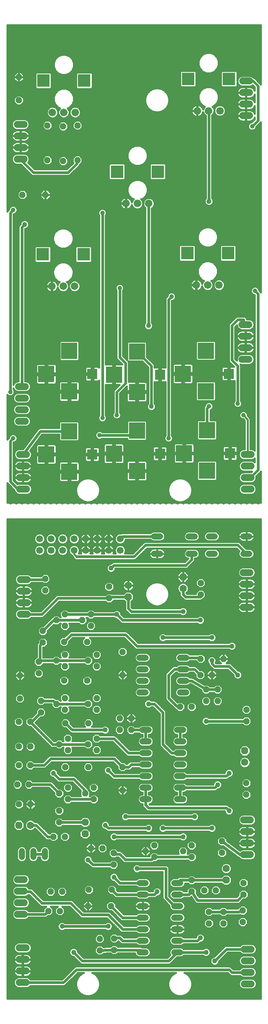
<source format=gbl>
G75*
%MOIN*%
%OFA0B0*%
%FSLAX25Y25*%
%IPPOS*%
%LPD*%
%AMOC8*
5,1,8,0,0,1.08239X$1,22.5*
%
%ADD10OC8,0.05200*%
%ADD11C,0.06600*%
%ADD12R,0.11024X0.11024*%
%ADD13R,0.09000X0.09000*%
%ADD14R,0.14000X0.14000*%
%ADD15C,0.05937*%
%ADD16OC8,0.06300*%
%ADD17C,0.06300*%
%ADD18C,0.06000*%
%ADD19C,0.05200*%
%ADD20C,0.02400*%
%ADD21C,0.04356*%
%ADD22C,0.01600*%
%ADD23C,0.03962*%
D10*
X0041600Y0081700D03*
X0043500Y0098500D03*
X0051600Y0081700D03*
X0053500Y0098500D03*
X0056000Y0146000D03*
X0051000Y0158500D03*
X0051000Y0168500D03*
X0051000Y0183500D03*
X0056200Y0206300D03*
X0058500Y0221000D03*
X0058500Y0231000D03*
X0056400Y0244300D03*
X0056000Y0256000D03*
X0056000Y0266000D03*
X0055300Y0281100D03*
X0056000Y0293500D03*
X0056000Y0303500D03*
X0055200Y0314700D03*
X0056000Y0328500D03*
X0056000Y0338500D03*
X0048500Y0333500D03*
X0038900Y0359300D03*
X0038900Y0369300D03*
X0036800Y0324100D03*
X0036800Y0314100D03*
X0033200Y0297400D03*
X0033200Y0287400D03*
X0035200Y0263600D03*
X0035200Y0253600D03*
X0025900Y0245400D03*
X0026100Y0224100D03*
X0025900Y0207900D03*
X0024700Y0191200D03*
X0026100Y0174100D03*
X0016100Y0174100D03*
X0014700Y0191200D03*
X0015900Y0207900D03*
X0016100Y0224100D03*
X0015900Y0245400D03*
X0016900Y0265600D03*
X0016900Y0285600D03*
X0048500Y0298500D03*
X0048500Y0261000D03*
X0051000Y0226000D03*
X0058500Y0188500D03*
X0058500Y0178500D03*
X0073500Y0183500D03*
X0081000Y0178500D03*
X0081000Y0188500D03*
X0076200Y0206300D03*
X0076000Y0226000D03*
X0076400Y0244300D03*
X0076000Y0261000D03*
X0075300Y0281100D03*
X0076000Y0298500D03*
X0075200Y0314700D03*
X0078500Y0328500D03*
X0078500Y0338500D03*
X0071000Y0333500D03*
X0083500Y0303500D03*
X0083500Y0293500D03*
X0083500Y0266000D03*
X0083500Y0256000D03*
X0083500Y0231000D03*
X0083500Y0221000D03*
X0103500Y0238500D03*
X0103500Y0248500D03*
X0113500Y0248500D03*
X0113500Y0238500D03*
X0105900Y0206300D03*
X0105900Y0186300D03*
X0098200Y0131800D03*
X0098200Y0121800D03*
X0096700Y0100100D03*
X0096000Y0086000D03*
X0098700Y0058000D03*
X0098700Y0048000D03*
X0086200Y0047600D03*
X0086200Y0057600D03*
X0076000Y0086000D03*
X0076700Y0100100D03*
X0078500Y0136000D03*
X0088500Y0136000D03*
X0126000Y0133500D03*
X0133500Y0128500D03*
X0133500Y0138500D03*
X0158500Y0133500D03*
X0166000Y0128500D03*
X0166000Y0138500D03*
X0166000Y0108500D03*
X0166000Y0098500D03*
X0177000Y0099600D03*
X0181000Y0081000D03*
X0181000Y0071000D03*
X0187000Y0099600D03*
X0193500Y0081000D03*
X0193500Y0071000D03*
X0210300Y0072200D03*
X0210300Y0082200D03*
X0211000Y0096000D03*
X0211000Y0106000D03*
X0192300Y0132100D03*
X0192300Y0142100D03*
X0213400Y0182400D03*
X0213400Y0192400D03*
X0213500Y0246000D03*
X0213500Y0256000D03*
X0193700Y0300000D03*
X0183500Y0286000D03*
X0188500Y0273500D03*
X0188500Y0263500D03*
X0178500Y0263500D03*
X0178500Y0273500D03*
X0173500Y0286000D03*
X0173700Y0300000D03*
X0166000Y0258500D03*
X0156000Y0258500D03*
X0173900Y0355600D03*
X0173900Y0365600D03*
X0106000Y0306000D03*
X0106000Y0286000D03*
X0094300Y0352400D03*
X0094300Y0362400D03*
X0046000Y0146000D03*
X0039100Y0701700D03*
X0040800Y0731600D03*
X0040800Y0761600D03*
X0054400Y0760900D03*
X0054400Y0730900D03*
X0066900Y0731600D03*
X0066900Y0761600D03*
X0019100Y0701700D03*
X0016000Y0783500D03*
X0016000Y0803500D03*
D11*
X0045157Y0772941D03*
X0055000Y0772941D03*
X0064843Y0772941D03*
X0064343Y0622541D03*
X0054500Y0622541D03*
X0044657Y0622541D03*
X0109057Y0694141D03*
X0118900Y0694141D03*
X0128743Y0694141D03*
X0170057Y0623541D03*
X0179900Y0623541D03*
X0189743Y0623541D03*
X0190543Y0774341D03*
X0180700Y0774341D03*
X0170857Y0774341D03*
D12*
X0162983Y0801900D03*
X0136617Y0721700D03*
X0162183Y0651100D03*
X0197617Y0651100D03*
X0198417Y0801900D03*
X0101183Y0721700D03*
X0072217Y0650100D03*
X0036783Y0650100D03*
X0037283Y0800500D03*
X0072717Y0800500D03*
D13*
X0079800Y0546500D03*
X0079700Y0477000D03*
X0138500Y0477600D03*
X0138500Y0546000D03*
X0198400Y0546700D03*
X0199400Y0477900D03*
D14*
X0179400Y0462900D03*
X0179400Y0497900D03*
X0178400Y0531700D03*
X0178400Y0566700D03*
X0158400Y0546700D03*
X0159400Y0477900D03*
X0118500Y0462600D03*
X0118500Y0497600D03*
X0118500Y0531000D03*
X0118500Y0566000D03*
X0098500Y0546000D03*
X0098500Y0477600D03*
X0059700Y0462000D03*
X0059700Y0497000D03*
X0059800Y0531500D03*
X0059800Y0566500D03*
X0039800Y0546500D03*
X0039700Y0477000D03*
D15*
X0044000Y0403900D03*
X0044000Y0393900D03*
X0034000Y0393900D03*
X0034000Y0403900D03*
X0054000Y0403900D03*
X0054000Y0393900D03*
X0064000Y0393900D03*
X0064000Y0403900D03*
X0074000Y0403900D03*
X0074000Y0393900D03*
X0084000Y0393900D03*
X0084000Y0403900D03*
X0094000Y0403900D03*
X0094000Y0393900D03*
X0104000Y0393900D03*
X0104000Y0403900D03*
D16*
X0111000Y0353500D03*
X0158500Y0371000D03*
X0212100Y0220400D03*
X0196000Y0108500D03*
X0073500Y0148500D03*
X0016000Y0156000D03*
D17*
X0026000Y0156000D03*
X0073500Y0158500D03*
X0111000Y0363500D03*
X0158500Y0361000D03*
X0212100Y0210400D03*
X0196000Y0118500D03*
D18*
X0211100Y0130500D02*
X0217100Y0130500D01*
X0217100Y0140500D02*
X0211100Y0140500D01*
X0211100Y0150500D02*
X0217100Y0150500D01*
X0217100Y0160500D02*
X0211100Y0160500D01*
X0211600Y0048700D02*
X0217600Y0048700D01*
X0217600Y0038700D02*
X0211600Y0038700D01*
X0211600Y0028700D02*
X0217600Y0028700D01*
X0217600Y0018700D02*
X0211600Y0018700D01*
X0210800Y0344700D02*
X0216800Y0344700D01*
X0216800Y0354700D02*
X0210800Y0354700D01*
X0210800Y0364700D02*
X0216800Y0364700D01*
X0216800Y0374700D02*
X0210800Y0374700D01*
X0211500Y0446900D02*
X0217500Y0446900D01*
X0217500Y0456900D02*
X0211500Y0456900D01*
X0211500Y0466900D02*
X0217500Y0466900D01*
X0217500Y0476900D02*
X0211500Y0476900D01*
X0209800Y0559300D02*
X0215800Y0559300D01*
X0215800Y0569300D02*
X0209800Y0569300D01*
X0209800Y0579300D02*
X0215800Y0579300D01*
X0215800Y0589300D02*
X0209800Y0589300D01*
X0210200Y0770100D02*
X0216200Y0770100D01*
X0216200Y0780100D02*
X0210200Y0780100D01*
X0210200Y0790100D02*
X0216200Y0790100D01*
X0216200Y0800100D02*
X0210200Y0800100D01*
X0023200Y0368600D02*
X0017200Y0368600D01*
X0017200Y0358600D02*
X0023200Y0358600D01*
X0023200Y0348600D02*
X0017200Y0348600D01*
X0017200Y0338600D02*
X0023200Y0338600D01*
X0022600Y0446900D02*
X0016600Y0446900D01*
X0016600Y0456900D02*
X0022600Y0456900D01*
X0022600Y0466900D02*
X0016600Y0466900D01*
X0016600Y0476900D02*
X0022600Y0476900D01*
X0021600Y0505700D02*
X0015600Y0505700D01*
X0015600Y0515700D02*
X0021600Y0515700D01*
X0021600Y0525700D02*
X0015600Y0525700D01*
X0015600Y0535700D02*
X0021600Y0535700D01*
X0020500Y0732600D02*
X0014500Y0732600D01*
X0014500Y0742600D02*
X0020500Y0742600D01*
X0020500Y0752600D02*
X0014500Y0752600D01*
X0014500Y0762600D02*
X0020500Y0762600D01*
X0020800Y0108900D02*
X0014800Y0108900D01*
X0014800Y0098900D02*
X0020800Y0098900D01*
X0020800Y0088900D02*
X0014800Y0088900D01*
X0014800Y0078900D02*
X0020800Y0078900D01*
X0022300Y0049800D02*
X0016300Y0049800D01*
X0016300Y0039800D02*
X0022300Y0039800D01*
X0022300Y0029800D02*
X0016300Y0029800D01*
X0016300Y0019800D02*
X0022300Y0019800D01*
D19*
X0018500Y0128400D02*
X0018500Y0133600D01*
X0028500Y0133600D02*
X0028500Y0128400D01*
X0038500Y0128400D02*
X0038500Y0133600D01*
X0120900Y0106000D02*
X0126100Y0106000D01*
X0126100Y0096000D02*
X0120900Y0096000D01*
X0120900Y0086000D02*
X0126100Y0086000D01*
X0126100Y0076000D02*
X0120900Y0076000D01*
X0120900Y0066000D02*
X0126100Y0066000D01*
X0126100Y0056000D02*
X0120900Y0056000D01*
X0120900Y0046000D02*
X0126100Y0046000D01*
X0150900Y0046000D02*
X0156100Y0046000D01*
X0156100Y0056000D02*
X0150900Y0056000D01*
X0150900Y0066000D02*
X0156100Y0066000D01*
X0156100Y0076000D02*
X0150900Y0076000D01*
X0150900Y0086000D02*
X0156100Y0086000D01*
X0156100Y0096000D02*
X0150900Y0096000D01*
X0150900Y0106000D02*
X0156100Y0106000D01*
X0158600Y0178500D02*
X0153400Y0178500D01*
X0153400Y0188500D02*
X0158600Y0188500D01*
X0158600Y0198500D02*
X0153400Y0198500D01*
X0153400Y0208500D02*
X0158600Y0208500D01*
X0158600Y0218500D02*
X0153400Y0218500D01*
X0153400Y0228500D02*
X0158600Y0228500D01*
X0158600Y0238500D02*
X0153400Y0238500D01*
X0156000Y0271000D02*
X0161200Y0271000D01*
X0161200Y0281000D02*
X0156000Y0281000D01*
X0156000Y0291000D02*
X0161200Y0291000D01*
X0161200Y0301000D02*
X0156000Y0301000D01*
X0163400Y0391000D02*
X0168600Y0391000D01*
X0168600Y0406000D02*
X0163400Y0406000D01*
X0180900Y0406000D02*
X0186100Y0406000D01*
X0186100Y0391000D02*
X0180900Y0391000D01*
X0210900Y0391000D02*
X0216100Y0391000D01*
X0216100Y0406000D02*
X0210900Y0406000D01*
X0138600Y0406000D02*
X0133400Y0406000D01*
X0133400Y0391000D02*
X0138600Y0391000D01*
X0126000Y0301000D02*
X0120800Y0301000D01*
X0120800Y0291000D02*
X0126000Y0291000D01*
X0126000Y0281000D02*
X0120800Y0281000D01*
X0120800Y0271000D02*
X0126000Y0271000D01*
X0123400Y0238500D02*
X0128600Y0238500D01*
X0128600Y0228500D02*
X0123400Y0228500D01*
X0123400Y0218500D02*
X0128600Y0218500D01*
X0128600Y0208500D02*
X0123400Y0208500D01*
X0123400Y0198500D02*
X0128600Y0198500D01*
X0128600Y0188500D02*
X0123400Y0188500D01*
X0123400Y0178500D02*
X0128600Y0178500D01*
D20*
X0126000Y0178500D02*
X0126000Y0173500D01*
X0128500Y0171000D01*
X0196000Y0171000D01*
X0198500Y0168500D01*
X0192300Y0142100D02*
X0207900Y0130500D01*
X0214100Y0130500D01*
X0211000Y0096000D02*
X0206000Y0091000D01*
X0171000Y0091000D01*
X0166000Y0098500D01*
X0163500Y0096000D01*
X0153500Y0096000D01*
X0153500Y0086000D02*
X0151000Y0086000D01*
X0143500Y0093500D01*
X0143500Y0118500D01*
X0118500Y0118500D01*
X0123500Y0106000D02*
X0103500Y0106000D01*
X0098500Y0111000D01*
X0096700Y0100100D02*
X0100800Y0096000D01*
X0123500Y0096000D01*
X0133500Y0096000D01*
X0136000Y0098500D01*
X0131300Y0126300D02*
X0108200Y0126300D01*
X0103500Y0131000D01*
X0099000Y0131000D01*
X0098200Y0131800D01*
X0098200Y0121800D02*
X0080200Y0121800D01*
X0076000Y0126000D01*
X0076300Y0126300D01*
X0073500Y0158500D02*
X0051000Y0158500D01*
X0046000Y0146000D02*
X0041000Y0146000D01*
X0031000Y0156000D01*
X0026000Y0156000D01*
X0028500Y0131000D02*
X0038500Y0131000D01*
X0026000Y0098500D02*
X0036000Y0088500D01*
X0061000Y0088500D01*
X0071000Y0078500D01*
X0093500Y0078500D01*
X0106000Y0066000D01*
X0123500Y0066000D01*
X0123500Y0056000D02*
X0106000Y0056000D01*
X0103500Y0058500D01*
X0101700Y0058500D01*
X0098700Y0058000D01*
X0098700Y0048000D02*
X0121500Y0048000D01*
X0123500Y0046000D01*
X0123500Y0076000D02*
X0106000Y0076000D01*
X0096000Y0086000D01*
X0093500Y0068500D02*
X0053500Y0068500D01*
X0063500Y0046000D02*
X0071000Y0038500D01*
X0146000Y0038500D01*
X0153500Y0046000D01*
X0178500Y0046000D01*
X0171000Y0056000D02*
X0173500Y0058500D01*
X0171000Y0056000D02*
X0153500Y0056000D01*
X0153500Y0106000D02*
X0156000Y0108500D01*
X0166000Y0108500D01*
X0196000Y0108500D01*
X0193500Y0081000D02*
X0206600Y0081000D01*
X0210300Y0082200D01*
X0214600Y0048700D02*
X0196200Y0048700D01*
X0186000Y0038500D01*
X0198500Y0031000D02*
X0201000Y0028500D01*
X0214400Y0028500D01*
X0214600Y0028700D01*
X0198500Y0031000D02*
X0066000Y0031000D01*
X0054800Y0019800D01*
X0019300Y0019800D01*
X0017800Y0078900D02*
X0038800Y0078900D01*
X0041600Y0081700D01*
X0026000Y0098500D02*
X0018200Y0098500D01*
X0017800Y0098900D01*
X0051000Y0183500D02*
X0043300Y0191200D01*
X0024700Y0191200D01*
X0025900Y0207900D02*
X0037900Y0207900D01*
X0043500Y0213500D01*
X0098700Y0213500D01*
X0105900Y0206300D01*
X0111300Y0206300D01*
X0113500Y0208500D01*
X0126000Y0208500D01*
X0126000Y0198500D02*
X0098500Y0198500D01*
X0093500Y0203500D01*
X0111000Y0218500D02*
X0098500Y0231000D01*
X0083500Y0231000D01*
X0091000Y0238500D02*
X0062200Y0238500D01*
X0056400Y0244300D01*
X0051000Y0226000D02*
X0045300Y0226000D01*
X0025900Y0245400D01*
X0027000Y0245400D01*
X0035200Y0253600D01*
X0035200Y0263600D02*
X0045900Y0263600D01*
X0048500Y0261000D01*
X0076000Y0261000D01*
X0076000Y0226000D02*
X0051000Y0226000D01*
X0046000Y0201000D02*
X0051000Y0196000D01*
X0063500Y0196000D01*
X0073500Y0186000D01*
X0073500Y0183500D01*
X0081000Y0178500D02*
X0058500Y0178500D01*
X0091000Y0156000D02*
X0093500Y0153500D01*
X0128500Y0153500D01*
X0133500Y0128500D02*
X0131300Y0126300D01*
X0133500Y0128500D02*
X0166000Y0128500D01*
X0158500Y0146000D02*
X0098500Y0146000D01*
X0108500Y0163500D02*
X0168500Y0163500D01*
X0156000Y0178500D02*
X0156000Y0188500D01*
X0186000Y0188500D01*
X0188500Y0191000D01*
X0196000Y0198500D02*
X0198500Y0201000D01*
X0196000Y0198500D02*
X0156000Y0198500D01*
X0156000Y0218500D02*
X0148500Y0218500D01*
X0141000Y0226000D01*
X0141000Y0253500D01*
X0133500Y0261000D01*
X0128500Y0261000D01*
X0126000Y0238500D02*
X0113500Y0238500D01*
X0111000Y0218500D02*
X0126000Y0218500D01*
X0126000Y0228500D02*
X0126000Y0238500D01*
X0126000Y0188500D02*
X0126000Y0178500D01*
X0141000Y0153500D02*
X0183500Y0153500D01*
X0181000Y0081000D02*
X0193500Y0081000D01*
X0156000Y0228500D02*
X0156000Y0238500D01*
X0156000Y0258500D02*
X0153500Y0258500D01*
X0146000Y0266000D01*
X0146000Y0286000D01*
X0151000Y0291000D01*
X0156000Y0291000D01*
X0168500Y0291000D01*
X0173500Y0286000D01*
X0166000Y0281000D02*
X0178500Y0273500D01*
X0188500Y0273500D01*
X0186000Y0293500D02*
X0183500Y0296000D01*
X0183500Y0298500D01*
X0186000Y0293500D02*
X0198500Y0293500D01*
X0206000Y0286000D01*
X0201000Y0311000D02*
X0118500Y0311000D01*
X0108500Y0321000D01*
X0061500Y0321000D01*
X0055200Y0314700D01*
X0048500Y0298500D02*
X0034300Y0298500D01*
X0034300Y0311600D01*
X0036800Y0314100D01*
X0036800Y0324100D02*
X0046200Y0333500D01*
X0048500Y0333500D01*
X0071000Y0333500D01*
X0078500Y0338500D02*
X0101000Y0338500D01*
X0106000Y0333500D01*
X0173500Y0333500D01*
X0173500Y0353500D02*
X0160800Y0353500D01*
X0158500Y0355800D01*
X0158500Y0361000D01*
X0161000Y0381000D02*
X0098500Y0381000D01*
X0096000Y0378500D01*
X0095400Y0353500D02*
X0094300Y0352400D01*
X0049900Y0352400D01*
X0036000Y0338500D01*
X0020300Y0338500D01*
X0020200Y0338600D01*
X0020200Y0368600D02*
X0038200Y0368600D01*
X0038900Y0369300D01*
X0056000Y0338500D02*
X0078500Y0338500D01*
X0076000Y0298500D02*
X0048500Y0298500D01*
X0034300Y0298500D02*
X0033200Y0297400D01*
X0066000Y0388500D02*
X0116000Y0388500D01*
X0126000Y0398500D01*
X0206000Y0398500D01*
X0213500Y0391000D01*
X0216900Y0456900D02*
X0223500Y0463500D01*
X0223500Y0616000D01*
X0221000Y0618500D01*
X0211100Y0593500D02*
X0206000Y0593500D01*
X0201000Y0588500D01*
X0201000Y0558500D01*
X0206000Y0553500D01*
X0206000Y0521000D01*
X0181000Y0518500D02*
X0179400Y0516900D01*
X0179400Y0497900D01*
X0166000Y0391000D02*
X0166000Y0386000D01*
X0161000Y0381000D01*
X0173900Y0355600D02*
X0173900Y0353900D01*
X0183500Y0318500D02*
X0141000Y0318500D01*
X0156000Y0301000D02*
X0172700Y0301000D01*
X0173700Y0300000D01*
X0166000Y0281000D02*
X0156000Y0281000D01*
X0158500Y0341000D02*
X0113500Y0341000D01*
X0111000Y0343500D01*
X0111000Y0353500D01*
X0095400Y0353500D01*
X0104000Y0404000D02*
X0106000Y0406000D01*
X0136000Y0406000D01*
X0146000Y0491000D02*
X0146000Y0611000D01*
X0148500Y0613500D01*
X0118500Y0566000D02*
X0131000Y0553500D01*
X0131000Y0518500D01*
X0115100Y0493500D02*
X0086000Y0493500D01*
X0088500Y0508500D02*
X0088500Y0686000D01*
X0103500Y0621000D02*
X0103500Y0561000D01*
X0108500Y0556000D01*
X0108500Y0538500D01*
X0101000Y0531000D01*
X0101000Y0511000D01*
X0128500Y0588500D02*
X0128500Y0693898D01*
X0128743Y0694141D01*
X0181000Y0774041D02*
X0180700Y0774341D01*
X0181000Y0774041D02*
X0181000Y0696000D01*
X0213200Y0800100D02*
X0219400Y0800100D01*
X0223500Y0796000D01*
X0223500Y0766000D01*
X0218500Y0761000D01*
X0213500Y0246000D02*
X0178500Y0246000D01*
X0098700Y0048000D02*
X0093300Y0048000D01*
X0086200Y0047600D01*
X0019600Y0446900D02*
X0015100Y0446900D01*
X0008500Y0453500D01*
X0008500Y0488500D01*
X0011000Y0491000D01*
X0019600Y0476900D02*
X0034700Y0497000D01*
X0059700Y0497000D01*
X0018600Y0535700D02*
X0018600Y0673600D01*
X0021000Y0676000D01*
X0008500Y0686000D02*
X0011000Y0688500D01*
X0008500Y0686000D02*
X0008500Y0531000D01*
X0028500Y0721000D02*
X0058500Y0721000D01*
X0066300Y0728500D01*
X0066900Y0731600D01*
X0028500Y0721000D02*
X0019400Y0730100D01*
D21*
X0021000Y0676000D03*
X0096000Y0378500D03*
X0101000Y0338500D03*
X0128500Y0261000D03*
X0141000Y0318500D03*
X0158500Y0341000D03*
X0173500Y0333500D03*
X0183500Y0318500D03*
X0183500Y0298500D03*
X0178500Y0246000D03*
X0188500Y0191000D03*
X0198500Y0201000D03*
X0198500Y0168500D03*
X0183500Y0153500D03*
X0168500Y0163500D03*
X0158500Y0146000D03*
X0141000Y0153500D03*
X0128500Y0153500D03*
X0118500Y0118500D03*
X0108500Y0163500D03*
X0098500Y0146000D03*
X0091000Y0156000D03*
X0093500Y0203500D03*
X0091000Y0238500D03*
X0076000Y0126000D03*
X0093500Y0068500D03*
X0098500Y0111000D03*
X0063500Y0046000D03*
X0053500Y0068500D03*
X0046000Y0201000D03*
X0131000Y0518500D03*
X0128500Y0588500D03*
X0181000Y0696000D03*
X0201000Y0311000D03*
X0206000Y0286000D03*
X0173500Y0058500D03*
X0178500Y0046000D03*
X0186000Y0038500D03*
X0136000Y0098500D03*
D22*
X0006000Y0005800D02*
X0006000Y0421000D01*
X0226000Y0421000D01*
X0226000Y0005800D01*
X0006000Y0005800D01*
X0006000Y0007394D02*
X0226000Y0007394D01*
X0226000Y0008993D02*
X0160156Y0008993D01*
X0159980Y0008891D02*
X0162332Y0010248D01*
X0164251Y0012168D01*
X0165609Y0014520D01*
X0166312Y0017142D01*
X0166312Y0019858D01*
X0165609Y0022480D01*
X0164251Y0024832D01*
X0162332Y0026751D01*
X0159980Y0028109D01*
X0159641Y0028200D01*
X0197340Y0028200D01*
X0198626Y0026914D01*
X0199414Y0026126D01*
X0200443Y0025700D01*
X0208095Y0025700D01*
X0208994Y0024800D01*
X0210685Y0024100D01*
X0218515Y0024100D01*
X0220206Y0024800D01*
X0221500Y0026094D01*
X0222200Y0027785D01*
X0222200Y0029615D01*
X0221500Y0031306D01*
X0220206Y0032600D01*
X0218515Y0033300D01*
X0210685Y0033300D01*
X0208994Y0032600D01*
X0207700Y0031306D01*
X0207698Y0031300D01*
X0202160Y0031300D01*
X0200086Y0033374D01*
X0199057Y0033800D01*
X0065443Y0033800D01*
X0064414Y0033374D01*
X0053640Y0022600D01*
X0026005Y0022600D01*
X0024906Y0023700D01*
X0023215Y0024400D01*
X0015385Y0024400D01*
X0013694Y0023700D01*
X0012400Y0022406D01*
X0011700Y0020715D01*
X0011700Y0018885D01*
X0012400Y0017194D01*
X0013694Y0015900D01*
X0015385Y0015200D01*
X0023215Y0015200D01*
X0024906Y0015900D01*
X0026005Y0017000D01*
X0055357Y0017000D01*
X0056386Y0017426D01*
X0067160Y0028200D01*
X0072359Y0028200D01*
X0072020Y0028109D01*
X0069668Y0026751D01*
X0067748Y0024832D01*
X0066391Y0022480D01*
X0065688Y0019858D01*
X0065688Y0017142D01*
X0066391Y0014520D01*
X0067748Y0012168D01*
X0069668Y0010248D01*
X0072020Y0008891D01*
X0074642Y0008188D01*
X0077358Y0008188D01*
X0079980Y0008891D01*
X0082332Y0010248D01*
X0084251Y0012168D01*
X0085609Y0014520D01*
X0086312Y0017142D01*
X0086312Y0019858D01*
X0085609Y0022480D01*
X0084251Y0024832D01*
X0082332Y0026751D01*
X0079980Y0028109D01*
X0079641Y0028200D01*
X0152359Y0028200D01*
X0152020Y0028109D01*
X0149668Y0026751D01*
X0147748Y0024832D01*
X0146391Y0022480D01*
X0145688Y0019858D01*
X0145688Y0017142D01*
X0146391Y0014520D01*
X0147748Y0012168D01*
X0149668Y0010248D01*
X0152020Y0008891D01*
X0154642Y0008188D01*
X0157358Y0008188D01*
X0159980Y0008891D01*
X0162674Y0010591D02*
X0226000Y0010591D01*
X0226000Y0012190D02*
X0164264Y0012190D01*
X0165187Y0013788D02*
X0226000Y0013788D01*
X0226000Y0015387D02*
X0220792Y0015387D01*
X0220206Y0014800D02*
X0221500Y0016094D01*
X0222200Y0017785D01*
X0222200Y0019615D01*
X0221500Y0021306D01*
X0220206Y0022600D01*
X0218515Y0023300D01*
X0210685Y0023300D01*
X0208994Y0022600D01*
X0207700Y0021306D01*
X0207000Y0019615D01*
X0207000Y0017785D01*
X0207700Y0016094D01*
X0208994Y0014800D01*
X0210685Y0014100D01*
X0218515Y0014100D01*
X0220206Y0014800D01*
X0221869Y0016985D02*
X0226000Y0016985D01*
X0226000Y0018584D02*
X0222200Y0018584D01*
X0221965Y0020182D02*
X0226000Y0020182D01*
X0226000Y0021781D02*
X0221025Y0021781D01*
X0220383Y0024978D02*
X0226000Y0024978D01*
X0226000Y0026576D02*
X0221699Y0026576D01*
X0222200Y0028175D02*
X0226000Y0028175D01*
X0226000Y0029773D02*
X0222134Y0029773D01*
X0221434Y0031372D02*
X0226000Y0031372D01*
X0226000Y0032970D02*
X0219311Y0032970D01*
X0218515Y0034100D02*
X0220206Y0034800D01*
X0221500Y0036094D01*
X0222200Y0037785D01*
X0222200Y0039615D01*
X0221500Y0041306D01*
X0220206Y0042600D01*
X0218515Y0043300D01*
X0210685Y0043300D01*
X0208994Y0042600D01*
X0207700Y0041306D01*
X0207000Y0039615D01*
X0207000Y0037785D01*
X0207700Y0036094D01*
X0208994Y0034800D01*
X0210685Y0034100D01*
X0218515Y0034100D01*
X0219647Y0034569D02*
X0226000Y0034569D01*
X0226000Y0036167D02*
X0221530Y0036167D01*
X0222192Y0037766D02*
X0226000Y0037766D01*
X0226000Y0039364D02*
X0222200Y0039364D01*
X0221642Y0040963D02*
X0226000Y0040963D01*
X0226000Y0042561D02*
X0220244Y0042561D01*
X0220206Y0044800D02*
X0221500Y0046094D01*
X0222200Y0047785D01*
X0222200Y0049615D01*
X0221500Y0051306D01*
X0220206Y0052600D01*
X0218515Y0053300D01*
X0210685Y0053300D01*
X0208994Y0052600D01*
X0207895Y0051500D01*
X0195643Y0051500D01*
X0194614Y0051074D01*
X0185818Y0042278D01*
X0185249Y0042278D01*
X0183860Y0041703D01*
X0182797Y0040640D01*
X0182222Y0039251D01*
X0182222Y0037749D01*
X0182797Y0036360D01*
X0183860Y0035297D01*
X0185249Y0034722D01*
X0186751Y0034722D01*
X0188140Y0035297D01*
X0189203Y0036360D01*
X0189778Y0037749D01*
X0189778Y0038318D01*
X0197360Y0045900D01*
X0207895Y0045900D01*
X0208994Y0044800D01*
X0210685Y0044100D01*
X0218515Y0044100D01*
X0220206Y0044800D01*
X0221164Y0045758D02*
X0226000Y0045758D01*
X0226000Y0044160D02*
X0218659Y0044160D01*
X0222023Y0047357D02*
X0226000Y0047357D01*
X0226000Y0048955D02*
X0222200Y0048955D01*
X0221811Y0050554D02*
X0226000Y0050554D01*
X0226000Y0052152D02*
X0220653Y0052152D01*
X0226000Y0053751D02*
X0172711Y0053751D01*
X0172586Y0053626D02*
X0173682Y0054722D01*
X0174251Y0054722D01*
X0175640Y0055297D01*
X0176703Y0056360D01*
X0177278Y0057749D01*
X0177278Y0059251D01*
X0176703Y0060640D01*
X0175640Y0061703D01*
X0174251Y0062278D01*
X0172749Y0062278D01*
X0171360Y0061703D01*
X0170297Y0060640D01*
X0169722Y0059251D01*
X0169722Y0058800D01*
X0159240Y0058800D01*
X0158479Y0059561D01*
X0156935Y0060200D01*
X0150065Y0060200D01*
X0148521Y0059561D01*
X0147339Y0058379D01*
X0146700Y0056835D01*
X0146700Y0055165D01*
X0147339Y0053621D01*
X0148521Y0052439D01*
X0150065Y0051800D01*
X0156935Y0051800D01*
X0158479Y0052439D01*
X0159240Y0053200D01*
X0171557Y0053200D01*
X0172586Y0053626D01*
X0175692Y0055349D02*
X0226000Y0055349D01*
X0226000Y0056948D02*
X0176946Y0056948D01*
X0177278Y0058546D02*
X0226000Y0058546D01*
X0226000Y0060145D02*
X0176908Y0060145D01*
X0175542Y0061743D02*
X0226000Y0061743D01*
X0226000Y0063342D02*
X0159607Y0063342D01*
X0159456Y0063134D02*
X0159863Y0063694D01*
X0160178Y0064311D01*
X0160392Y0064970D01*
X0160500Y0065654D01*
X0160500Y0066000D01*
X0160500Y0066346D01*
X0160392Y0067030D01*
X0160178Y0067689D01*
X0159863Y0068306D01*
X0159456Y0068866D01*
X0158966Y0069356D01*
X0158406Y0069763D01*
X0157789Y0070078D01*
X0157130Y0070292D01*
X0156446Y0070400D01*
X0153500Y0070400D01*
X0153500Y0066000D01*
X0153500Y0066000D01*
X0160500Y0066000D01*
X0153500Y0066000D01*
X0153500Y0066000D01*
X0153500Y0070400D01*
X0150554Y0070400D01*
X0149870Y0070292D01*
X0149211Y0070078D01*
X0148594Y0069763D01*
X0148034Y0069356D01*
X0147544Y0068866D01*
X0147137Y0068306D01*
X0146822Y0067689D01*
X0146608Y0067030D01*
X0146500Y0066346D01*
X0146500Y0066000D01*
X0153500Y0066000D01*
X0153500Y0061600D01*
X0156446Y0061600D01*
X0157130Y0061708D01*
X0157789Y0061922D01*
X0158406Y0062237D01*
X0158966Y0062644D01*
X0159456Y0063134D01*
X0160382Y0064940D02*
X0226000Y0064940D01*
X0226000Y0066539D02*
X0160469Y0066539D01*
X0159949Y0068137D02*
X0177923Y0068137D01*
X0176800Y0069260D02*
X0179260Y0066800D01*
X0182740Y0066800D01*
X0185200Y0069260D01*
X0185200Y0072740D01*
X0182740Y0075200D01*
X0179260Y0075200D01*
X0176800Y0072740D01*
X0176800Y0069260D01*
X0176800Y0069736D02*
X0158444Y0069736D01*
X0156935Y0071800D02*
X0158479Y0072439D01*
X0159661Y0073621D01*
X0160300Y0075165D01*
X0160300Y0076835D01*
X0159661Y0078379D01*
X0158479Y0079561D01*
X0156935Y0080200D01*
X0150065Y0080200D01*
X0148521Y0079561D01*
X0147339Y0078379D01*
X0146700Y0076835D01*
X0146700Y0075165D01*
X0147339Y0073621D01*
X0148521Y0072439D01*
X0150065Y0071800D01*
X0156935Y0071800D01*
X0158973Y0072933D02*
X0176993Y0072933D01*
X0176800Y0071334D02*
X0104625Y0071334D01*
X0105443Y0073200D02*
X0117760Y0073200D01*
X0118521Y0072439D01*
X0120065Y0071800D01*
X0126935Y0071800D01*
X0128479Y0072439D01*
X0129661Y0073621D01*
X0130300Y0075165D01*
X0130300Y0076835D01*
X0129661Y0078379D01*
X0128479Y0079561D01*
X0126935Y0080200D01*
X0120065Y0080200D01*
X0118521Y0079561D01*
X0117760Y0078800D01*
X0107160Y0078800D01*
X0100200Y0085760D01*
X0100200Y0087740D01*
X0097740Y0090200D01*
X0094260Y0090200D01*
X0091800Y0087740D01*
X0091800Y0084260D01*
X0094260Y0081800D01*
X0096240Y0081800D01*
X0104414Y0073626D01*
X0105443Y0073200D01*
X0103509Y0074532D02*
X0101428Y0074532D01*
X0101910Y0076130D02*
X0099830Y0076130D01*
X0100312Y0077729D02*
X0098231Y0077729D01*
X0098713Y0079327D02*
X0096633Y0079327D01*
X0095874Y0080086D02*
X0095086Y0080874D01*
X0094057Y0081300D01*
X0072160Y0081300D01*
X0063374Y0090086D01*
X0062586Y0090874D01*
X0061557Y0091300D01*
X0037160Y0091300D01*
X0028374Y0100086D01*
X0027586Y0100874D01*
X0026557Y0101300D01*
X0024785Y0101300D01*
X0024700Y0101506D01*
X0023406Y0102800D01*
X0021715Y0103500D01*
X0013885Y0103500D01*
X0012194Y0102800D01*
X0010900Y0101506D01*
X0010200Y0099815D01*
X0010200Y0097985D01*
X0010900Y0096294D01*
X0012194Y0095000D01*
X0013885Y0094300D01*
X0021715Y0094300D01*
X0023406Y0095000D01*
X0024105Y0095700D01*
X0024840Y0095700D01*
X0034414Y0086126D01*
X0035443Y0085700D01*
X0039660Y0085700D01*
X0037400Y0083440D01*
X0037400Y0081700D01*
X0024505Y0081700D01*
X0023406Y0082800D01*
X0021715Y0083500D01*
X0013885Y0083500D01*
X0012194Y0082800D01*
X0010900Y0081506D01*
X0010200Y0079815D01*
X0010200Y0077985D01*
X0010900Y0076294D01*
X0012194Y0075000D01*
X0013885Y0074300D01*
X0021715Y0074300D01*
X0023406Y0075000D01*
X0024505Y0076100D01*
X0039357Y0076100D01*
X0040386Y0076526D01*
X0041360Y0077500D01*
X0043340Y0077500D01*
X0045800Y0079960D01*
X0045800Y0083440D01*
X0043540Y0085700D01*
X0049660Y0085700D01*
X0047400Y0083440D01*
X0047400Y0079960D01*
X0049860Y0077500D01*
X0053340Y0077500D01*
X0055800Y0079960D01*
X0055800Y0083440D01*
X0053540Y0085700D01*
X0059840Y0085700D01*
X0069414Y0076126D01*
X0070443Y0075700D01*
X0092340Y0075700D01*
X0104414Y0063626D01*
X0105443Y0063200D01*
X0117760Y0063200D01*
X0118521Y0062439D01*
X0120065Y0061800D01*
X0126935Y0061800D01*
X0128479Y0062439D01*
X0129661Y0063621D01*
X0130300Y0065165D01*
X0130300Y0066835D01*
X0129661Y0068379D01*
X0128479Y0069561D01*
X0126935Y0070200D01*
X0120065Y0070200D01*
X0118521Y0069561D01*
X0117760Y0068800D01*
X0107160Y0068800D01*
X0095874Y0080086D01*
X0094961Y0080926D02*
X0097115Y0080926D01*
X0093536Y0082524D02*
X0078747Y0082524D01*
X0077823Y0081600D02*
X0080400Y0084177D01*
X0080400Y0086000D01*
X0080400Y0087823D01*
X0077823Y0090400D01*
X0076000Y0090400D01*
X0076000Y0086000D01*
X0080400Y0086000D01*
X0076000Y0086000D01*
X0076000Y0086000D01*
X0076000Y0086000D01*
X0076000Y0081600D01*
X0077823Y0081600D01*
X0076000Y0081600D02*
X0076000Y0086000D01*
X0076000Y0086000D01*
X0076000Y0086000D01*
X0071600Y0086000D01*
X0071600Y0087823D01*
X0074177Y0090400D01*
X0076000Y0090400D01*
X0076000Y0086000D01*
X0071600Y0086000D01*
X0071600Y0084177D01*
X0074177Y0081600D01*
X0076000Y0081600D01*
X0076000Y0082524D02*
X0076000Y0082524D01*
X0076000Y0084123D02*
X0076000Y0084123D01*
X0076000Y0085721D02*
X0076000Y0085721D01*
X0076000Y0087320D02*
X0076000Y0087320D01*
X0076000Y0088918D02*
X0076000Y0088918D01*
X0072696Y0088918D02*
X0064542Y0088918D01*
X0066140Y0087320D02*
X0071600Y0087320D01*
X0071600Y0085721D02*
X0067739Y0085721D01*
X0069337Y0084123D02*
X0071655Y0084123D01*
X0070936Y0082524D02*
X0073253Y0082524D01*
X0067812Y0077729D02*
X0053568Y0077729D01*
X0055167Y0079327D02*
X0066213Y0079327D01*
X0064615Y0080926D02*
X0055800Y0080926D01*
X0055800Y0082524D02*
X0063016Y0082524D01*
X0061418Y0084123D02*
X0055117Y0084123D01*
X0054251Y0072278D02*
X0052749Y0072278D01*
X0051360Y0071703D01*
X0050297Y0070640D01*
X0049722Y0069251D01*
X0049722Y0067749D01*
X0050297Y0066360D01*
X0051360Y0065297D01*
X0052749Y0064722D01*
X0054251Y0064722D01*
X0055640Y0065297D01*
X0056043Y0065700D01*
X0090957Y0065700D01*
X0091360Y0065297D01*
X0092749Y0064722D01*
X0094251Y0064722D01*
X0095640Y0065297D01*
X0096703Y0066360D01*
X0097278Y0067749D01*
X0097278Y0069251D01*
X0096703Y0070640D01*
X0095640Y0071703D01*
X0094251Y0072278D01*
X0092749Y0072278D01*
X0091360Y0071703D01*
X0090957Y0071300D01*
X0056043Y0071300D01*
X0055640Y0071703D01*
X0054251Y0072278D01*
X0056008Y0071334D02*
X0090992Y0071334D01*
X0093509Y0074532D02*
X0022274Y0074532D01*
X0023681Y0082524D02*
X0037400Y0082524D01*
X0038083Y0084123D02*
X0006000Y0084123D01*
X0006000Y0085721D02*
X0011474Y0085721D01*
X0010900Y0086294D02*
X0012194Y0085000D01*
X0013885Y0084300D01*
X0021715Y0084300D01*
X0023406Y0085000D01*
X0024700Y0086294D01*
X0025400Y0087985D01*
X0025400Y0089815D01*
X0024700Y0091506D01*
X0023406Y0092800D01*
X0021715Y0093500D01*
X0013885Y0093500D01*
X0012194Y0092800D01*
X0010900Y0091506D01*
X0010200Y0089815D01*
X0010200Y0087985D01*
X0010900Y0086294D01*
X0010476Y0087320D02*
X0006000Y0087320D01*
X0006000Y0088918D02*
X0010200Y0088918D01*
X0010491Y0090517D02*
X0006000Y0090517D01*
X0006000Y0092115D02*
X0011510Y0092115D01*
X0011882Y0095312D02*
X0006000Y0095312D01*
X0006000Y0093714D02*
X0026827Y0093714D01*
X0028425Y0092115D02*
X0024090Y0092115D01*
X0025109Y0090517D02*
X0030024Y0090517D01*
X0031622Y0088918D02*
X0025400Y0088918D01*
X0025124Y0087320D02*
X0033221Y0087320D01*
X0035392Y0085721D02*
X0024126Y0085721D01*
X0023718Y0095312D02*
X0025228Y0095312D01*
X0024499Y0101706D02*
X0040767Y0101706D01*
X0041760Y0102700D02*
X0039300Y0100240D01*
X0039300Y0096760D01*
X0041760Y0094300D01*
X0045240Y0094300D01*
X0047700Y0096760D01*
X0047700Y0100240D01*
X0045240Y0102700D01*
X0041760Y0102700D01*
X0046233Y0101706D02*
X0050767Y0101706D01*
X0051760Y0102700D02*
X0049300Y0100240D01*
X0049300Y0096760D01*
X0051760Y0094300D01*
X0055240Y0094300D01*
X0057700Y0096760D01*
X0057700Y0100240D01*
X0055240Y0102700D01*
X0051760Y0102700D01*
X0049300Y0100108D02*
X0047700Y0100108D01*
X0047700Y0098509D02*
X0049300Y0098509D01*
X0049300Y0096911D02*
X0047700Y0096911D01*
X0046252Y0095312D02*
X0050748Y0095312D01*
X0048083Y0084123D02*
X0045117Y0084123D01*
X0045800Y0082524D02*
X0047400Y0082524D01*
X0047400Y0080926D02*
X0045800Y0080926D01*
X0045167Y0079327D02*
X0048033Y0079327D01*
X0049632Y0077729D02*
X0043568Y0077729D01*
X0039429Y0076130D02*
X0069410Y0076130D01*
X0062943Y0090517D02*
X0142524Y0090517D01*
X0141914Y0091126D02*
X0146700Y0086340D01*
X0146700Y0085165D01*
X0147339Y0083621D01*
X0148521Y0082439D01*
X0150065Y0081800D01*
X0156935Y0081800D01*
X0158479Y0082439D01*
X0159661Y0083621D01*
X0160300Y0085165D01*
X0160300Y0086835D01*
X0159661Y0088379D01*
X0158479Y0089561D01*
X0156935Y0090200D01*
X0150760Y0090200D01*
X0146300Y0094660D01*
X0146300Y0119057D01*
X0145874Y0120086D01*
X0145086Y0120874D01*
X0144057Y0121300D01*
X0121043Y0121300D01*
X0120640Y0121703D01*
X0119251Y0122278D01*
X0117749Y0122278D01*
X0116360Y0121703D01*
X0115297Y0120640D01*
X0114722Y0119251D01*
X0114722Y0117749D01*
X0115297Y0116360D01*
X0116360Y0115297D01*
X0117749Y0114722D01*
X0119251Y0114722D01*
X0120640Y0115297D01*
X0121043Y0115700D01*
X0140700Y0115700D01*
X0140700Y0092943D01*
X0141126Y0091914D01*
X0141914Y0091126D01*
X0141043Y0092115D02*
X0127696Y0092115D01*
X0126935Y0091800D02*
X0128479Y0092439D01*
X0129240Y0093200D01*
X0134057Y0093200D01*
X0135086Y0093626D01*
X0136182Y0094722D01*
X0136751Y0094722D01*
X0138140Y0095297D01*
X0139203Y0096360D01*
X0139778Y0097749D01*
X0139778Y0099251D01*
X0139203Y0100640D01*
X0138140Y0101703D01*
X0136751Y0102278D01*
X0135249Y0102278D01*
X0133860Y0101703D01*
X0132797Y0100640D01*
X0132222Y0099251D01*
X0132222Y0098800D01*
X0129240Y0098800D01*
X0128479Y0099561D01*
X0126935Y0100200D01*
X0120065Y0100200D01*
X0118521Y0099561D01*
X0117760Y0098800D01*
X0101960Y0098800D01*
X0100900Y0099860D01*
X0100900Y0101840D01*
X0098440Y0104300D01*
X0094960Y0104300D01*
X0092500Y0101840D01*
X0092500Y0098360D01*
X0094960Y0095900D01*
X0096940Y0095900D01*
X0099214Y0093626D01*
X0100243Y0093200D01*
X0117760Y0093200D01*
X0118521Y0092439D01*
X0120065Y0091800D01*
X0126935Y0091800D01*
X0126446Y0090400D02*
X0123500Y0090400D01*
X0123500Y0086000D01*
X0123500Y0086000D01*
X0130500Y0086000D01*
X0130500Y0086346D01*
X0130392Y0087030D01*
X0130178Y0087689D01*
X0129863Y0088306D01*
X0129456Y0088866D01*
X0128966Y0089356D01*
X0128406Y0089763D01*
X0127789Y0090078D01*
X0127130Y0090292D01*
X0126446Y0090400D01*
X0123500Y0090400D02*
X0120554Y0090400D01*
X0119870Y0090292D01*
X0119211Y0090078D01*
X0118594Y0089763D01*
X0118034Y0089356D01*
X0117544Y0088866D01*
X0117137Y0088306D01*
X0116822Y0087689D01*
X0116608Y0087030D01*
X0116500Y0086346D01*
X0116500Y0086000D01*
X0123500Y0086000D01*
X0123500Y0086000D01*
X0123500Y0090400D01*
X0123500Y0088918D02*
X0123500Y0088918D01*
X0123500Y0087320D02*
X0123500Y0087320D01*
X0123500Y0086000D02*
X0123500Y0086000D01*
X0130500Y0086000D01*
X0130500Y0085654D01*
X0130392Y0084970D01*
X0130178Y0084311D01*
X0129863Y0083694D01*
X0129456Y0083134D01*
X0128966Y0082644D01*
X0128406Y0082237D01*
X0127789Y0081922D01*
X0127130Y0081708D01*
X0126446Y0081600D01*
X0123500Y0081600D01*
X0123500Y0086000D01*
X0123500Y0086000D01*
X0123500Y0081600D01*
X0120554Y0081600D01*
X0119870Y0081708D01*
X0119211Y0081922D01*
X0118594Y0082237D01*
X0118034Y0082644D01*
X0117544Y0083134D01*
X0117137Y0083694D01*
X0116822Y0084311D01*
X0116608Y0084970D01*
X0116500Y0085654D01*
X0116500Y0086000D01*
X0123500Y0086000D01*
X0123500Y0085721D02*
X0123500Y0085721D01*
X0123500Y0084123D02*
X0123500Y0084123D01*
X0123500Y0082524D02*
X0123500Y0082524D01*
X0128802Y0082524D02*
X0148436Y0082524D01*
X0147132Y0084123D02*
X0130082Y0084123D01*
X0130500Y0085721D02*
X0146700Y0085721D01*
X0145721Y0087320D02*
X0130298Y0087320D01*
X0129404Y0088918D02*
X0144122Y0088918D01*
X0148521Y0092439D02*
X0147339Y0093621D01*
X0146700Y0095165D01*
X0146700Y0096835D01*
X0147339Y0098379D01*
X0148521Y0099561D01*
X0150065Y0100200D01*
X0156935Y0100200D01*
X0158479Y0099561D01*
X0159240Y0098800D01*
X0161800Y0098800D01*
X0161800Y0100240D01*
X0164260Y0102700D01*
X0167740Y0102700D01*
X0170200Y0100240D01*
X0170200Y0097248D01*
X0172498Y0093800D01*
X0204840Y0093800D01*
X0206800Y0095760D01*
X0206800Y0097740D01*
X0209260Y0100200D01*
X0212740Y0100200D01*
X0215200Y0097740D01*
X0215200Y0094260D01*
X0212740Y0091800D01*
X0210760Y0091800D01*
X0207586Y0088626D01*
X0206557Y0088200D01*
X0171274Y0088200D01*
X0170997Y0088145D01*
X0170723Y0088200D01*
X0170443Y0088200D01*
X0170182Y0088308D01*
X0169905Y0088364D01*
X0169672Y0088519D01*
X0169414Y0088626D01*
X0169214Y0088826D01*
X0168979Y0088983D01*
X0168824Y0089216D01*
X0168626Y0089414D01*
X0168518Y0089675D01*
X0165565Y0094105D01*
X0165086Y0093626D01*
X0164057Y0093200D01*
X0159240Y0093200D01*
X0158479Y0092439D01*
X0156935Y0091800D01*
X0150065Y0091800D01*
X0148521Y0092439D01*
X0148845Y0092115D02*
X0149304Y0092115D01*
X0150443Y0090517D02*
X0167957Y0090517D01*
X0166891Y0092115D02*
X0157696Y0092115D01*
X0159122Y0088918D02*
X0169077Y0088918D01*
X0165826Y0093714D02*
X0165173Y0093714D01*
X0163267Y0101706D02*
X0146300Y0101706D01*
X0146300Y0100108D02*
X0149842Y0100108D01*
X0150065Y0101800D02*
X0156935Y0101800D01*
X0158479Y0102439D01*
X0159661Y0103621D01*
X0160300Y0105165D01*
X0160300Y0105700D01*
X0162860Y0105700D01*
X0164260Y0104300D01*
X0167740Y0104300D01*
X0169140Y0105700D01*
X0192082Y0105700D01*
X0194032Y0103750D01*
X0197968Y0103750D01*
X0200750Y0106532D01*
X0200750Y0110468D01*
X0197968Y0113250D01*
X0194032Y0113250D01*
X0192082Y0111300D01*
X0169140Y0111300D01*
X0167740Y0112700D01*
X0164260Y0112700D01*
X0162860Y0111300D01*
X0155443Y0111300D01*
X0154414Y0110874D01*
X0153740Y0110200D01*
X0150065Y0110200D01*
X0148521Y0109561D01*
X0147339Y0108379D01*
X0146700Y0106835D01*
X0146700Y0105165D01*
X0147339Y0103621D01*
X0148521Y0102439D01*
X0150065Y0101800D01*
X0147656Y0103305D02*
X0146300Y0103305D01*
X0146300Y0104903D02*
X0146808Y0104903D01*
X0146700Y0106502D02*
X0146300Y0106502D01*
X0146300Y0108100D02*
X0147224Y0108100D01*
X0146300Y0109699D02*
X0148855Y0109699D01*
X0146300Y0111297D02*
X0155437Y0111297D01*
X0159344Y0103305D02*
X0174765Y0103305D01*
X0175260Y0103800D02*
X0172800Y0101340D01*
X0172800Y0097860D01*
X0175260Y0095400D01*
X0178740Y0095400D01*
X0181200Y0097860D01*
X0181200Y0101340D01*
X0178740Y0103800D01*
X0175260Y0103800D01*
X0173167Y0101706D02*
X0168733Y0101706D01*
X0170200Y0100108D02*
X0172800Y0100108D01*
X0172800Y0098509D02*
X0170200Y0098509D01*
X0170425Y0096911D02*
X0173750Y0096911D01*
X0171490Y0095312D02*
X0206352Y0095312D01*
X0206800Y0096911D02*
X0190250Y0096911D01*
X0191200Y0097860D02*
X0188740Y0095400D01*
X0185260Y0095400D01*
X0182800Y0097860D01*
X0182800Y0101340D01*
X0185260Y0103800D01*
X0188740Y0103800D01*
X0191200Y0101340D01*
X0191200Y0097860D01*
X0191200Y0098509D02*
X0207570Y0098509D01*
X0209168Y0100108D02*
X0191200Y0100108D01*
X0190833Y0101706D02*
X0226000Y0101706D01*
X0226000Y0100108D02*
X0212832Y0100108D01*
X0212740Y0101800D02*
X0215200Y0104260D01*
X0215200Y0107740D01*
X0212740Y0110200D01*
X0209260Y0110200D01*
X0206800Y0107740D01*
X0206800Y0104260D01*
X0209260Y0101800D01*
X0212740Y0101800D01*
X0214244Y0103305D02*
X0226000Y0103305D01*
X0226000Y0104903D02*
X0215200Y0104903D01*
X0215200Y0106502D02*
X0226000Y0106502D01*
X0226000Y0108100D02*
X0214839Y0108100D01*
X0213241Y0109699D02*
X0226000Y0109699D01*
X0226000Y0111297D02*
X0199920Y0111297D01*
X0200750Y0109699D02*
X0208759Y0109699D01*
X0207161Y0108100D02*
X0200750Y0108100D01*
X0200719Y0106502D02*
X0206800Y0106502D01*
X0206800Y0104903D02*
X0199121Y0104903D01*
X0198322Y0112896D02*
X0226000Y0112896D01*
X0226000Y0114494D02*
X0198712Y0114494D01*
X0198691Y0114473D02*
X0200027Y0115809D01*
X0200750Y0117555D01*
X0200750Y0119445D01*
X0200027Y0121191D01*
X0198691Y0122527D01*
X0196945Y0123250D01*
X0195055Y0123250D01*
X0193309Y0122527D01*
X0191973Y0121191D01*
X0191250Y0119445D01*
X0191250Y0117555D01*
X0191973Y0115809D01*
X0193309Y0114473D01*
X0195055Y0113750D01*
X0196945Y0113750D01*
X0198691Y0114473D01*
X0200144Y0116093D02*
X0226000Y0116093D01*
X0226000Y0117691D02*
X0200750Y0117691D01*
X0200750Y0119290D02*
X0226000Y0119290D01*
X0226000Y0120888D02*
X0200152Y0120888D01*
X0198731Y0122487D02*
X0226000Y0122487D01*
X0226000Y0124085D02*
X0133045Y0124085D01*
X0132886Y0123926D02*
X0133260Y0124300D01*
X0135240Y0124300D01*
X0136640Y0125700D01*
X0162860Y0125700D01*
X0164260Y0124300D01*
X0167740Y0124300D01*
X0170200Y0126760D01*
X0170200Y0130240D01*
X0167740Y0132700D01*
X0164260Y0132700D01*
X0162860Y0131300D01*
X0162240Y0131300D01*
X0162700Y0131760D01*
X0162700Y0135240D01*
X0160240Y0137700D01*
X0156760Y0137700D01*
X0154300Y0135240D01*
X0154300Y0131760D01*
X0154760Y0131300D01*
X0136640Y0131300D01*
X0135240Y0132700D01*
X0131760Y0132700D01*
X0129300Y0130240D01*
X0129300Y0129100D01*
X0109360Y0129100D01*
X0105874Y0132586D01*
X0105086Y0133374D01*
X0104057Y0133800D01*
X0102140Y0133800D01*
X0099940Y0136000D01*
X0096460Y0136000D01*
X0094000Y0133540D01*
X0094000Y0130060D01*
X0096460Y0127600D01*
X0099940Y0127600D01*
X0100540Y0128200D01*
X0102340Y0128200D01*
X0106614Y0123926D01*
X0107643Y0123500D01*
X0131857Y0123500D01*
X0132886Y0123926D01*
X0136624Y0125684D02*
X0162876Y0125684D01*
X0162700Y0132078D02*
X0163638Y0132078D01*
X0162700Y0133676D02*
X0188100Y0133676D01*
X0188100Y0133840D02*
X0188100Y0130360D01*
X0190560Y0127900D01*
X0194040Y0127900D01*
X0196500Y0130360D01*
X0196500Y0133840D01*
X0194040Y0136300D01*
X0190560Y0136300D01*
X0188100Y0133840D01*
X0188100Y0132078D02*
X0168362Y0132078D01*
X0169960Y0130479D02*
X0188100Y0130479D01*
X0189579Y0128881D02*
X0170200Y0128881D01*
X0170200Y0127282D02*
X0207812Y0127282D01*
X0207395Y0127700D02*
X0208494Y0126600D01*
X0210185Y0125900D01*
X0218015Y0125900D01*
X0219706Y0126600D01*
X0221000Y0127894D01*
X0221700Y0129585D01*
X0221700Y0131415D01*
X0221000Y0133106D01*
X0219706Y0134400D01*
X0218015Y0135100D01*
X0210185Y0135100D01*
X0208494Y0134400D01*
X0208005Y0133911D01*
X0196500Y0142466D01*
X0196500Y0143840D01*
X0194040Y0146300D01*
X0190560Y0146300D01*
X0188100Y0143840D01*
X0188100Y0140360D01*
X0190560Y0137900D01*
X0193256Y0137900D01*
X0206065Y0128375D01*
X0206314Y0128126D01*
X0206508Y0128046D01*
X0206676Y0127921D01*
X0207018Y0127835D01*
X0207343Y0127700D01*
X0207395Y0127700D01*
X0205385Y0128881D02*
X0195021Y0128881D01*
X0196500Y0130479D02*
X0203235Y0130479D01*
X0201085Y0132078D02*
X0196500Y0132078D01*
X0196500Y0133676D02*
X0198936Y0133676D01*
X0196786Y0135275D02*
X0195065Y0135275D01*
X0194636Y0136873D02*
X0170200Y0136873D01*
X0170200Y0136760D02*
X0167740Y0134300D01*
X0164260Y0134300D01*
X0161800Y0136760D01*
X0161800Y0140240D01*
X0164260Y0142700D01*
X0167740Y0142700D01*
X0170200Y0140240D01*
X0170200Y0136760D01*
X0170200Y0138472D02*
X0189988Y0138472D01*
X0188390Y0140070D02*
X0170200Y0140070D01*
X0168771Y0141669D02*
X0188100Y0141669D01*
X0188100Y0143268D02*
X0161110Y0143268D01*
X0160640Y0142797D02*
X0161703Y0143860D01*
X0162278Y0145249D01*
X0162278Y0146751D01*
X0161703Y0148140D01*
X0160640Y0149203D01*
X0159251Y0149778D01*
X0157749Y0149778D01*
X0156360Y0149203D01*
X0155957Y0148800D01*
X0101043Y0148800D01*
X0100640Y0149203D01*
X0099251Y0149778D01*
X0097749Y0149778D01*
X0096360Y0149203D01*
X0095297Y0148140D01*
X0094722Y0146751D01*
X0094722Y0145249D01*
X0095297Y0143860D01*
X0096360Y0142797D01*
X0097749Y0142222D01*
X0099251Y0142222D01*
X0100640Y0142797D01*
X0101043Y0143200D01*
X0155957Y0143200D01*
X0156360Y0142797D01*
X0157749Y0142222D01*
X0159251Y0142222D01*
X0160640Y0142797D01*
X0162120Y0144866D02*
X0189126Y0144866D01*
X0185640Y0150297D02*
X0186703Y0151360D01*
X0187278Y0152749D01*
X0187278Y0154251D01*
X0186703Y0155640D01*
X0185640Y0156703D01*
X0184251Y0157278D01*
X0182749Y0157278D01*
X0181360Y0156703D01*
X0180957Y0156300D01*
X0143543Y0156300D01*
X0143140Y0156703D01*
X0141751Y0157278D01*
X0140249Y0157278D01*
X0138860Y0156703D01*
X0137797Y0155640D01*
X0137222Y0154251D01*
X0137222Y0152749D01*
X0137797Y0151360D01*
X0138860Y0150297D01*
X0140249Y0149722D01*
X0141751Y0149722D01*
X0143140Y0150297D01*
X0143543Y0150700D01*
X0180957Y0150700D01*
X0181360Y0150297D01*
X0182749Y0149722D01*
X0184251Y0149722D01*
X0185640Y0150297D01*
X0186603Y0151260D02*
X0206361Y0151260D01*
X0206418Y0151624D02*
X0206300Y0150878D01*
X0206300Y0150700D01*
X0213900Y0150700D01*
X0213900Y0155300D01*
X0210722Y0155300D01*
X0209976Y0155182D01*
X0209257Y0154948D01*
X0208584Y0154605D01*
X0207973Y0154161D01*
X0207439Y0153627D01*
X0206995Y0153016D01*
X0206652Y0152343D01*
X0206418Y0151624D01*
X0206300Y0150300D02*
X0206300Y0150122D01*
X0206418Y0149376D01*
X0206652Y0148657D01*
X0206995Y0147984D01*
X0207439Y0147373D01*
X0207973Y0146839D01*
X0208584Y0146395D01*
X0209257Y0146052D01*
X0209976Y0145818D01*
X0210722Y0145700D01*
X0213900Y0145700D01*
X0213900Y0150300D01*
X0214300Y0150300D01*
X0214300Y0150700D01*
X0213900Y0150700D01*
X0213900Y0150300D01*
X0206300Y0150300D01*
X0206373Y0149662D02*
X0159532Y0149662D01*
X0157468Y0149662D02*
X0099532Y0149662D01*
X0097468Y0149662D02*
X0078250Y0149662D01*
X0078250Y0150468D02*
X0075468Y0153250D01*
X0071532Y0153250D01*
X0068750Y0150468D01*
X0068750Y0146532D01*
X0071532Y0143750D01*
X0075468Y0143750D01*
X0078250Y0146532D01*
X0078250Y0150468D01*
X0077457Y0151260D02*
X0091780Y0151260D01*
X0091914Y0151126D02*
X0092943Y0150700D01*
X0125957Y0150700D01*
X0126360Y0150297D01*
X0127749Y0149722D01*
X0129251Y0149722D01*
X0130640Y0150297D01*
X0131703Y0151360D01*
X0132278Y0152749D01*
X0132278Y0154251D01*
X0131703Y0155640D01*
X0130640Y0156703D01*
X0129251Y0157278D01*
X0127749Y0157278D01*
X0126360Y0156703D01*
X0125957Y0156300D01*
X0094778Y0156300D01*
X0094778Y0156751D01*
X0094203Y0158140D01*
X0093140Y0159203D01*
X0091751Y0159778D01*
X0090249Y0159778D01*
X0088860Y0159203D01*
X0087797Y0158140D01*
X0087222Y0156751D01*
X0087222Y0155249D01*
X0087797Y0153860D01*
X0088860Y0152797D01*
X0090249Y0152222D01*
X0090818Y0152222D01*
X0091914Y0151126D01*
X0088799Y0152859D02*
X0075859Y0152859D01*
X0076152Y0154457D02*
X0087550Y0154457D01*
X0087222Y0156056D02*
X0077629Y0156056D01*
X0077527Y0155809D02*
X0078250Y0157555D01*
X0078250Y0159445D01*
X0077527Y0161191D01*
X0076191Y0162527D01*
X0074445Y0163250D01*
X0072555Y0163250D01*
X0070809Y0162527D01*
X0069582Y0161300D01*
X0054140Y0161300D01*
X0052740Y0162700D01*
X0049260Y0162700D01*
X0046800Y0160240D01*
X0046800Y0156760D01*
X0049260Y0154300D01*
X0052740Y0154300D01*
X0054140Y0155700D01*
X0069582Y0155700D01*
X0070809Y0154473D01*
X0072555Y0153750D01*
X0074445Y0153750D01*
X0076191Y0154473D01*
X0077527Y0155809D01*
X0078250Y0157654D02*
X0087596Y0157654D01*
X0088980Y0159253D02*
X0078250Y0159253D01*
X0077667Y0160851D02*
X0105806Y0160851D01*
X0105297Y0161360D02*
X0106360Y0160297D01*
X0107749Y0159722D01*
X0109251Y0159722D01*
X0110640Y0160297D01*
X0111043Y0160700D01*
X0165957Y0160700D01*
X0166360Y0160297D01*
X0167749Y0159722D01*
X0169251Y0159722D01*
X0170640Y0160297D01*
X0171703Y0161360D01*
X0172278Y0162749D01*
X0172278Y0164251D01*
X0171703Y0165640D01*
X0170640Y0166703D01*
X0169251Y0167278D01*
X0167749Y0167278D01*
X0166360Y0166703D01*
X0165957Y0166300D01*
X0111043Y0166300D01*
X0110640Y0166703D01*
X0109251Y0167278D01*
X0107749Y0167278D01*
X0106360Y0166703D01*
X0105297Y0165640D01*
X0104722Y0164251D01*
X0104722Y0162749D01*
X0105297Y0161360D01*
X0104846Y0162450D02*
X0076268Y0162450D01*
X0078250Y0148063D02*
X0095265Y0148063D01*
X0094722Y0146465D02*
X0078182Y0146465D01*
X0076584Y0144866D02*
X0094880Y0144866D01*
X0095890Y0143268D02*
X0059207Y0143268D01*
X0060200Y0144260D02*
X0057740Y0141800D01*
X0054260Y0141800D01*
X0051800Y0144260D01*
X0051800Y0147740D01*
X0054260Y0150200D01*
X0057740Y0150200D01*
X0060200Y0147740D01*
X0060200Y0144260D01*
X0060200Y0144866D02*
X0070416Y0144866D01*
X0068818Y0146465D02*
X0060200Y0146465D01*
X0059877Y0148063D02*
X0068750Y0148063D01*
X0068750Y0149662D02*
X0058278Y0149662D01*
X0053722Y0149662D02*
X0048278Y0149662D01*
X0047740Y0150200D02*
X0044260Y0150200D01*
X0042860Y0148800D01*
X0042160Y0148800D01*
X0033374Y0157586D01*
X0032586Y0158374D01*
X0031557Y0158800D01*
X0029918Y0158800D01*
X0028691Y0160027D01*
X0026945Y0160750D01*
X0025055Y0160750D01*
X0023309Y0160027D01*
X0021973Y0158691D01*
X0021250Y0156945D01*
X0021250Y0155055D01*
X0021973Y0153309D01*
X0023309Y0151973D01*
X0025055Y0151250D01*
X0026945Y0151250D01*
X0028691Y0151973D01*
X0029879Y0153161D01*
X0039414Y0143626D01*
X0040443Y0143200D01*
X0042860Y0143200D01*
X0044260Y0141800D01*
X0047740Y0141800D01*
X0050200Y0144260D01*
X0050200Y0147740D01*
X0047740Y0150200D01*
X0049877Y0148063D02*
X0052123Y0148063D01*
X0051800Y0146465D02*
X0050200Y0146465D01*
X0050200Y0144866D02*
X0051800Y0144866D01*
X0052793Y0143268D02*
X0049207Y0143268D01*
X0049103Y0154457D02*
X0036503Y0154457D01*
X0038101Y0152859D02*
X0071141Y0152859D01*
X0070848Y0154457D02*
X0052897Y0154457D01*
X0052990Y0162450D02*
X0070732Y0162450D01*
X0069543Y0151260D02*
X0039700Y0151260D01*
X0041298Y0149662D02*
X0043722Y0149662D01*
X0040280Y0143268D02*
X0006000Y0143268D01*
X0006000Y0144866D02*
X0038174Y0144866D01*
X0036576Y0146465D02*
X0006000Y0146465D01*
X0006000Y0148063D02*
X0034977Y0148063D01*
X0033379Y0149662D02*
X0006000Y0149662D01*
X0006000Y0151260D02*
X0014022Y0151260D01*
X0014032Y0151250D02*
X0017968Y0151250D01*
X0020750Y0154032D01*
X0020750Y0157968D01*
X0017968Y0160750D01*
X0014032Y0160750D01*
X0011250Y0157968D01*
X0011250Y0154032D01*
X0014032Y0151250D01*
X0012424Y0152859D02*
X0006000Y0152859D01*
X0006000Y0154457D02*
X0011250Y0154457D01*
X0011250Y0156056D02*
X0006000Y0156056D01*
X0006000Y0157654D02*
X0011250Y0157654D01*
X0012535Y0159253D02*
X0006000Y0159253D01*
X0006000Y0160851D02*
X0047411Y0160851D01*
X0046800Y0159253D02*
X0029465Y0159253D01*
X0029576Y0152859D02*
X0030182Y0152859D01*
X0031780Y0151260D02*
X0026969Y0151260D01*
X0025031Y0151260D02*
X0017978Y0151260D01*
X0019576Y0152859D02*
X0022424Y0152859D01*
X0021498Y0154457D02*
X0020750Y0154457D01*
X0020750Y0156056D02*
X0021250Y0156056D01*
X0021544Y0157654D02*
X0020750Y0157654D01*
X0019465Y0159253D02*
X0022535Y0159253D01*
X0024277Y0169700D02*
X0026100Y0169700D01*
X0027923Y0169700D01*
X0030500Y0172277D01*
X0030500Y0174100D01*
X0030500Y0175923D01*
X0027923Y0178500D01*
X0026100Y0178500D01*
X0026100Y0174100D01*
X0030500Y0174100D01*
X0026100Y0174100D01*
X0026100Y0174100D01*
X0026100Y0174100D01*
X0026100Y0169700D01*
X0026100Y0174100D01*
X0026100Y0174100D01*
X0026100Y0174100D01*
X0021700Y0174100D01*
X0021700Y0175923D01*
X0024277Y0178500D01*
X0026100Y0178500D01*
X0026100Y0174100D01*
X0021700Y0174100D01*
X0021700Y0172277D01*
X0024277Y0169700D01*
X0023535Y0170442D02*
X0018382Y0170442D01*
X0017840Y0169900D02*
X0020300Y0172360D01*
X0020300Y0175840D01*
X0017840Y0178300D01*
X0014360Y0178300D01*
X0011900Y0175840D01*
X0011900Y0172360D01*
X0014360Y0169900D01*
X0017840Y0169900D01*
X0019980Y0172041D02*
X0021937Y0172041D01*
X0021700Y0173639D02*
X0020300Y0173639D01*
X0020300Y0175238D02*
X0021700Y0175238D01*
X0022614Y0176836D02*
X0019303Y0176836D01*
X0016440Y0187000D02*
X0018900Y0189460D01*
X0018900Y0192940D01*
X0016440Y0195400D01*
X0012960Y0195400D01*
X0010500Y0192940D01*
X0010500Y0189460D01*
X0012960Y0187000D01*
X0016440Y0187000D01*
X0017466Y0188026D02*
X0021934Y0188026D01*
X0022960Y0187000D02*
X0026440Y0187000D01*
X0027840Y0188400D01*
X0042140Y0188400D01*
X0046800Y0183740D01*
X0046800Y0181760D01*
X0049260Y0179300D01*
X0052740Y0179300D01*
X0055200Y0181760D01*
X0055200Y0185240D01*
X0052740Y0187700D01*
X0050760Y0187700D01*
X0044886Y0193574D01*
X0043857Y0194000D01*
X0027840Y0194000D01*
X0026440Y0195400D01*
X0022960Y0195400D01*
X0020500Y0192940D01*
X0020500Y0189460D01*
X0022960Y0187000D01*
X0020500Y0189624D02*
X0018900Y0189624D01*
X0018900Y0191223D02*
X0020500Y0191223D01*
X0020500Y0192821D02*
X0018900Y0192821D01*
X0017420Y0194420D02*
X0021980Y0194420D01*
X0024160Y0203700D02*
X0027640Y0203700D01*
X0029040Y0205100D01*
X0038457Y0205100D01*
X0039486Y0205526D01*
X0044660Y0210700D01*
X0097540Y0210700D01*
X0101700Y0206540D01*
X0101700Y0204560D01*
X0104160Y0202100D01*
X0107640Y0202100D01*
X0109040Y0203500D01*
X0111857Y0203500D01*
X0112886Y0203926D01*
X0114660Y0205700D01*
X0120260Y0205700D01*
X0121021Y0204939D01*
X0122565Y0204300D01*
X0129435Y0204300D01*
X0130979Y0204939D01*
X0132161Y0206121D01*
X0132800Y0207665D01*
X0132800Y0209335D01*
X0132161Y0210879D01*
X0130979Y0212061D01*
X0129435Y0212700D01*
X0122565Y0212700D01*
X0121021Y0212061D01*
X0120260Y0211300D01*
X0112943Y0211300D01*
X0111914Y0210874D01*
X0111126Y0210086D01*
X0110140Y0209100D01*
X0109040Y0209100D01*
X0107640Y0210500D01*
X0105660Y0210500D01*
X0100286Y0215874D01*
X0099257Y0216300D01*
X0042943Y0216300D01*
X0041914Y0215874D01*
X0041126Y0215086D01*
X0036740Y0210700D01*
X0029040Y0210700D01*
X0027640Y0212100D01*
X0024160Y0212100D01*
X0021700Y0209640D01*
X0021700Y0206160D01*
X0024160Y0203700D01*
X0023849Y0204011D02*
X0017951Y0204011D01*
X0017640Y0203700D02*
X0020100Y0206160D01*
X0020100Y0209640D01*
X0017640Y0212100D01*
X0014160Y0212100D01*
X0011700Y0209640D01*
X0011700Y0206160D01*
X0014160Y0203700D01*
X0017640Y0203700D01*
X0019549Y0205609D02*
X0022251Y0205609D01*
X0021700Y0207208D02*
X0020100Y0207208D01*
X0020100Y0208806D02*
X0021700Y0208806D01*
X0022465Y0210405D02*
X0019335Y0210405D01*
X0017736Y0212003D02*
X0024064Y0212003D01*
X0027736Y0212003D02*
X0038044Y0212003D01*
X0039642Y0213602D02*
X0006000Y0213602D01*
X0006000Y0212003D02*
X0014064Y0212003D01*
X0012465Y0210405D02*
X0006000Y0210405D01*
X0006000Y0208806D02*
X0011700Y0208806D01*
X0011700Y0207208D02*
X0006000Y0207208D01*
X0006000Y0205609D02*
X0012251Y0205609D01*
X0013849Y0204011D02*
X0006000Y0204011D01*
X0006000Y0202412D02*
X0042496Y0202412D01*
X0042222Y0201751D02*
X0042222Y0200249D01*
X0042797Y0198860D01*
X0043860Y0197797D01*
X0045249Y0197222D01*
X0045818Y0197222D01*
X0049414Y0193626D01*
X0050443Y0193200D01*
X0062340Y0193200D01*
X0069800Y0185740D01*
X0069300Y0185240D01*
X0069300Y0181760D01*
X0069760Y0181300D01*
X0061640Y0181300D01*
X0060240Y0182700D01*
X0056760Y0182700D01*
X0054300Y0180240D01*
X0054300Y0176760D01*
X0056760Y0174300D01*
X0060240Y0174300D01*
X0061640Y0175700D01*
X0077860Y0175700D01*
X0079260Y0174300D01*
X0082740Y0174300D01*
X0085200Y0176760D01*
X0085200Y0180240D01*
X0082740Y0182700D01*
X0079260Y0182700D01*
X0077860Y0181300D01*
X0077240Y0181300D01*
X0077700Y0181760D01*
X0077700Y0185240D01*
X0076241Y0186698D01*
X0075874Y0187586D01*
X0065874Y0197586D01*
X0065086Y0198374D01*
X0064057Y0198800D01*
X0052160Y0198800D01*
X0049778Y0201182D01*
X0049778Y0201751D01*
X0049203Y0203140D01*
X0048140Y0204203D01*
X0046751Y0204778D01*
X0045249Y0204778D01*
X0043860Y0204203D01*
X0042797Y0203140D01*
X0042222Y0201751D01*
X0042222Y0200814D02*
X0006000Y0200814D01*
X0006000Y0199215D02*
X0042650Y0199215D01*
X0044295Y0197617D02*
X0006000Y0197617D01*
X0006000Y0196018D02*
X0047022Y0196018D01*
X0048620Y0194420D02*
X0027420Y0194420D01*
X0027466Y0188026D02*
X0042514Y0188026D01*
X0044113Y0186427D02*
X0006000Y0186427D01*
X0006000Y0184829D02*
X0045711Y0184829D01*
X0046800Y0183230D02*
X0006000Y0183230D01*
X0006000Y0181632D02*
X0046929Y0181632D01*
X0048527Y0180033D02*
X0006000Y0180033D01*
X0006000Y0178435D02*
X0024212Y0178435D01*
X0026100Y0178435D02*
X0026100Y0178435D01*
X0026100Y0176836D02*
X0026100Y0176836D01*
X0026100Y0175238D02*
X0026100Y0175238D01*
X0026100Y0173639D02*
X0026100Y0173639D01*
X0026100Y0172041D02*
X0026100Y0172041D01*
X0026100Y0170442D02*
X0026100Y0170442D01*
X0028665Y0170442D02*
X0047003Y0170442D01*
X0046800Y0170240D02*
X0046800Y0166760D01*
X0049260Y0164300D01*
X0052740Y0164300D01*
X0055200Y0166760D01*
X0055200Y0170240D01*
X0052740Y0172700D01*
X0049260Y0172700D01*
X0046800Y0170240D01*
X0046800Y0168844D02*
X0006000Y0168844D01*
X0006000Y0170442D02*
X0013818Y0170442D01*
X0012220Y0172041D02*
X0006000Y0172041D01*
X0006000Y0173639D02*
X0011900Y0173639D01*
X0011900Y0175238D02*
X0006000Y0175238D01*
X0006000Y0176836D02*
X0012897Y0176836D01*
X0011934Y0188026D02*
X0006000Y0188026D01*
X0006000Y0189624D02*
X0010500Y0189624D01*
X0010500Y0191223D02*
X0006000Y0191223D01*
X0006000Y0192821D02*
X0010500Y0192821D01*
X0011980Y0194420D02*
X0006000Y0194420D01*
X0006000Y0215201D02*
X0041241Y0215201D01*
X0042766Y0208806D02*
X0052767Y0208806D01*
X0052000Y0208040D02*
X0052000Y0204560D01*
X0054460Y0202100D01*
X0057940Y0202100D01*
X0060400Y0204560D01*
X0060400Y0208040D01*
X0057940Y0210500D01*
X0054460Y0210500D01*
X0052000Y0208040D01*
X0052000Y0207208D02*
X0041168Y0207208D01*
X0039569Y0205609D02*
X0052000Y0205609D01*
X0052549Y0204011D02*
X0048332Y0204011D01*
X0049504Y0202412D02*
X0054148Y0202412D01*
X0051744Y0199215D02*
X0093825Y0199215D01*
X0093318Y0199722D02*
X0096914Y0196126D01*
X0097943Y0195700D01*
X0120260Y0195700D01*
X0121021Y0194939D01*
X0122565Y0194300D01*
X0129435Y0194300D01*
X0130979Y0194939D01*
X0132161Y0196121D01*
X0132800Y0197665D01*
X0132800Y0199335D01*
X0132161Y0200879D01*
X0130979Y0202061D01*
X0129435Y0202700D01*
X0122565Y0202700D01*
X0121021Y0202061D01*
X0120260Y0201300D01*
X0099660Y0201300D01*
X0097278Y0203682D01*
X0097278Y0204251D01*
X0096703Y0205640D01*
X0095640Y0206703D01*
X0094251Y0207278D01*
X0092749Y0207278D01*
X0091360Y0206703D01*
X0090297Y0205640D01*
X0089722Y0204251D01*
X0089722Y0202749D01*
X0090297Y0201360D01*
X0091360Y0200297D01*
X0092749Y0199722D01*
X0093318Y0199722D01*
X0090843Y0200814D02*
X0050146Y0200814D01*
X0047237Y0191223D02*
X0055283Y0191223D01*
X0054300Y0190240D02*
X0054300Y0186760D01*
X0056760Y0184300D01*
X0060240Y0184300D01*
X0062700Y0186760D01*
X0062700Y0190240D01*
X0060240Y0192700D01*
X0056760Y0192700D01*
X0054300Y0190240D01*
X0054300Y0189624D02*
X0048835Y0189624D01*
X0050434Y0188026D02*
X0054300Y0188026D01*
X0054012Y0186427D02*
X0054633Y0186427D01*
X0055200Y0184829D02*
X0056231Y0184829D01*
X0055200Y0183230D02*
X0069300Y0183230D01*
X0069300Y0184829D02*
X0060768Y0184829D01*
X0062367Y0186427D02*
X0069113Y0186427D01*
X0067514Y0188026D02*
X0062700Y0188026D01*
X0062700Y0189624D02*
X0065916Y0189624D01*
X0064317Y0191223D02*
X0061717Y0191223D01*
X0062719Y0192821D02*
X0045638Y0192821D01*
X0043668Y0204011D02*
X0027951Y0204011D01*
X0027840Y0219900D02*
X0024360Y0219900D01*
X0021900Y0222360D01*
X0021900Y0225840D01*
X0024360Y0228300D01*
X0027840Y0228300D01*
X0030300Y0225840D01*
X0030300Y0222360D01*
X0027840Y0219900D01*
X0027936Y0219996D02*
X0054300Y0219996D01*
X0054300Y0219260D02*
X0056760Y0216800D01*
X0060240Y0216800D01*
X0062700Y0219260D01*
X0062700Y0222740D01*
X0062240Y0223200D01*
X0072860Y0223200D01*
X0074260Y0221800D01*
X0077740Y0221800D01*
X0080200Y0224260D01*
X0080200Y0227740D01*
X0077740Y0230200D01*
X0074260Y0230200D01*
X0072860Y0228800D01*
X0062240Y0228800D01*
X0062700Y0229260D01*
X0062700Y0232740D01*
X0060240Y0235200D01*
X0056760Y0235200D01*
X0054300Y0232740D01*
X0054300Y0229260D01*
X0054760Y0228800D01*
X0054140Y0228800D01*
X0052740Y0230200D01*
X0049260Y0230200D01*
X0047860Y0228800D01*
X0046460Y0228800D01*
X0030410Y0244850D01*
X0034960Y0249400D01*
X0036940Y0249400D01*
X0039400Y0251860D01*
X0039400Y0255340D01*
X0036940Y0257800D01*
X0033460Y0257800D01*
X0031000Y0255340D01*
X0031000Y0253360D01*
X0027240Y0249600D01*
X0024160Y0249600D01*
X0021700Y0247140D01*
X0021700Y0243660D01*
X0024160Y0241200D01*
X0026140Y0241200D01*
X0043714Y0223626D01*
X0044743Y0223200D01*
X0047860Y0223200D01*
X0049260Y0221800D01*
X0052740Y0221800D01*
X0054140Y0223200D01*
X0054760Y0223200D01*
X0054300Y0222740D01*
X0054300Y0219260D01*
X0055163Y0218398D02*
X0006000Y0218398D01*
X0006000Y0219996D02*
X0014264Y0219996D01*
X0014360Y0219900D02*
X0017840Y0219900D01*
X0020300Y0222360D01*
X0020300Y0225840D01*
X0017840Y0228300D01*
X0014360Y0228300D01*
X0011900Y0225840D01*
X0011900Y0222360D01*
X0014360Y0219900D01*
X0012666Y0221595D02*
X0006000Y0221595D01*
X0006000Y0223193D02*
X0011900Y0223193D01*
X0011900Y0224792D02*
X0006000Y0224792D01*
X0006000Y0226390D02*
X0012450Y0226390D01*
X0014049Y0227989D02*
X0006000Y0227989D01*
X0006000Y0229587D02*
X0037753Y0229587D01*
X0039352Y0227989D02*
X0028151Y0227989D01*
X0029750Y0226390D02*
X0040950Y0226390D01*
X0042549Y0224792D02*
X0030300Y0224792D01*
X0030300Y0223193D02*
X0047867Y0223193D01*
X0048647Y0229587D02*
X0045673Y0229587D01*
X0044074Y0231186D02*
X0054300Y0231186D01*
X0054344Y0232784D02*
X0042476Y0232784D01*
X0040877Y0234383D02*
X0055943Y0234383D01*
X0059161Y0237580D02*
X0037680Y0237580D01*
X0036082Y0239178D02*
X0057562Y0239178D01*
X0056640Y0240100D02*
X0054660Y0240100D01*
X0052200Y0242560D01*
X0052200Y0246040D01*
X0054660Y0248500D01*
X0058140Y0248500D01*
X0060600Y0246040D01*
X0060600Y0244060D01*
X0063360Y0241300D01*
X0073460Y0241300D01*
X0072200Y0242560D01*
X0072200Y0246040D01*
X0074660Y0248500D01*
X0078140Y0248500D01*
X0080600Y0246040D01*
X0080600Y0242560D01*
X0079340Y0241300D01*
X0088457Y0241300D01*
X0088860Y0241703D01*
X0090249Y0242278D01*
X0091751Y0242278D01*
X0093140Y0241703D01*
X0094203Y0240640D01*
X0094778Y0239251D01*
X0094778Y0237749D01*
X0094203Y0236360D01*
X0093140Y0235297D01*
X0091751Y0234722D01*
X0090249Y0234722D01*
X0088860Y0235297D01*
X0088457Y0235700D01*
X0061643Y0235700D01*
X0060614Y0236126D01*
X0056640Y0240100D01*
X0053984Y0240777D02*
X0034483Y0240777D01*
X0032885Y0242375D02*
X0052385Y0242375D01*
X0052200Y0243974D02*
X0031286Y0243974D01*
X0031132Y0245572D02*
X0052200Y0245572D01*
X0053331Y0247171D02*
X0032731Y0247171D01*
X0034329Y0248769D02*
X0099300Y0248769D01*
X0099300Y0250240D02*
X0099300Y0246760D01*
X0101760Y0244300D01*
X0105240Y0244300D01*
X0107700Y0246760D01*
X0107700Y0250240D01*
X0105240Y0252700D01*
X0101760Y0252700D01*
X0099300Y0250240D01*
X0099428Y0250368D02*
X0037907Y0250368D01*
X0039400Y0251966D02*
X0054094Y0251966D01*
X0054260Y0251800D02*
X0057740Y0251800D01*
X0060200Y0254260D01*
X0060200Y0257740D01*
X0059740Y0258200D01*
X0072860Y0258200D01*
X0074260Y0256800D01*
X0077740Y0256800D01*
X0080200Y0259260D01*
X0080200Y0262740D01*
X0077740Y0265200D01*
X0074260Y0265200D01*
X0072860Y0263800D01*
X0059740Y0263800D01*
X0060200Y0264260D01*
X0060200Y0267740D01*
X0057740Y0270200D01*
X0054260Y0270200D01*
X0051800Y0267740D01*
X0051800Y0264260D01*
X0052260Y0263800D01*
X0051640Y0263800D01*
X0050240Y0265200D01*
X0048260Y0265200D01*
X0047486Y0265974D01*
X0046457Y0266400D01*
X0038340Y0266400D01*
X0036940Y0267800D01*
X0033460Y0267800D01*
X0031000Y0265340D01*
X0031000Y0261860D01*
X0033460Y0259400D01*
X0036940Y0259400D01*
X0038340Y0260800D01*
X0044300Y0260800D01*
X0044300Y0259260D01*
X0046760Y0256800D01*
X0050240Y0256800D01*
X0051640Y0258200D01*
X0052260Y0258200D01*
X0051800Y0257740D01*
X0051800Y0254260D01*
X0054260Y0251800D01*
X0052496Y0253565D02*
X0039400Y0253565D01*
X0039400Y0255163D02*
X0051800Y0255163D01*
X0051800Y0256762D02*
X0037978Y0256762D01*
X0037499Y0259959D02*
X0044300Y0259959D01*
X0045200Y0258360D02*
X0006000Y0258360D01*
X0006000Y0256762D02*
X0032422Y0256762D01*
X0031000Y0255163D02*
X0006000Y0255163D01*
X0006000Y0253565D02*
X0031000Y0253565D01*
X0029606Y0251966D02*
X0006000Y0251966D01*
X0006000Y0250368D02*
X0028008Y0250368D01*
X0026563Y0240777D02*
X0006000Y0240777D01*
X0006000Y0242375D02*
X0012985Y0242375D01*
X0014160Y0241200D02*
X0011700Y0243660D01*
X0011700Y0247140D01*
X0014160Y0249600D01*
X0017640Y0249600D01*
X0020100Y0247140D01*
X0020100Y0243660D01*
X0017640Y0241200D01*
X0014160Y0241200D01*
X0011700Y0243974D02*
X0006000Y0243974D01*
X0006000Y0245572D02*
X0011700Y0245572D01*
X0011731Y0247171D02*
X0006000Y0247171D01*
X0006000Y0248769D02*
X0013330Y0248769D01*
X0015160Y0261400D02*
X0012700Y0263860D01*
X0012700Y0267340D01*
X0015160Y0269800D01*
X0018640Y0269800D01*
X0021100Y0267340D01*
X0021100Y0263860D01*
X0018640Y0261400D01*
X0015160Y0261400D01*
X0015003Y0261557D02*
X0006000Y0261557D01*
X0006000Y0259959D02*
X0032901Y0259959D01*
X0031303Y0261557D02*
X0018797Y0261557D01*
X0020396Y0263156D02*
X0031000Y0263156D01*
X0031000Y0264754D02*
X0021100Y0264754D01*
X0021100Y0266353D02*
X0032013Y0266353D01*
X0031460Y0283200D02*
X0029000Y0285660D01*
X0029000Y0289140D01*
X0031460Y0291600D01*
X0034940Y0291600D01*
X0037400Y0289140D01*
X0037400Y0285660D01*
X0034940Y0283200D01*
X0031460Y0283200D01*
X0030724Y0283937D02*
X0021300Y0283937D01*
X0021300Y0283777D02*
X0021300Y0285600D01*
X0021300Y0287423D01*
X0018723Y0290000D01*
X0016900Y0290000D01*
X0016900Y0285600D01*
X0016900Y0285600D01*
X0021300Y0285600D01*
X0016900Y0285600D01*
X0016900Y0285600D01*
X0016900Y0285600D01*
X0012500Y0285600D01*
X0012500Y0287423D01*
X0015077Y0290000D01*
X0016900Y0290000D01*
X0016900Y0285600D01*
X0016900Y0281200D01*
X0018723Y0281200D01*
X0021300Y0283777D01*
X0021300Y0285535D02*
X0029125Y0285535D01*
X0029000Y0287134D02*
X0021300Y0287134D01*
X0019990Y0288732D02*
X0029000Y0288732D01*
X0030191Y0290331D02*
X0006000Y0290331D01*
X0006000Y0291929D02*
X0051800Y0291929D01*
X0051800Y0291760D02*
X0054260Y0289300D01*
X0057740Y0289300D01*
X0060200Y0291760D01*
X0060200Y0295240D01*
X0059740Y0295700D01*
X0072860Y0295700D01*
X0074260Y0294300D01*
X0077740Y0294300D01*
X0080200Y0296760D01*
X0080200Y0300240D01*
X0077740Y0302700D01*
X0074260Y0302700D01*
X0072860Y0301300D01*
X0059740Y0301300D01*
X0060200Y0301760D01*
X0060200Y0305240D01*
X0057740Y0307700D01*
X0054260Y0307700D01*
X0051800Y0305240D01*
X0051800Y0301760D01*
X0052260Y0301300D01*
X0051640Y0301300D01*
X0050240Y0302700D01*
X0046760Y0302700D01*
X0045360Y0301300D01*
X0037100Y0301300D01*
X0037100Y0309900D01*
X0038540Y0309900D01*
X0041000Y0312360D01*
X0041000Y0315840D01*
X0038540Y0318300D01*
X0035060Y0318300D01*
X0032600Y0315840D01*
X0032600Y0313860D01*
X0031926Y0313186D01*
X0031500Y0312157D01*
X0031500Y0301600D01*
X0031460Y0301600D01*
X0029000Y0299140D01*
X0029000Y0295660D01*
X0031460Y0293200D01*
X0034940Y0293200D01*
X0037400Y0295660D01*
X0037400Y0295700D01*
X0045360Y0295700D01*
X0046760Y0294300D01*
X0050240Y0294300D01*
X0051640Y0295700D01*
X0052260Y0295700D01*
X0051800Y0295240D01*
X0051800Y0291760D01*
X0051800Y0293528D02*
X0035267Y0293528D01*
X0036866Y0295126D02*
X0045934Y0295126D01*
X0045580Y0301520D02*
X0037100Y0301520D01*
X0037100Y0303119D02*
X0051800Y0303119D01*
X0051800Y0304717D02*
X0037100Y0304717D01*
X0037100Y0306316D02*
X0052876Y0306316D01*
X0053460Y0310500D02*
X0051000Y0312960D01*
X0051000Y0316440D01*
X0053460Y0318900D01*
X0055440Y0318900D01*
X0059914Y0323374D01*
X0060943Y0323800D01*
X0109057Y0323800D01*
X0110086Y0323374D01*
X0110874Y0322586D01*
X0119660Y0313800D01*
X0198457Y0313800D01*
X0198860Y0314203D01*
X0200249Y0314778D01*
X0201751Y0314778D01*
X0203140Y0314203D01*
X0204203Y0313140D01*
X0204778Y0311751D01*
X0204778Y0310249D01*
X0204203Y0308860D01*
X0203140Y0307797D01*
X0201751Y0307222D01*
X0200249Y0307222D01*
X0198860Y0307797D01*
X0198457Y0308200D01*
X0117943Y0308200D01*
X0116914Y0308626D01*
X0107340Y0318200D01*
X0077640Y0318200D01*
X0079400Y0316440D01*
X0079400Y0312960D01*
X0076940Y0310500D01*
X0073460Y0310500D01*
X0071000Y0312960D01*
X0071000Y0316440D01*
X0072760Y0318200D01*
X0062660Y0318200D01*
X0059400Y0314940D01*
X0059400Y0312960D01*
X0056940Y0310500D01*
X0053460Y0310500D01*
X0052849Y0311111D02*
X0039751Y0311111D01*
X0041000Y0312710D02*
X0051251Y0312710D01*
X0051000Y0314308D02*
X0041000Y0314308D01*
X0040933Y0315907D02*
X0051000Y0315907D01*
X0052066Y0317505D02*
X0039334Y0317505D01*
X0038540Y0319900D02*
X0041000Y0322360D01*
X0041000Y0324340D01*
X0046360Y0329700D01*
X0046760Y0329300D01*
X0050240Y0329300D01*
X0051640Y0330700D01*
X0052260Y0330700D01*
X0051800Y0330240D01*
X0051800Y0326760D01*
X0054260Y0324300D01*
X0057740Y0324300D01*
X0060200Y0326760D01*
X0060200Y0330240D01*
X0059740Y0330700D01*
X0067860Y0330700D01*
X0069260Y0329300D01*
X0072740Y0329300D01*
X0075200Y0331760D01*
X0075200Y0335240D01*
X0074740Y0335700D01*
X0075360Y0335700D01*
X0076760Y0334300D01*
X0080240Y0334300D01*
X0081640Y0335700D01*
X0098457Y0335700D01*
X0098860Y0335297D01*
X0100249Y0334722D01*
X0100818Y0334722D01*
X0103626Y0331914D01*
X0104414Y0331126D01*
X0105443Y0330700D01*
X0170957Y0330700D01*
X0171360Y0330297D01*
X0172749Y0329722D01*
X0174251Y0329722D01*
X0175640Y0330297D01*
X0176703Y0331360D01*
X0177278Y0332749D01*
X0177278Y0334251D01*
X0176703Y0335640D01*
X0175640Y0336703D01*
X0174251Y0337278D01*
X0172749Y0337278D01*
X0171360Y0336703D01*
X0170957Y0336300D01*
X0107160Y0336300D01*
X0104778Y0338682D01*
X0104778Y0339251D01*
X0104203Y0340640D01*
X0103140Y0341703D01*
X0101751Y0342278D01*
X0100249Y0342278D01*
X0098860Y0341703D01*
X0098457Y0341300D01*
X0081640Y0341300D01*
X0080240Y0342700D01*
X0076760Y0342700D01*
X0075360Y0341300D01*
X0059140Y0341300D01*
X0057740Y0342700D01*
X0054260Y0342700D01*
X0051800Y0340240D01*
X0051800Y0336760D01*
X0052260Y0336300D01*
X0051640Y0336300D01*
X0050240Y0337700D01*
X0046760Y0337700D01*
X0045160Y0336100D01*
X0044614Y0335874D01*
X0043826Y0335086D01*
X0037040Y0328300D01*
X0035060Y0328300D01*
X0032600Y0325840D01*
X0032600Y0322360D01*
X0035060Y0319900D01*
X0038540Y0319900D01*
X0039342Y0320702D02*
X0057242Y0320702D01*
X0055644Y0319104D02*
X0006000Y0319104D01*
X0006000Y0320702D02*
X0034258Y0320702D01*
X0032660Y0322301D02*
X0006000Y0322301D01*
X0006000Y0323899D02*
X0032600Y0323899D01*
X0032600Y0325498D02*
X0006000Y0325498D01*
X0006000Y0327096D02*
X0033857Y0327096D01*
X0036557Y0335700D02*
X0037586Y0336126D01*
X0038374Y0336914D01*
X0051060Y0349600D01*
X0091160Y0349600D01*
X0092560Y0348200D01*
X0096040Y0348200D01*
X0098500Y0350660D01*
X0098500Y0350700D01*
X0107082Y0350700D01*
X0108200Y0349582D01*
X0108200Y0342943D01*
X0108626Y0341914D01*
X0111126Y0339414D01*
X0111914Y0338626D01*
X0112943Y0338200D01*
X0155957Y0338200D01*
X0156360Y0337797D01*
X0157749Y0337222D01*
X0159251Y0337222D01*
X0160640Y0337797D01*
X0161703Y0338860D01*
X0162278Y0340249D01*
X0162278Y0341751D01*
X0161703Y0343140D01*
X0160640Y0344203D01*
X0159251Y0344778D01*
X0157749Y0344778D01*
X0156360Y0344203D01*
X0155957Y0343800D01*
X0114660Y0343800D01*
X0113800Y0344660D01*
X0113800Y0349582D01*
X0115750Y0351532D01*
X0115750Y0355468D01*
X0112968Y0358250D01*
X0109032Y0358250D01*
X0107082Y0356300D01*
X0096340Y0356300D01*
X0096040Y0356600D01*
X0092560Y0356600D01*
X0091160Y0355200D01*
X0049343Y0355200D01*
X0048314Y0354774D01*
X0034840Y0341300D01*
X0027005Y0341300D01*
X0025806Y0342500D01*
X0024115Y0343200D01*
X0016285Y0343200D01*
X0014594Y0342500D01*
X0013300Y0341206D01*
X0012600Y0339515D01*
X0012600Y0337685D01*
X0013300Y0335994D01*
X0014594Y0334700D01*
X0016285Y0334000D01*
X0024115Y0334000D01*
X0025806Y0334700D01*
X0026805Y0335700D01*
X0036557Y0335700D01*
X0038147Y0336687D02*
X0045748Y0336687D01*
X0043829Y0335089D02*
X0026194Y0335089D01*
X0026822Y0341483D02*
X0035023Y0341483D01*
X0036622Y0343081D02*
X0024401Y0343081D01*
X0024324Y0343918D02*
X0025043Y0344152D01*
X0025716Y0344495D01*
X0026327Y0344939D01*
X0026861Y0345473D01*
X0027305Y0346084D01*
X0027648Y0346757D01*
X0027882Y0347476D01*
X0028000Y0348222D01*
X0028000Y0348400D01*
X0020400Y0348400D01*
X0020400Y0348800D01*
X0020000Y0348800D01*
X0020000Y0353400D01*
X0016822Y0353400D01*
X0016076Y0353282D01*
X0015357Y0353048D01*
X0014684Y0352705D01*
X0014073Y0352261D01*
X0013539Y0351727D01*
X0013095Y0351116D01*
X0012752Y0350443D01*
X0012518Y0349724D01*
X0012400Y0348978D01*
X0012400Y0348800D01*
X0020000Y0348800D01*
X0020000Y0348400D01*
X0020400Y0348400D01*
X0020400Y0343800D01*
X0023578Y0343800D01*
X0024324Y0343918D01*
X0025971Y0344680D02*
X0038220Y0344680D01*
X0039819Y0346278D02*
X0027404Y0346278D01*
X0027945Y0347877D02*
X0041417Y0347877D01*
X0043016Y0349475D02*
X0027921Y0349475D01*
X0027882Y0349724D02*
X0027648Y0350443D01*
X0027305Y0351116D01*
X0026861Y0351727D01*
X0026327Y0352261D01*
X0025716Y0352705D01*
X0025043Y0353048D01*
X0024324Y0353282D01*
X0023578Y0353400D01*
X0020400Y0353400D01*
X0020400Y0348800D01*
X0028000Y0348800D01*
X0028000Y0348978D01*
X0027882Y0349724D01*
X0027327Y0351074D02*
X0044614Y0351074D01*
X0046213Y0352672D02*
X0025761Y0352672D01*
X0025043Y0354152D02*
X0025716Y0354495D01*
X0026327Y0354939D01*
X0026861Y0355473D01*
X0027305Y0356084D01*
X0027648Y0356757D01*
X0027882Y0357476D01*
X0028000Y0358222D01*
X0028000Y0358400D01*
X0020400Y0358400D01*
X0020400Y0358800D01*
X0020000Y0358800D01*
X0020000Y0363400D01*
X0016822Y0363400D01*
X0016076Y0363282D01*
X0015357Y0363048D01*
X0014684Y0362705D01*
X0014073Y0362261D01*
X0013539Y0361727D01*
X0013095Y0361116D01*
X0012752Y0360443D01*
X0012518Y0359724D01*
X0012400Y0358978D01*
X0012400Y0358800D01*
X0020000Y0358800D01*
X0020000Y0358400D01*
X0020400Y0358400D01*
X0020400Y0353800D01*
X0023578Y0353800D01*
X0024324Y0353918D01*
X0025043Y0354152D01*
X0025277Y0354271D02*
X0047811Y0354271D01*
X0050935Y0349475D02*
X0091285Y0349475D01*
X0091830Y0355870D02*
X0041409Y0355870D01*
X0040640Y0355100D02*
X0043100Y0357560D01*
X0043100Y0361040D01*
X0040640Y0363500D01*
X0037160Y0363500D01*
X0034700Y0361040D01*
X0034700Y0357560D01*
X0037160Y0355100D01*
X0040640Y0355100D01*
X0043008Y0357468D02*
X0108251Y0357468D01*
X0109100Y0358913D02*
X0108406Y0359266D01*
X0107775Y0359724D01*
X0107224Y0360275D01*
X0106766Y0360906D01*
X0106413Y0361600D01*
X0106172Y0362341D01*
X0106050Y0363110D01*
X0106050Y0363500D01*
X0111000Y0363500D01*
X0111000Y0363500D01*
X0111000Y0368450D01*
X0111390Y0368450D01*
X0112159Y0368328D01*
X0112900Y0368087D01*
X0113594Y0367734D01*
X0114225Y0367276D01*
X0114776Y0366725D01*
X0115234Y0366094D01*
X0115587Y0365400D01*
X0115828Y0364659D01*
X0115950Y0363890D01*
X0115950Y0363500D01*
X0111000Y0363500D01*
X0111000Y0363500D01*
X0111000Y0363500D01*
X0111000Y0368450D01*
X0110610Y0368450D01*
X0109841Y0368328D01*
X0109100Y0368087D01*
X0108406Y0367734D01*
X0107775Y0367276D01*
X0107224Y0366725D01*
X0106766Y0366094D01*
X0106413Y0365400D01*
X0106172Y0364659D01*
X0106050Y0363890D01*
X0106050Y0363500D01*
X0111000Y0363500D01*
X0115950Y0363500D01*
X0115950Y0363110D01*
X0115828Y0362341D01*
X0115587Y0361600D01*
X0115234Y0360906D01*
X0114776Y0360275D01*
X0114225Y0359724D01*
X0113594Y0359266D01*
X0112900Y0358913D01*
X0112159Y0358672D01*
X0111390Y0358550D01*
X0111000Y0358550D01*
X0111000Y0363500D01*
X0111000Y0363500D01*
X0111000Y0358550D01*
X0110610Y0358550D01*
X0109841Y0358672D01*
X0109100Y0358913D01*
X0108798Y0359067D02*
X0096906Y0359067D01*
X0096040Y0358200D02*
X0098500Y0360660D01*
X0098500Y0364140D01*
X0096040Y0366600D01*
X0092560Y0366600D01*
X0090100Y0364140D01*
X0090100Y0360660D01*
X0092560Y0358200D01*
X0096040Y0358200D01*
X0098500Y0360665D02*
X0106941Y0360665D01*
X0106197Y0362264D02*
X0098500Y0362264D01*
X0098500Y0363862D02*
X0106050Y0363862D01*
X0106443Y0365461D02*
X0097179Y0365461D01*
X0096751Y0374722D02*
X0098140Y0375297D01*
X0099203Y0376360D01*
X0099778Y0377749D01*
X0099778Y0378200D01*
X0161557Y0378200D01*
X0162586Y0378626D01*
X0163374Y0379414D01*
X0168374Y0384414D01*
X0168800Y0385443D01*
X0168800Y0386800D01*
X0169435Y0386800D01*
X0170979Y0387439D01*
X0172161Y0388621D01*
X0172800Y0390165D01*
X0172800Y0391835D01*
X0172161Y0393379D01*
X0170979Y0394561D01*
X0169435Y0395200D01*
X0162565Y0395200D01*
X0161021Y0394561D01*
X0159839Y0393379D01*
X0159200Y0391835D01*
X0159200Y0390165D01*
X0159839Y0388621D01*
X0161021Y0387439D01*
X0162565Y0386800D01*
X0162840Y0386800D01*
X0159840Y0383800D01*
X0097943Y0383800D01*
X0096914Y0383374D01*
X0095818Y0382278D01*
X0095249Y0382278D01*
X0093860Y0381703D01*
X0092797Y0380640D01*
X0092222Y0379251D01*
X0092222Y0377749D01*
X0092797Y0376360D01*
X0093860Y0375297D01*
X0095249Y0374722D01*
X0096751Y0374722D01*
X0097547Y0375052D02*
X0155551Y0375052D01*
X0156450Y0375950D02*
X0153550Y0373050D01*
X0153550Y0371000D01*
X0158500Y0371000D01*
X0158500Y0371000D01*
X0158500Y0375950D01*
X0160550Y0375950D01*
X0163450Y0373050D01*
X0163450Y0371000D01*
X0158500Y0371000D01*
X0158500Y0371000D01*
X0158500Y0371000D01*
X0158500Y0375950D01*
X0156450Y0375950D01*
X0158500Y0375052D02*
X0158500Y0375052D01*
X0158500Y0373453D02*
X0158500Y0373453D01*
X0158500Y0371855D02*
X0158500Y0371855D01*
X0158500Y0371000D02*
X0153550Y0371000D01*
X0153550Y0368950D01*
X0156450Y0366050D01*
X0158500Y0366050D01*
X0160550Y0366050D01*
X0163450Y0368950D01*
X0163450Y0371000D01*
X0158500Y0371000D01*
X0158500Y0366050D01*
X0158500Y0371000D01*
X0158500Y0371000D01*
X0158500Y0370256D02*
X0158500Y0370256D01*
X0158500Y0368658D02*
X0158500Y0368658D01*
X0158500Y0367059D02*
X0158500Y0367059D01*
X0159445Y0365750D02*
X0157555Y0365750D01*
X0155809Y0365027D01*
X0154473Y0363691D01*
X0153750Y0361945D01*
X0153750Y0360055D01*
X0154473Y0358309D01*
X0155700Y0357082D01*
X0155700Y0355243D01*
X0156126Y0354214D01*
X0159214Y0351126D01*
X0160243Y0350700D01*
X0174057Y0350700D01*
X0175086Y0351126D01*
X0175360Y0351400D01*
X0175640Y0351400D01*
X0178100Y0353860D01*
X0178100Y0357340D01*
X0175640Y0359800D01*
X0172160Y0359800D01*
X0169700Y0357340D01*
X0169700Y0356300D01*
X0161960Y0356300D01*
X0161300Y0356960D01*
X0161300Y0357082D01*
X0162527Y0358309D01*
X0163250Y0360055D01*
X0163250Y0361945D01*
X0162527Y0363691D01*
X0161191Y0365027D01*
X0159445Y0365750D01*
X0160144Y0365461D02*
X0169700Y0365461D01*
X0169700Y0367059D02*
X0161559Y0367059D01*
X0163158Y0368658D02*
X0171018Y0368658D01*
X0172160Y0369800D02*
X0169700Y0367340D01*
X0169700Y0363860D01*
X0172160Y0361400D01*
X0175640Y0361400D01*
X0178100Y0363860D01*
X0178100Y0367340D01*
X0175640Y0369800D01*
X0172160Y0369800D01*
X0169700Y0363862D02*
X0162355Y0363862D01*
X0163118Y0362264D02*
X0171297Y0362264D01*
X0171427Y0359067D02*
X0162840Y0359067D01*
X0163250Y0360665D02*
X0208187Y0360665D01*
X0208284Y0360595D02*
X0208957Y0360252D01*
X0209676Y0360018D01*
X0210422Y0359900D01*
X0213600Y0359900D01*
X0213600Y0364500D01*
X0214000Y0364500D01*
X0214000Y0364900D01*
X0213600Y0364900D01*
X0213600Y0369500D01*
X0210422Y0369500D01*
X0209676Y0369382D01*
X0208957Y0369148D01*
X0208284Y0368805D01*
X0207673Y0368361D01*
X0207139Y0367827D01*
X0206695Y0367216D01*
X0206352Y0366543D01*
X0206118Y0365824D01*
X0206000Y0365078D01*
X0206000Y0364900D01*
X0213600Y0364900D01*
X0213600Y0364500D01*
X0206000Y0364500D01*
X0206000Y0364322D01*
X0206118Y0363576D01*
X0206352Y0362857D01*
X0206695Y0362184D01*
X0207139Y0361573D01*
X0207673Y0361039D01*
X0208284Y0360595D01*
X0208957Y0359148D02*
X0208284Y0358805D01*
X0207673Y0358361D01*
X0207139Y0357827D01*
X0206695Y0357216D01*
X0206352Y0356543D01*
X0206118Y0355824D01*
X0206000Y0355078D01*
X0206000Y0354900D01*
X0213600Y0354900D01*
X0213600Y0359500D01*
X0210422Y0359500D01*
X0209676Y0359382D01*
X0208957Y0359148D01*
X0208797Y0359067D02*
X0176373Y0359067D01*
X0177972Y0357468D02*
X0206878Y0357468D01*
X0206133Y0355870D02*
X0178100Y0355870D01*
X0178100Y0354271D02*
X0206008Y0354271D01*
X0206000Y0354322D02*
X0206118Y0353576D01*
X0206352Y0352857D01*
X0206695Y0352184D01*
X0207139Y0351573D01*
X0207673Y0351039D01*
X0208284Y0350595D01*
X0208957Y0350252D01*
X0209676Y0350018D01*
X0210422Y0349900D01*
X0213600Y0349900D01*
X0213600Y0354500D01*
X0214000Y0354500D01*
X0214000Y0354900D01*
X0213600Y0354900D01*
X0213600Y0354500D01*
X0206000Y0354500D01*
X0206000Y0354322D01*
X0206446Y0352672D02*
X0176912Y0352672D01*
X0174960Y0351074D02*
X0207638Y0351074D01*
X0208957Y0349148D02*
X0208284Y0348805D01*
X0207673Y0348361D01*
X0207139Y0347827D01*
X0206695Y0347216D01*
X0206352Y0346543D01*
X0206118Y0345824D01*
X0206000Y0345078D01*
X0206000Y0344900D01*
X0213600Y0344900D01*
X0213600Y0349500D01*
X0210422Y0349500D01*
X0209676Y0349382D01*
X0208957Y0349148D01*
X0210267Y0349475D02*
X0144059Y0349475D01*
X0144251Y0349668D02*
X0145609Y0352020D01*
X0146312Y0354642D01*
X0146312Y0357358D01*
X0145609Y0359980D01*
X0144251Y0362332D01*
X0142332Y0364251D01*
X0139980Y0365609D01*
X0137358Y0366312D01*
X0134642Y0366312D01*
X0132020Y0365609D01*
X0129668Y0364251D01*
X0127748Y0362332D01*
X0126391Y0359980D01*
X0125688Y0357358D01*
X0125688Y0354642D01*
X0126391Y0352020D01*
X0127748Y0349668D01*
X0129668Y0347748D01*
X0132020Y0346391D01*
X0134642Y0345688D01*
X0137358Y0345688D01*
X0139980Y0346391D01*
X0142332Y0347748D01*
X0144251Y0349668D01*
X0145063Y0351074D02*
X0159340Y0351074D01*
X0157668Y0352672D02*
X0145784Y0352672D01*
X0146212Y0354271D02*
X0156103Y0354271D01*
X0155700Y0355870D02*
X0146312Y0355870D01*
X0146282Y0357468D02*
X0155314Y0357468D01*
X0154159Y0359067D02*
X0145854Y0359067D01*
X0145214Y0360665D02*
X0153750Y0360665D01*
X0153882Y0362264D02*
X0144291Y0362264D01*
X0142721Y0363862D02*
X0154645Y0363862D01*
X0156856Y0365461D02*
X0140237Y0365461D01*
X0142460Y0347877D02*
X0207189Y0347877D01*
X0206266Y0346278D02*
X0139560Y0346278D01*
X0132440Y0346278D02*
X0113800Y0346278D01*
X0113800Y0344680D02*
X0157512Y0344680D01*
X0159488Y0344680D02*
X0213600Y0344680D01*
X0213600Y0344500D02*
X0206000Y0344500D01*
X0206000Y0344322D01*
X0206118Y0343576D01*
X0206352Y0342857D01*
X0206695Y0342184D01*
X0207139Y0341573D01*
X0207673Y0341039D01*
X0208284Y0340595D01*
X0208957Y0340252D01*
X0209676Y0340018D01*
X0210422Y0339900D01*
X0213600Y0339900D01*
X0213600Y0344500D01*
X0214000Y0344500D01*
X0214000Y0344900D01*
X0213600Y0344900D01*
X0213600Y0344500D01*
X0214000Y0344500D02*
X0214000Y0339900D01*
X0217178Y0339900D01*
X0217924Y0340018D01*
X0218643Y0340252D01*
X0219316Y0340595D01*
X0219927Y0341039D01*
X0220461Y0341573D01*
X0220905Y0342184D01*
X0221248Y0342857D01*
X0221482Y0343576D01*
X0221600Y0344322D01*
X0221600Y0344500D01*
X0214000Y0344500D01*
X0214000Y0344680D02*
X0226000Y0344680D01*
X0226000Y0346278D02*
X0221334Y0346278D01*
X0221248Y0346543D02*
X0220905Y0347216D01*
X0220461Y0347827D01*
X0219927Y0348361D01*
X0219316Y0348805D01*
X0218643Y0349148D01*
X0217924Y0349382D01*
X0217178Y0349500D01*
X0214000Y0349500D01*
X0214000Y0344900D01*
X0221600Y0344900D01*
X0221600Y0345078D01*
X0221482Y0345824D01*
X0221248Y0346543D01*
X0220411Y0347877D02*
X0226000Y0347877D01*
X0226000Y0349475D02*
X0217333Y0349475D01*
X0217178Y0349900D02*
X0217924Y0350018D01*
X0218643Y0350252D01*
X0219316Y0350595D01*
X0219927Y0351039D01*
X0220461Y0351573D01*
X0220905Y0352184D01*
X0221248Y0352857D01*
X0221482Y0353576D01*
X0221600Y0354322D01*
X0221600Y0354500D01*
X0214000Y0354500D01*
X0214000Y0349900D01*
X0217178Y0349900D01*
X0219962Y0351074D02*
X0226000Y0351074D01*
X0226000Y0352672D02*
X0221154Y0352672D01*
X0221592Y0354271D02*
X0226000Y0354271D01*
X0226000Y0355870D02*
X0221467Y0355870D01*
X0221482Y0355824D02*
X0221248Y0356543D01*
X0220905Y0357216D01*
X0220461Y0357827D01*
X0219927Y0358361D01*
X0219316Y0358805D01*
X0218643Y0359148D01*
X0217924Y0359382D01*
X0217178Y0359500D01*
X0214000Y0359500D01*
X0214000Y0354900D01*
X0221600Y0354900D01*
X0221600Y0355078D01*
X0221482Y0355824D01*
X0220722Y0357468D02*
X0226000Y0357468D01*
X0226000Y0359067D02*
X0218803Y0359067D01*
X0218643Y0360252D02*
X0217924Y0360018D01*
X0217178Y0359900D01*
X0214000Y0359900D01*
X0214000Y0364500D01*
X0221600Y0364500D01*
X0221600Y0364322D01*
X0221482Y0363576D01*
X0221248Y0362857D01*
X0220905Y0362184D01*
X0220461Y0361573D01*
X0219927Y0361039D01*
X0219316Y0360595D01*
X0218643Y0360252D01*
X0219413Y0360665D02*
X0226000Y0360665D01*
X0226000Y0362264D02*
X0220946Y0362264D01*
X0221527Y0363862D02*
X0226000Y0363862D01*
X0226000Y0365461D02*
X0221539Y0365461D01*
X0221482Y0365824D02*
X0221248Y0366543D01*
X0220905Y0367216D01*
X0220461Y0367827D01*
X0219927Y0368361D01*
X0219316Y0368805D01*
X0218643Y0369148D01*
X0217924Y0369382D01*
X0217178Y0369500D01*
X0214000Y0369500D01*
X0214000Y0364900D01*
X0221600Y0364900D01*
X0221600Y0365078D01*
X0221482Y0365824D01*
X0220985Y0367059D02*
X0226000Y0367059D01*
X0226000Y0368658D02*
X0219519Y0368658D01*
X0218092Y0370256D02*
X0226000Y0370256D01*
X0226000Y0371855D02*
X0220460Y0371855D01*
X0220700Y0372094D02*
X0221400Y0373785D01*
X0221400Y0375615D01*
X0220700Y0377306D01*
X0219406Y0378600D01*
X0217715Y0379300D01*
X0209885Y0379300D01*
X0208194Y0378600D01*
X0206900Y0377306D01*
X0206200Y0375615D01*
X0206200Y0373785D01*
X0206900Y0372094D01*
X0208194Y0370800D01*
X0209885Y0370100D01*
X0217715Y0370100D01*
X0219406Y0370800D01*
X0220700Y0372094D01*
X0221263Y0373453D02*
X0226000Y0373453D01*
X0226000Y0375052D02*
X0221400Y0375052D01*
X0220971Y0376650D02*
X0226000Y0376650D01*
X0226000Y0378249D02*
X0219757Y0378249D01*
X0216935Y0386800D02*
X0218479Y0387439D01*
X0219661Y0388621D01*
X0220300Y0390165D01*
X0220300Y0391835D01*
X0219661Y0393379D01*
X0218479Y0394561D01*
X0216935Y0395200D01*
X0213260Y0395200D01*
X0207586Y0400874D01*
X0206557Y0401300D01*
X0125443Y0401300D01*
X0124414Y0400874D01*
X0123626Y0400086D01*
X0114840Y0391300D01*
X0107861Y0391300D01*
X0107873Y0391312D01*
X0108568Y0392991D01*
X0108568Y0394809D01*
X0107873Y0396488D01*
X0106588Y0397773D01*
X0104909Y0398468D01*
X0103091Y0398468D01*
X0101412Y0397773D01*
X0100127Y0396488D01*
X0099431Y0394809D01*
X0099431Y0392991D01*
X0100127Y0391312D01*
X0100139Y0391300D01*
X0098005Y0391300D01*
X0098078Y0391401D01*
X0098419Y0392070D01*
X0098651Y0392783D01*
X0098768Y0393525D01*
X0098768Y0393716D01*
X0094184Y0393716D01*
X0094184Y0394084D01*
X0093816Y0394084D01*
X0093816Y0393716D01*
X0089231Y0393716D01*
X0089231Y0393525D01*
X0089349Y0392783D01*
X0089581Y0392070D01*
X0089922Y0391401D01*
X0089995Y0391300D01*
X0088005Y0391300D01*
X0088078Y0391401D01*
X0088419Y0392070D01*
X0088651Y0392783D01*
X0088768Y0393525D01*
X0088768Y0393716D01*
X0084184Y0393716D01*
X0084184Y0394084D01*
X0083816Y0394084D01*
X0083816Y0393716D01*
X0079231Y0393716D01*
X0079231Y0393525D01*
X0079349Y0392783D01*
X0079581Y0392070D01*
X0079922Y0391401D01*
X0079995Y0391300D01*
X0078005Y0391300D01*
X0078078Y0391401D01*
X0078419Y0392070D01*
X0078651Y0392783D01*
X0078768Y0393525D01*
X0078768Y0393716D01*
X0074184Y0393716D01*
X0074184Y0394084D01*
X0073816Y0394084D01*
X0073816Y0393716D01*
X0069231Y0393716D01*
X0069231Y0393525D01*
X0069349Y0392783D01*
X0069581Y0392070D01*
X0069922Y0391401D01*
X0069995Y0391300D01*
X0067861Y0391300D01*
X0067873Y0391312D01*
X0068568Y0392991D01*
X0068568Y0394809D01*
X0067873Y0396488D01*
X0066588Y0397773D01*
X0064909Y0398468D01*
X0063091Y0398468D01*
X0061412Y0397773D01*
X0060127Y0396488D01*
X0059431Y0394809D01*
X0059431Y0392991D01*
X0060127Y0391312D01*
X0061412Y0390027D01*
X0061637Y0389934D01*
X0061965Y0389141D01*
X0063226Y0387880D01*
X0063626Y0386914D01*
X0064414Y0386126D01*
X0065443Y0385700D01*
X0116557Y0385700D01*
X0117586Y0386126D01*
X0127160Y0395700D01*
X0204840Y0395700D01*
X0207287Y0393253D01*
X0206700Y0391835D01*
X0206700Y0390165D01*
X0207339Y0388621D01*
X0208521Y0387439D01*
X0210065Y0386800D01*
X0216935Y0386800D01*
X0218879Y0387840D02*
X0226000Y0387840D01*
X0226000Y0389438D02*
X0219999Y0389438D01*
X0220300Y0391037D02*
X0226000Y0391037D01*
X0226000Y0392635D02*
X0219969Y0392635D01*
X0218806Y0394234D02*
X0226000Y0394234D01*
X0226000Y0395832D02*
X0212627Y0395832D01*
X0211029Y0397431D02*
X0226000Y0397431D01*
X0226000Y0399029D02*
X0209430Y0399029D01*
X0207832Y0400628D02*
X0226000Y0400628D01*
X0226000Y0402226D02*
X0218386Y0402226D01*
X0218406Y0402237D02*
X0218966Y0402644D01*
X0219456Y0403134D01*
X0219863Y0403694D01*
X0220178Y0404311D01*
X0220392Y0404970D01*
X0220500Y0405654D01*
X0220500Y0406000D01*
X0220500Y0406346D01*
X0220392Y0407030D01*
X0220178Y0407689D01*
X0219863Y0408306D01*
X0219456Y0408866D01*
X0218966Y0409356D01*
X0218406Y0409763D01*
X0217789Y0410078D01*
X0217130Y0410292D01*
X0216446Y0410400D01*
X0213500Y0410400D01*
X0213500Y0406000D01*
X0213500Y0406000D01*
X0220500Y0406000D01*
X0213500Y0406000D01*
X0213500Y0406000D01*
X0213500Y0401600D01*
X0216446Y0401600D01*
X0217130Y0401708D01*
X0217789Y0401922D01*
X0218406Y0402237D01*
X0219930Y0403825D02*
X0226000Y0403825D01*
X0226000Y0405423D02*
X0220463Y0405423D01*
X0220393Y0407022D02*
X0226000Y0407022D01*
X0226000Y0408620D02*
X0219635Y0408620D01*
X0217354Y0410219D02*
X0226000Y0410219D01*
X0226000Y0411817D02*
X0006000Y0411817D01*
X0006000Y0410219D02*
X0209646Y0410219D01*
X0209870Y0410292D02*
X0209211Y0410078D01*
X0208594Y0409763D01*
X0208034Y0409356D01*
X0207544Y0408866D01*
X0207137Y0408306D01*
X0206822Y0407689D01*
X0206608Y0407030D01*
X0206500Y0406346D01*
X0206500Y0406000D01*
X0213500Y0406000D01*
X0213500Y0406000D01*
X0213500Y0406000D01*
X0213500Y0410400D01*
X0210554Y0410400D01*
X0209870Y0410292D01*
X0207365Y0408620D02*
X0189419Y0408620D01*
X0189661Y0408379D02*
X0188479Y0409561D01*
X0186935Y0410200D01*
X0180065Y0410200D01*
X0178521Y0409561D01*
X0177339Y0408379D01*
X0176700Y0406835D01*
X0176700Y0405165D01*
X0177339Y0403621D01*
X0178521Y0402439D01*
X0180065Y0401800D01*
X0186935Y0401800D01*
X0188479Y0402439D01*
X0189661Y0403621D01*
X0190300Y0405165D01*
X0190300Y0406835D01*
X0189661Y0408379D01*
X0190223Y0407022D02*
X0206607Y0407022D01*
X0206500Y0406000D02*
X0206500Y0405654D01*
X0206608Y0404970D01*
X0206822Y0404311D01*
X0207137Y0403694D01*
X0207544Y0403134D01*
X0208034Y0402644D01*
X0208594Y0402237D01*
X0209211Y0401922D01*
X0209870Y0401708D01*
X0210554Y0401600D01*
X0213500Y0401600D01*
X0213500Y0406000D01*
X0206500Y0406000D01*
X0206536Y0405423D02*
X0190300Y0405423D01*
X0189745Y0403825D02*
X0207070Y0403825D01*
X0208614Y0402226D02*
X0187965Y0402226D01*
X0186935Y0395200D02*
X0188479Y0394561D01*
X0189661Y0393379D01*
X0190300Y0391835D01*
X0190300Y0390165D01*
X0189661Y0388621D01*
X0188479Y0387439D01*
X0186935Y0386800D01*
X0180065Y0386800D01*
X0178521Y0387439D01*
X0177339Y0388621D01*
X0176700Y0390165D01*
X0176700Y0391835D01*
X0177339Y0393379D01*
X0178521Y0394561D01*
X0180065Y0395200D01*
X0186935Y0395200D01*
X0188806Y0394234D02*
X0206306Y0394234D01*
X0207031Y0392635D02*
X0189969Y0392635D01*
X0190300Y0391037D02*
X0206700Y0391037D01*
X0207001Y0389438D02*
X0189999Y0389438D01*
X0188879Y0387840D02*
X0208121Y0387840D01*
X0207843Y0378249D02*
X0161674Y0378249D01*
X0163807Y0379847D02*
X0226000Y0379847D01*
X0226000Y0381446D02*
X0165405Y0381446D01*
X0167004Y0383044D02*
X0226000Y0383044D01*
X0226000Y0384643D02*
X0168468Y0384643D01*
X0168800Y0386241D02*
X0226000Y0386241D01*
X0226000Y0413416D02*
X0006000Y0413416D01*
X0006000Y0415014D02*
X0226000Y0415014D01*
X0226000Y0416613D02*
X0006000Y0416613D01*
X0006000Y0418211D02*
X0226000Y0418211D01*
X0226000Y0419810D02*
X0006000Y0419810D01*
X0008500Y0434578D02*
X0007307Y0435072D01*
X0006000Y0435072D01*
X0006000Y0452219D01*
X0006126Y0451914D01*
X0006914Y0451126D01*
X0012000Y0446040D01*
X0012000Y0445985D01*
X0012700Y0444294D01*
X0013994Y0443000D01*
X0015685Y0442300D01*
X0023515Y0442300D01*
X0025206Y0443000D01*
X0026500Y0444294D01*
X0027200Y0445985D01*
X0027200Y0447815D01*
X0026500Y0449506D01*
X0025206Y0450800D01*
X0023515Y0451500D01*
X0015685Y0451500D01*
X0014819Y0451141D01*
X0011300Y0454660D01*
X0011300Y0487340D01*
X0011379Y0487419D01*
X0011712Y0487419D01*
X0013029Y0487964D01*
X0014036Y0488971D01*
X0014581Y0490288D01*
X0014581Y0491712D01*
X0014036Y0493029D01*
X0013029Y0494036D01*
X0011712Y0494581D01*
X0010288Y0494581D01*
X0008971Y0494036D01*
X0007964Y0493029D01*
X0007419Y0491712D01*
X0007419Y0491379D01*
X0006126Y0490086D01*
X0006000Y0489781D01*
X0006000Y0528436D01*
X0006471Y0527964D01*
X0007788Y0527419D01*
X0009212Y0527419D01*
X0010529Y0527964D01*
X0011536Y0528971D01*
X0012081Y0530288D01*
X0012081Y0531712D01*
X0011536Y0533029D01*
X0011300Y0533264D01*
X0011300Y0534061D01*
X0011700Y0533094D01*
X0012994Y0531800D01*
X0014685Y0531100D01*
X0022515Y0531100D01*
X0024206Y0531800D01*
X0025500Y0533094D01*
X0026200Y0534785D01*
X0026200Y0536615D01*
X0025500Y0538306D01*
X0024206Y0539600D01*
X0022515Y0540300D01*
X0021400Y0540300D01*
X0021400Y0672222D01*
X0021751Y0672222D01*
X0023140Y0672797D01*
X0024203Y0673860D01*
X0024778Y0675249D01*
X0024778Y0676751D01*
X0024203Y0678140D01*
X0023140Y0679203D01*
X0021751Y0679778D01*
X0020249Y0679778D01*
X0018860Y0679203D01*
X0017797Y0678140D01*
X0017222Y0676751D01*
X0017222Y0676182D01*
X0016226Y0675186D01*
X0015800Y0674157D01*
X0015800Y0540300D01*
X0014685Y0540300D01*
X0012994Y0539600D01*
X0011700Y0538306D01*
X0011300Y0537339D01*
X0011300Y0684840D01*
X0011379Y0684919D01*
X0011712Y0684919D01*
X0013029Y0685464D01*
X0014036Y0686471D01*
X0014581Y0687788D01*
X0014581Y0689212D01*
X0014036Y0690529D01*
X0013029Y0691536D01*
X0011712Y0692081D01*
X0010288Y0692081D01*
X0008971Y0691536D01*
X0007964Y0690529D01*
X0007419Y0689212D01*
X0007419Y0688879D01*
X0006126Y0687586D01*
X0006000Y0687281D01*
X0006000Y0848500D01*
X0226000Y0848500D01*
X0226000Y0797281D01*
X0225874Y0797586D01*
X0225086Y0798374D01*
X0220986Y0802474D01*
X0219957Y0802900D01*
X0219905Y0802900D01*
X0218806Y0804000D01*
X0217115Y0804700D01*
X0209285Y0804700D01*
X0207594Y0804000D01*
X0206300Y0802706D01*
X0205600Y0801015D01*
X0205600Y0799185D01*
X0206300Y0797494D01*
X0207594Y0796200D01*
X0209285Y0795500D01*
X0217115Y0795500D01*
X0218806Y0796200D01*
X0219073Y0796467D01*
X0220700Y0794840D01*
X0220700Y0791783D01*
X0220648Y0791943D01*
X0220305Y0792616D01*
X0219861Y0793227D01*
X0219327Y0793761D01*
X0218716Y0794205D01*
X0218043Y0794548D01*
X0217324Y0794782D01*
X0216578Y0794900D01*
X0213400Y0794900D01*
X0213400Y0790300D01*
X0213000Y0790300D01*
X0213000Y0794900D01*
X0209822Y0794900D01*
X0209076Y0794782D01*
X0208357Y0794548D01*
X0207684Y0794205D01*
X0207073Y0793761D01*
X0206539Y0793227D01*
X0206095Y0792616D01*
X0205752Y0791943D01*
X0205518Y0791224D01*
X0205400Y0790478D01*
X0205400Y0790300D01*
X0213000Y0790300D01*
X0213000Y0789900D01*
X0213400Y0789900D01*
X0213400Y0785300D01*
X0216578Y0785300D01*
X0217324Y0785418D01*
X0218043Y0785652D01*
X0218716Y0785995D01*
X0219327Y0786439D01*
X0219861Y0786973D01*
X0220305Y0787584D01*
X0220648Y0788257D01*
X0220700Y0788416D01*
X0220700Y0781783D01*
X0220648Y0781943D01*
X0220305Y0782616D01*
X0219861Y0783227D01*
X0219327Y0783761D01*
X0218716Y0784205D01*
X0218043Y0784548D01*
X0217324Y0784782D01*
X0216578Y0784900D01*
X0213400Y0784900D01*
X0213400Y0780300D01*
X0213000Y0780300D01*
X0213000Y0784900D01*
X0209822Y0784900D01*
X0209076Y0784782D01*
X0208357Y0784548D01*
X0207684Y0784205D01*
X0207073Y0783761D01*
X0206539Y0783227D01*
X0206095Y0782616D01*
X0205752Y0781943D01*
X0205518Y0781224D01*
X0205400Y0780478D01*
X0205400Y0780300D01*
X0213000Y0780300D01*
X0213000Y0779900D01*
X0213400Y0779900D01*
X0213400Y0775300D01*
X0216578Y0775300D01*
X0217324Y0775418D01*
X0218043Y0775652D01*
X0218716Y0775995D01*
X0219327Y0776439D01*
X0219861Y0776973D01*
X0220305Y0777584D01*
X0220648Y0778257D01*
X0220700Y0778416D01*
X0220700Y0771783D01*
X0220648Y0771943D01*
X0220305Y0772616D01*
X0219861Y0773227D01*
X0219327Y0773761D01*
X0218716Y0774205D01*
X0218043Y0774548D01*
X0217324Y0774782D01*
X0216578Y0774900D01*
X0213400Y0774900D01*
X0213400Y0770300D01*
X0213000Y0770300D01*
X0213000Y0774900D01*
X0209822Y0774900D01*
X0209076Y0774782D01*
X0208357Y0774548D01*
X0207684Y0774205D01*
X0207073Y0773761D01*
X0206539Y0773227D01*
X0206095Y0772616D01*
X0205752Y0771943D01*
X0205518Y0771224D01*
X0205400Y0770478D01*
X0205400Y0770300D01*
X0213000Y0770300D01*
X0213000Y0769900D01*
X0213400Y0769900D01*
X0213400Y0765300D01*
X0216578Y0765300D01*
X0217324Y0765418D01*
X0218043Y0765652D01*
X0218716Y0765995D01*
X0219327Y0766439D01*
X0219861Y0766973D01*
X0220305Y0767584D01*
X0220648Y0768257D01*
X0220700Y0768416D01*
X0220700Y0767160D01*
X0218121Y0764581D01*
X0217788Y0764581D01*
X0216471Y0764036D01*
X0215464Y0763029D01*
X0214919Y0761712D01*
X0214919Y0760288D01*
X0215464Y0758971D01*
X0216471Y0757964D01*
X0217788Y0757419D01*
X0219212Y0757419D01*
X0220529Y0757964D01*
X0221536Y0758971D01*
X0222081Y0760288D01*
X0222081Y0760621D01*
X0225874Y0764414D01*
X0226000Y0764719D01*
X0226000Y0617281D01*
X0225874Y0617586D01*
X0224581Y0618879D01*
X0224581Y0619212D01*
X0224036Y0620529D01*
X0223029Y0621536D01*
X0221712Y0622081D01*
X0220288Y0622081D01*
X0218971Y0621536D01*
X0217964Y0620529D01*
X0217419Y0619212D01*
X0217419Y0617788D01*
X0217964Y0616471D01*
X0218971Y0615464D01*
X0220288Y0614919D01*
X0220621Y0614919D01*
X0220700Y0614840D01*
X0220700Y0480205D01*
X0220106Y0480800D01*
X0218415Y0481500D01*
X0216900Y0481500D01*
X0216900Y0506920D01*
X0216926Y0507317D01*
X0216900Y0507395D01*
X0216900Y0507477D01*
X0216748Y0507845D01*
X0216621Y0508221D01*
X0216566Y0508283D01*
X0216535Y0508359D01*
X0216254Y0508641D01*
X0214581Y0510552D01*
X0214581Y0511712D01*
X0214036Y0513029D01*
X0213029Y0514036D01*
X0211712Y0514581D01*
X0210288Y0514581D01*
X0208971Y0514036D01*
X0207964Y0513029D01*
X0207419Y0511712D01*
X0207419Y0510288D01*
X0207964Y0508971D01*
X0208971Y0507964D01*
X0210288Y0507419D01*
X0210944Y0507419D01*
X0212100Y0506098D01*
X0212100Y0481500D01*
X0210585Y0481500D01*
X0208894Y0480800D01*
X0207600Y0479506D01*
X0206900Y0477815D01*
X0206900Y0475985D01*
X0207600Y0474294D01*
X0208894Y0473000D01*
X0210585Y0472300D01*
X0218415Y0472300D01*
X0220106Y0473000D01*
X0220700Y0473595D01*
X0220700Y0470205D01*
X0220106Y0470800D01*
X0218415Y0471500D01*
X0210585Y0471500D01*
X0208894Y0470800D01*
X0207600Y0469506D01*
X0206900Y0467815D01*
X0206900Y0465985D01*
X0207600Y0464294D01*
X0208894Y0463000D01*
X0210585Y0462300D01*
X0218340Y0462300D01*
X0217540Y0461500D01*
X0210585Y0461500D01*
X0208894Y0460800D01*
X0207600Y0459506D01*
X0206900Y0457815D01*
X0206900Y0455985D01*
X0207600Y0454294D01*
X0208894Y0453000D01*
X0210585Y0452300D01*
X0218415Y0452300D01*
X0220106Y0453000D01*
X0221400Y0454294D01*
X0222100Y0455985D01*
X0222100Y0457815D01*
X0222005Y0458045D01*
X0225874Y0461914D01*
X0226000Y0462219D01*
X0226000Y0435072D01*
X0224693Y0435072D01*
X0223500Y0434578D01*
X0222307Y0435072D01*
X0219693Y0435072D01*
X0218500Y0434578D01*
X0217307Y0435072D01*
X0214693Y0435072D01*
X0213500Y0434578D01*
X0212307Y0435072D01*
X0209693Y0435072D01*
X0208500Y0434578D01*
X0207307Y0435072D01*
X0204693Y0435072D01*
X0203500Y0434578D01*
X0202307Y0435072D01*
X0199693Y0435072D01*
X0198500Y0434578D01*
X0197307Y0435072D01*
X0194693Y0435072D01*
X0193500Y0434578D01*
X0192307Y0435072D01*
X0189693Y0435072D01*
X0188500Y0434578D01*
X0187307Y0435072D01*
X0184693Y0435072D01*
X0183500Y0434578D01*
X0182307Y0435072D01*
X0179693Y0435072D01*
X0178500Y0434578D01*
X0177307Y0435072D01*
X0174693Y0435072D01*
X0173500Y0434578D01*
X0172307Y0435072D01*
X0169693Y0435072D01*
X0168500Y0434578D01*
X0167307Y0435072D01*
X0164693Y0435072D01*
X0163500Y0434578D01*
X0162307Y0435072D01*
X0159693Y0435072D01*
X0158500Y0434578D01*
X0157307Y0435072D01*
X0154693Y0435072D01*
X0153500Y0434578D01*
X0152307Y0435072D01*
X0149693Y0435072D01*
X0148500Y0434578D01*
X0147307Y0435072D01*
X0144693Y0435072D01*
X0143500Y0434578D01*
X0142307Y0435072D01*
X0139693Y0435072D01*
X0138500Y0434578D01*
X0137307Y0435072D01*
X0134693Y0435072D01*
X0133500Y0434578D01*
X0132307Y0435072D01*
X0129693Y0435072D01*
X0128500Y0434578D01*
X0127307Y0435072D01*
X0124693Y0435072D01*
X0123500Y0434578D01*
X0122307Y0435072D01*
X0119693Y0435072D01*
X0118500Y0434578D01*
X0117307Y0435072D01*
X0114693Y0435072D01*
X0113500Y0434578D01*
X0112307Y0435072D01*
X0109693Y0435072D01*
X0108500Y0434578D01*
X0107307Y0435072D01*
X0104693Y0435072D01*
X0103500Y0434578D01*
X0102307Y0435072D01*
X0099693Y0435072D01*
X0098500Y0434578D01*
X0097307Y0435072D01*
X0094693Y0435072D01*
X0093500Y0434578D01*
X0092307Y0435072D01*
X0089693Y0435072D01*
X0088500Y0434578D01*
X0087307Y0435072D01*
X0084693Y0435072D01*
X0083500Y0434578D01*
X0082307Y0435072D01*
X0079693Y0435072D01*
X0078500Y0434578D01*
X0077307Y0435072D01*
X0074693Y0435072D01*
X0073500Y0434578D01*
X0072307Y0435072D01*
X0069693Y0435072D01*
X0068500Y0434578D01*
X0067307Y0435072D01*
X0064693Y0435072D01*
X0063500Y0434578D01*
X0062307Y0435072D01*
X0059693Y0435072D01*
X0058500Y0434578D01*
X0057307Y0435072D01*
X0054693Y0435072D01*
X0053500Y0434578D01*
X0052307Y0435072D01*
X0049693Y0435072D01*
X0048500Y0434578D01*
X0047307Y0435072D01*
X0044693Y0435072D01*
X0043500Y0434578D01*
X0042307Y0435072D01*
X0039693Y0435072D01*
X0038500Y0434578D01*
X0037307Y0435072D01*
X0034693Y0435072D01*
X0033500Y0434578D01*
X0032307Y0435072D01*
X0029693Y0435072D01*
X0028500Y0434578D01*
X0027307Y0435072D01*
X0024693Y0435072D01*
X0023500Y0434578D01*
X0022307Y0435072D01*
X0019693Y0435072D01*
X0018500Y0434578D01*
X0017307Y0435072D01*
X0014693Y0435072D01*
X0013500Y0434578D01*
X0012307Y0435072D01*
X0009693Y0435072D01*
X0008500Y0434578D01*
X0006000Y0435795D02*
X0074243Y0435795D01*
X0074642Y0435688D02*
X0077358Y0435688D01*
X0079980Y0436391D01*
X0082332Y0437748D01*
X0084251Y0439668D01*
X0085609Y0442020D01*
X0086312Y0444642D01*
X0086312Y0447358D01*
X0085609Y0449980D01*
X0084251Y0452332D01*
X0082332Y0454251D01*
X0079980Y0455609D01*
X0077358Y0456312D01*
X0074642Y0456312D01*
X0072020Y0455609D01*
X0069668Y0454251D01*
X0067748Y0452332D01*
X0066391Y0449980D01*
X0065688Y0447358D01*
X0065688Y0444642D01*
X0066391Y0442020D01*
X0067748Y0439668D01*
X0069668Y0437748D01*
X0072020Y0436391D01*
X0074642Y0435688D01*
X0077756Y0435795D02*
X0154243Y0435795D01*
X0154642Y0435688D02*
X0157358Y0435688D01*
X0159980Y0436391D01*
X0162332Y0437748D01*
X0164251Y0439668D01*
X0165609Y0442020D01*
X0166312Y0444642D01*
X0166312Y0447358D01*
X0165609Y0449980D01*
X0164251Y0452332D01*
X0162332Y0454251D01*
X0159980Y0455609D01*
X0157358Y0456312D01*
X0154642Y0456312D01*
X0152020Y0455609D01*
X0149668Y0454251D01*
X0147748Y0452332D01*
X0146391Y0449980D01*
X0145688Y0447358D01*
X0145688Y0444642D01*
X0146391Y0442020D01*
X0147748Y0439668D01*
X0149668Y0437748D01*
X0152020Y0436391D01*
X0154642Y0435688D01*
X0157756Y0435795D02*
X0226000Y0435795D01*
X0226000Y0437394D02*
X0161717Y0437394D01*
X0163575Y0438992D02*
X0226000Y0438992D01*
X0226000Y0440591D02*
X0164784Y0440591D01*
X0165654Y0442189D02*
X0226000Y0442189D01*
X0226000Y0443788D02*
X0220893Y0443788D01*
X0221400Y0444294D02*
X0222100Y0445985D01*
X0222100Y0447815D01*
X0221400Y0449506D01*
X0220106Y0450800D01*
X0218415Y0451500D01*
X0210585Y0451500D01*
X0208894Y0450800D01*
X0207600Y0449506D01*
X0206900Y0447815D01*
X0206900Y0445985D01*
X0207600Y0444294D01*
X0208894Y0443000D01*
X0210585Y0442300D01*
X0218415Y0442300D01*
X0220106Y0443000D01*
X0221400Y0444294D01*
X0221852Y0445386D02*
X0226000Y0445386D01*
X0226000Y0446985D02*
X0222100Y0446985D01*
X0221782Y0448583D02*
X0226000Y0448583D01*
X0226000Y0450182D02*
X0220724Y0450182D01*
X0220484Y0453379D02*
X0226000Y0453379D01*
X0226000Y0454977D02*
X0221683Y0454977D01*
X0222100Y0456576D02*
X0226000Y0456576D01*
X0226000Y0458174D02*
X0222134Y0458174D01*
X0223733Y0459773D02*
X0226000Y0459773D01*
X0226000Y0461371D02*
X0225331Y0461371D01*
X0226000Y0451780D02*
X0164570Y0451780D01*
X0165493Y0450182D02*
X0208276Y0450182D01*
X0207218Y0448583D02*
X0165983Y0448583D01*
X0166312Y0446985D02*
X0206900Y0446985D01*
X0207148Y0445386D02*
X0166312Y0445386D01*
X0166083Y0443788D02*
X0208107Y0443788D01*
X0208516Y0453379D02*
X0163204Y0453379D01*
X0161075Y0454977D02*
X0171060Y0454977D01*
X0170800Y0455237D02*
X0171737Y0454300D01*
X0187063Y0454300D01*
X0188000Y0455237D01*
X0188000Y0470563D01*
X0187063Y0471500D01*
X0171737Y0471500D01*
X0170800Y0470563D01*
X0170800Y0455237D01*
X0170800Y0456576D02*
X0127300Y0456576D01*
X0127300Y0455363D02*
X0127300Y0461800D01*
X0119300Y0461800D01*
X0119300Y0463400D01*
X0117700Y0463400D01*
X0117700Y0471400D01*
X0111263Y0471400D01*
X0110805Y0471277D01*
X0110395Y0471040D01*
X0110060Y0470705D01*
X0109823Y0470295D01*
X0109700Y0469837D01*
X0109700Y0463400D01*
X0117700Y0463400D01*
X0117700Y0461800D01*
X0119300Y0461800D01*
X0119300Y0453800D01*
X0125737Y0453800D01*
X0126195Y0453923D01*
X0126605Y0454160D01*
X0126940Y0454495D01*
X0127177Y0454905D01*
X0127300Y0455363D01*
X0127197Y0454977D02*
X0150925Y0454977D01*
X0148796Y0453379D02*
X0083204Y0453379D01*
X0084570Y0451780D02*
X0147430Y0451780D01*
X0146507Y0450182D02*
X0085493Y0450182D01*
X0085983Y0448583D02*
X0146017Y0448583D01*
X0145688Y0446985D02*
X0086312Y0446985D01*
X0086312Y0445386D02*
X0145688Y0445386D01*
X0145917Y0443788D02*
X0086083Y0443788D01*
X0085654Y0442189D02*
X0146346Y0442189D01*
X0147216Y0440591D02*
X0084784Y0440591D01*
X0083575Y0438992D02*
X0148425Y0438992D01*
X0150283Y0437394D02*
X0081717Y0437394D01*
X0081075Y0454977D02*
X0109803Y0454977D01*
X0109823Y0454905D02*
X0110060Y0454495D01*
X0110395Y0454160D01*
X0110805Y0453923D01*
X0111263Y0453800D01*
X0117700Y0453800D01*
X0117700Y0461800D01*
X0109700Y0461800D01*
X0109700Y0455363D01*
X0109823Y0454905D01*
X0109700Y0456576D02*
X0068500Y0456576D01*
X0068500Y0458174D02*
X0109700Y0458174D01*
X0109700Y0459773D02*
X0068500Y0459773D01*
X0068500Y0461200D02*
X0060500Y0461200D01*
X0060500Y0462800D01*
X0058900Y0462800D01*
X0058900Y0470800D01*
X0052463Y0470800D01*
X0052005Y0470677D01*
X0051595Y0470440D01*
X0051260Y0470105D01*
X0051023Y0469695D01*
X0050900Y0469237D01*
X0050900Y0462800D01*
X0058900Y0462800D01*
X0058900Y0461200D01*
X0060500Y0461200D01*
X0060500Y0453200D01*
X0066937Y0453200D01*
X0067395Y0453323D01*
X0067805Y0453560D01*
X0068140Y0453895D01*
X0068377Y0454305D01*
X0068500Y0454763D01*
X0068500Y0461200D01*
X0068500Y0462800D02*
X0068500Y0469237D01*
X0068377Y0469695D01*
X0068140Y0470105D01*
X0067805Y0470440D01*
X0067395Y0470677D01*
X0066937Y0470800D01*
X0060500Y0470800D01*
X0060500Y0462800D01*
X0068500Y0462800D01*
X0068500Y0462970D02*
X0117700Y0462970D01*
X0117700Y0464568D02*
X0119300Y0464568D01*
X0119300Y0463400D02*
X0119300Y0471400D01*
X0125737Y0471400D01*
X0126195Y0471277D01*
X0126605Y0471040D01*
X0126940Y0470705D01*
X0127177Y0470295D01*
X0127300Y0469837D01*
X0127300Y0463400D01*
X0119300Y0463400D01*
X0119300Y0462970D02*
X0170800Y0462970D01*
X0170800Y0464568D02*
X0127300Y0464568D01*
X0127300Y0466167D02*
X0170800Y0466167D01*
X0170800Y0467765D02*
X0127300Y0467765D01*
X0127300Y0469364D02*
X0151461Y0469364D01*
X0151295Y0469460D02*
X0151705Y0469223D01*
X0152163Y0469100D01*
X0158600Y0469100D01*
X0158600Y0477100D01*
X0160200Y0477100D01*
X0160200Y0478700D01*
X0168200Y0478700D01*
X0168200Y0485137D01*
X0168077Y0485595D01*
X0167840Y0486005D01*
X0167505Y0486340D01*
X0167095Y0486577D01*
X0166637Y0486700D01*
X0160200Y0486700D01*
X0160200Y0478700D01*
X0158600Y0478700D01*
X0158600Y0486700D01*
X0152163Y0486700D01*
X0151705Y0486577D01*
X0151295Y0486340D01*
X0150960Y0486005D01*
X0150723Y0485595D01*
X0150600Y0485137D01*
X0150600Y0478700D01*
X0158600Y0478700D01*
X0158600Y0477100D01*
X0150600Y0477100D01*
X0150600Y0470663D01*
X0150723Y0470205D01*
X0150960Y0469795D01*
X0151295Y0469460D01*
X0150600Y0470962D02*
X0126683Y0470962D01*
X0127300Y0461371D02*
X0170800Y0461371D01*
X0170800Y0459773D02*
X0127300Y0459773D01*
X0127300Y0458174D02*
X0170800Y0458174D01*
X0170800Y0469364D02*
X0167339Y0469364D01*
X0167505Y0469460D02*
X0167840Y0469795D01*
X0168077Y0470205D01*
X0168200Y0470663D01*
X0168200Y0477100D01*
X0160200Y0477100D01*
X0160200Y0469100D01*
X0166637Y0469100D01*
X0167095Y0469223D01*
X0167505Y0469460D01*
X0168200Y0470962D02*
X0171200Y0470962D01*
X0168200Y0472561D02*
X0193306Y0472561D01*
X0193223Y0472705D02*
X0193460Y0472295D01*
X0193795Y0471960D01*
X0194205Y0471723D01*
X0194663Y0471600D01*
X0198700Y0471600D01*
X0198700Y0477200D01*
X0200100Y0477200D01*
X0200100Y0478600D01*
X0205700Y0478600D01*
X0205700Y0482637D01*
X0205577Y0483095D01*
X0205340Y0483505D01*
X0205005Y0483840D01*
X0204595Y0484077D01*
X0204137Y0484200D01*
X0200100Y0484200D01*
X0200100Y0478600D01*
X0198700Y0478600D01*
X0198700Y0484200D01*
X0194663Y0484200D01*
X0194205Y0484077D01*
X0193795Y0483840D01*
X0193460Y0483505D01*
X0193223Y0483095D01*
X0193100Y0482637D01*
X0193100Y0478600D01*
X0198700Y0478600D01*
X0198700Y0477200D01*
X0193100Y0477200D01*
X0193100Y0473163D01*
X0193223Y0472705D01*
X0193100Y0474159D02*
X0168200Y0474159D01*
X0168200Y0475758D02*
X0193100Y0475758D01*
X0193100Y0478955D02*
X0168200Y0478955D01*
X0168200Y0480553D02*
X0193100Y0480553D01*
X0193100Y0482152D02*
X0168200Y0482152D01*
X0168200Y0483750D02*
X0193705Y0483750D01*
X0198700Y0483750D02*
X0200100Y0483750D01*
X0200100Y0482152D02*
X0198700Y0482152D01*
X0198700Y0480553D02*
X0200100Y0480553D01*
X0200100Y0478955D02*
X0198700Y0478955D01*
X0198700Y0477356D02*
X0160200Y0477356D01*
X0160200Y0475758D02*
X0158600Y0475758D01*
X0158600Y0477356D02*
X0139200Y0477356D01*
X0139200Y0476900D02*
X0139200Y0478300D01*
X0144800Y0478300D01*
X0144800Y0482337D01*
X0144677Y0482795D01*
X0144440Y0483205D01*
X0144105Y0483540D01*
X0143695Y0483777D01*
X0143237Y0483900D01*
X0139200Y0483900D01*
X0139200Y0478300D01*
X0137800Y0478300D01*
X0137800Y0483900D01*
X0133763Y0483900D01*
X0133305Y0483777D01*
X0132895Y0483540D01*
X0132560Y0483205D01*
X0132323Y0482795D01*
X0132200Y0482337D01*
X0132200Y0478300D01*
X0137800Y0478300D01*
X0137800Y0476900D01*
X0139200Y0476900D01*
X0144800Y0476900D01*
X0144800Y0472863D01*
X0144677Y0472405D01*
X0144440Y0471995D01*
X0144105Y0471660D01*
X0143695Y0471423D01*
X0143237Y0471300D01*
X0139200Y0471300D01*
X0139200Y0476900D01*
X0139200Y0475758D02*
X0137800Y0475758D01*
X0137800Y0476900D02*
X0137800Y0471300D01*
X0133763Y0471300D01*
X0133305Y0471423D01*
X0132895Y0471660D01*
X0132560Y0471995D01*
X0132323Y0472405D01*
X0132200Y0472863D01*
X0132200Y0476900D01*
X0137800Y0476900D01*
X0137800Y0477356D02*
X0099300Y0477356D01*
X0099300Y0476800D02*
X0099300Y0478400D01*
X0107300Y0478400D01*
X0107300Y0484837D01*
X0107177Y0485295D01*
X0106940Y0485705D01*
X0106605Y0486040D01*
X0106195Y0486277D01*
X0105737Y0486400D01*
X0099300Y0486400D01*
X0099300Y0478400D01*
X0097700Y0478400D01*
X0097700Y0486400D01*
X0091263Y0486400D01*
X0090805Y0486277D01*
X0090395Y0486040D01*
X0090060Y0485705D01*
X0089823Y0485295D01*
X0089700Y0484837D01*
X0089700Y0478400D01*
X0097700Y0478400D01*
X0097700Y0476800D01*
X0099300Y0476800D01*
X0107300Y0476800D01*
X0107300Y0470363D01*
X0107177Y0469905D01*
X0106940Y0469495D01*
X0106605Y0469160D01*
X0106195Y0468923D01*
X0105737Y0468800D01*
X0099300Y0468800D01*
X0099300Y0476800D01*
X0099300Y0475758D02*
X0097700Y0475758D01*
X0097700Y0476800D02*
X0097700Y0468800D01*
X0091263Y0468800D01*
X0090805Y0468923D01*
X0090395Y0469160D01*
X0090060Y0469495D01*
X0089823Y0469905D01*
X0089700Y0470363D01*
X0089700Y0476800D01*
X0097700Y0476800D01*
X0097700Y0477356D02*
X0080400Y0477356D01*
X0080400Y0477700D02*
X0086000Y0477700D01*
X0086000Y0481737D01*
X0085877Y0482195D01*
X0085640Y0482605D01*
X0085305Y0482940D01*
X0084895Y0483177D01*
X0084437Y0483300D01*
X0080400Y0483300D01*
X0080400Y0477700D01*
X0080400Y0476300D01*
X0086000Y0476300D01*
X0086000Y0472263D01*
X0085877Y0471805D01*
X0085640Y0471395D01*
X0085305Y0471060D01*
X0084895Y0470823D01*
X0084437Y0470700D01*
X0080400Y0470700D01*
X0080400Y0476300D01*
X0079000Y0476300D01*
X0079000Y0470700D01*
X0074963Y0470700D01*
X0074505Y0470823D01*
X0074095Y0471060D01*
X0073760Y0471395D01*
X0073523Y0471805D01*
X0073400Y0472263D01*
X0073400Y0476300D01*
X0079000Y0476300D01*
X0079000Y0477700D01*
X0079000Y0483300D01*
X0074963Y0483300D01*
X0074505Y0483177D01*
X0074095Y0482940D01*
X0073760Y0482605D01*
X0073523Y0482195D01*
X0073400Y0481737D01*
X0073400Y0477700D01*
X0079000Y0477700D01*
X0080400Y0477700D01*
X0080400Y0478955D02*
X0079000Y0478955D01*
X0079000Y0480553D02*
X0080400Y0480553D01*
X0080400Y0482152D02*
X0079000Y0482152D01*
X0079000Y0477356D02*
X0040500Y0477356D01*
X0040500Y0477800D02*
X0048500Y0477800D01*
X0048500Y0484237D01*
X0048377Y0484695D01*
X0048140Y0485105D01*
X0047805Y0485440D01*
X0047395Y0485677D01*
X0046937Y0485800D01*
X0040500Y0485800D01*
X0040500Y0477800D01*
X0040500Y0476200D01*
X0048500Y0476200D01*
X0048500Y0469763D01*
X0048377Y0469305D01*
X0048140Y0468895D01*
X0047805Y0468560D01*
X0047395Y0468323D01*
X0046937Y0468200D01*
X0040500Y0468200D01*
X0040500Y0476200D01*
X0038900Y0476200D01*
X0038900Y0468200D01*
X0032463Y0468200D01*
X0032005Y0468323D01*
X0031595Y0468560D01*
X0031260Y0468895D01*
X0031023Y0469305D01*
X0030900Y0469763D01*
X0030900Y0476200D01*
X0038900Y0476200D01*
X0038900Y0477800D01*
X0038900Y0485800D01*
X0032463Y0485800D01*
X0032005Y0485677D01*
X0031595Y0485440D01*
X0031260Y0485105D01*
X0031023Y0484695D01*
X0030900Y0484237D01*
X0030900Y0477800D01*
X0038900Y0477800D01*
X0040500Y0477800D01*
X0040500Y0478955D02*
X0038900Y0478955D01*
X0038900Y0480553D02*
X0040500Y0480553D01*
X0040500Y0482152D02*
X0038900Y0482152D01*
X0038900Y0483750D02*
X0040500Y0483750D01*
X0040500Y0485349D02*
X0038900Y0485349D01*
X0038900Y0477356D02*
X0027200Y0477356D01*
X0027200Y0477815D02*
X0026500Y0479506D01*
X0025677Y0480328D01*
X0036099Y0494200D01*
X0051100Y0494200D01*
X0051100Y0489337D01*
X0052037Y0488400D01*
X0067363Y0488400D01*
X0068300Y0489337D01*
X0068300Y0504663D01*
X0067363Y0505600D01*
X0052037Y0505600D01*
X0051100Y0504663D01*
X0051100Y0499800D01*
X0035054Y0499800D01*
X0034858Y0499850D01*
X0034502Y0499800D01*
X0034143Y0499800D01*
X0033956Y0499722D01*
X0033755Y0499694D01*
X0033446Y0499511D01*
X0033114Y0499374D01*
X0032970Y0499230D01*
X0032796Y0499127D01*
X0032580Y0498840D01*
X0032326Y0498586D01*
X0032249Y0498399D01*
X0019554Y0481500D01*
X0015685Y0481500D01*
X0013994Y0480800D01*
X0012700Y0479506D01*
X0012000Y0477815D01*
X0012000Y0475985D01*
X0012700Y0474294D01*
X0013994Y0473000D01*
X0015685Y0472300D01*
X0023515Y0472300D01*
X0025206Y0473000D01*
X0026500Y0474294D01*
X0027200Y0475985D01*
X0027200Y0477815D01*
X0026728Y0478955D02*
X0030900Y0478955D01*
X0030900Y0480553D02*
X0025847Y0480553D01*
X0027048Y0482152D02*
X0030900Y0482152D01*
X0030900Y0483750D02*
X0028248Y0483750D01*
X0029449Y0485349D02*
X0031503Y0485349D01*
X0030650Y0486947D02*
X0212100Y0486947D01*
X0212100Y0485349D02*
X0168143Y0485349D01*
X0171737Y0489300D02*
X0170800Y0490237D01*
X0170800Y0505563D01*
X0171737Y0506500D01*
X0176600Y0506500D01*
X0176600Y0517457D01*
X0177026Y0518486D01*
X0177419Y0518879D01*
X0177419Y0519212D01*
X0177964Y0520529D01*
X0178971Y0521536D01*
X0180288Y0522081D01*
X0181712Y0522081D01*
X0183029Y0521536D01*
X0184036Y0520529D01*
X0184581Y0519212D01*
X0184581Y0517788D01*
X0184036Y0516471D01*
X0183029Y0515464D01*
X0182200Y0515121D01*
X0182200Y0506500D01*
X0187063Y0506500D01*
X0188000Y0505563D01*
X0188000Y0490237D01*
X0187063Y0489300D01*
X0171737Y0489300D01*
X0170893Y0490144D02*
X0149522Y0490144D01*
X0149581Y0490288D02*
X0149581Y0491712D01*
X0149036Y0493029D01*
X0148800Y0493264D01*
X0148800Y0609840D01*
X0148879Y0609919D01*
X0149212Y0609919D01*
X0150529Y0610464D01*
X0151536Y0611471D01*
X0152081Y0612788D01*
X0152081Y0614212D01*
X0151536Y0615529D01*
X0150529Y0616536D01*
X0149212Y0617081D01*
X0147788Y0617081D01*
X0146471Y0616536D01*
X0145464Y0615529D01*
X0144919Y0614212D01*
X0144919Y0613879D01*
X0143626Y0612586D01*
X0143200Y0611557D01*
X0143200Y0552300D01*
X0139200Y0552300D01*
X0139200Y0546700D01*
X0137800Y0546700D01*
X0137800Y0552300D01*
X0133800Y0552300D01*
X0133800Y0554057D01*
X0133374Y0555086D01*
X0132586Y0555874D01*
X0127100Y0561360D01*
X0127100Y0573663D01*
X0126163Y0574600D01*
X0110837Y0574600D01*
X0109900Y0573663D01*
X0109900Y0558560D01*
X0106300Y0562160D01*
X0106300Y0618736D01*
X0106536Y0618971D01*
X0107081Y0620288D01*
X0107081Y0621712D01*
X0106536Y0623029D01*
X0105529Y0624036D01*
X0104212Y0624581D01*
X0102788Y0624581D01*
X0101471Y0624036D01*
X0100464Y0623029D01*
X0099919Y0621712D01*
X0099919Y0620288D01*
X0100464Y0618971D01*
X0100700Y0618736D01*
X0100700Y0560443D01*
X0101126Y0559414D01*
X0101914Y0558626D01*
X0105700Y0554840D01*
X0105700Y0554800D01*
X0099300Y0554800D01*
X0099300Y0546800D01*
X0097700Y0546800D01*
X0097700Y0554800D01*
X0091300Y0554800D01*
X0091300Y0683736D01*
X0091536Y0683971D01*
X0092081Y0685288D01*
X0092081Y0686712D01*
X0091536Y0688029D01*
X0090529Y0689036D01*
X0089212Y0689581D01*
X0087788Y0689581D01*
X0086471Y0689036D01*
X0085464Y0688029D01*
X0084919Y0686712D01*
X0084919Y0685288D01*
X0085464Y0683971D01*
X0085700Y0683736D01*
X0085700Y0552146D01*
X0085405Y0552440D01*
X0084995Y0552677D01*
X0084537Y0552800D01*
X0080500Y0552800D01*
X0080500Y0547200D01*
X0079100Y0547200D01*
X0079100Y0552800D01*
X0075063Y0552800D01*
X0074605Y0552677D01*
X0074195Y0552440D01*
X0073860Y0552105D01*
X0073623Y0551695D01*
X0073500Y0551237D01*
X0073500Y0547200D01*
X0079100Y0547200D01*
X0079100Y0545800D01*
X0080500Y0545800D01*
X0080500Y0540200D01*
X0084537Y0540200D01*
X0084995Y0540323D01*
X0085405Y0540560D01*
X0085700Y0540854D01*
X0085700Y0510764D01*
X0085464Y0510529D01*
X0084919Y0509212D01*
X0084919Y0507788D01*
X0085464Y0506471D01*
X0086471Y0505464D01*
X0087788Y0504919D01*
X0089212Y0504919D01*
X0090529Y0505464D01*
X0091536Y0506471D01*
X0092081Y0507788D01*
X0092081Y0509212D01*
X0091536Y0510529D01*
X0091300Y0510764D01*
X0091300Y0537200D01*
X0097700Y0537200D01*
X0097700Y0545200D01*
X0099300Y0545200D01*
X0099300Y0537200D01*
X0103240Y0537200D01*
X0098626Y0532586D01*
X0098200Y0531557D01*
X0098200Y0513264D01*
X0097964Y0513029D01*
X0097419Y0511712D01*
X0097419Y0510288D01*
X0097964Y0508971D01*
X0098971Y0507964D01*
X0100288Y0507419D01*
X0101712Y0507419D01*
X0103029Y0507964D01*
X0104036Y0508971D01*
X0104581Y0510288D01*
X0104581Y0511712D01*
X0104036Y0513029D01*
X0103800Y0513264D01*
X0103800Y0529840D01*
X0109700Y0535740D01*
X0109700Y0531800D01*
X0117700Y0531800D01*
X0117700Y0539800D01*
X0111300Y0539800D01*
X0111300Y0556557D01*
X0110951Y0557400D01*
X0123140Y0557400D01*
X0128200Y0552340D01*
X0128200Y0521043D01*
X0127797Y0520640D01*
X0127222Y0519251D01*
X0127222Y0517749D01*
X0127797Y0516360D01*
X0128860Y0515297D01*
X0130249Y0514722D01*
X0131751Y0514722D01*
X0133140Y0515297D01*
X0134203Y0516360D01*
X0134778Y0517749D01*
X0134778Y0519251D01*
X0134203Y0520640D01*
X0133800Y0521043D01*
X0133800Y0539700D01*
X0137800Y0539700D01*
X0137800Y0545300D01*
X0139200Y0545300D01*
X0139200Y0539700D01*
X0143200Y0539700D01*
X0143200Y0493264D01*
X0142964Y0493029D01*
X0142419Y0491712D01*
X0142419Y0490288D01*
X0142964Y0488971D01*
X0143971Y0487964D01*
X0145288Y0487419D01*
X0146712Y0487419D01*
X0148029Y0487964D01*
X0149036Y0488971D01*
X0149581Y0490288D01*
X0149568Y0491743D02*
X0170800Y0491743D01*
X0170800Y0493341D02*
X0148800Y0493341D01*
X0148800Y0494940D02*
X0170800Y0494940D01*
X0170800Y0496539D02*
X0148800Y0496539D01*
X0148800Y0498137D02*
X0170800Y0498137D01*
X0170800Y0499736D02*
X0148800Y0499736D01*
X0148800Y0501334D02*
X0170800Y0501334D01*
X0170800Y0502933D02*
X0148800Y0502933D01*
X0148800Y0504531D02*
X0170800Y0504531D01*
X0171367Y0506130D02*
X0148800Y0506130D01*
X0148800Y0507728D02*
X0176600Y0507728D01*
X0176600Y0509327D02*
X0148800Y0509327D01*
X0148800Y0510925D02*
X0176600Y0510925D01*
X0176600Y0512524D02*
X0148800Y0512524D01*
X0148800Y0514122D02*
X0176600Y0514122D01*
X0176600Y0515721D02*
X0148800Y0515721D01*
X0148800Y0517319D02*
X0176600Y0517319D01*
X0177419Y0518918D02*
X0148800Y0518918D01*
X0148800Y0520516D02*
X0177959Y0520516D01*
X0182200Y0514122D02*
X0209180Y0514122D01*
X0207755Y0512524D02*
X0182200Y0512524D01*
X0182200Y0510925D02*
X0207419Y0510925D01*
X0207817Y0509327D02*
X0182200Y0509327D01*
X0182200Y0507728D02*
X0209541Y0507728D01*
X0212073Y0506130D02*
X0187433Y0506130D01*
X0188000Y0504531D02*
X0212100Y0504531D01*
X0212100Y0502933D02*
X0188000Y0502933D01*
X0188000Y0501334D02*
X0212100Y0501334D01*
X0212100Y0499736D02*
X0188000Y0499736D01*
X0188000Y0498137D02*
X0212100Y0498137D01*
X0212100Y0496539D02*
X0188000Y0496539D01*
X0188000Y0494940D02*
X0212100Y0494940D01*
X0212100Y0493341D02*
X0188000Y0493341D01*
X0188000Y0491743D02*
X0212100Y0491743D01*
X0212100Y0490144D02*
X0187907Y0490144D01*
X0187600Y0470962D02*
X0209287Y0470962D01*
X0209955Y0472561D02*
X0205494Y0472561D01*
X0205577Y0472705D02*
X0205700Y0473163D01*
X0205700Y0477200D01*
X0200100Y0477200D01*
X0200100Y0471600D01*
X0204137Y0471600D01*
X0204595Y0471723D01*
X0205005Y0471960D01*
X0205340Y0472295D01*
X0205577Y0472705D01*
X0205700Y0474159D02*
X0207735Y0474159D01*
X0206994Y0475758D02*
X0205700Y0475758D01*
X0206900Y0477356D02*
X0200100Y0477356D01*
X0200100Y0475758D02*
X0198700Y0475758D01*
X0198700Y0474159D02*
X0200100Y0474159D01*
X0200100Y0472561D02*
X0198700Y0472561D01*
X0205700Y0478955D02*
X0207372Y0478955D01*
X0208648Y0480553D02*
X0205700Y0480553D01*
X0205700Y0482152D02*
X0212100Y0482152D01*
X0212100Y0483750D02*
X0205095Y0483750D01*
X0207542Y0469364D02*
X0188000Y0469364D01*
X0188000Y0467765D02*
X0206900Y0467765D01*
X0206900Y0466167D02*
X0188000Y0466167D01*
X0188000Y0464568D02*
X0207487Y0464568D01*
X0208968Y0462970D02*
X0188000Y0462970D01*
X0188000Y0461371D02*
X0210274Y0461371D01*
X0207867Y0459773D02*
X0188000Y0459773D01*
X0188000Y0458174D02*
X0207049Y0458174D01*
X0206900Y0456576D02*
X0188000Y0456576D01*
X0187740Y0454977D02*
X0207317Y0454977D01*
X0214500Y0456900D02*
X0216900Y0456900D01*
X0219713Y0470962D02*
X0220700Y0470962D01*
X0220700Y0472561D02*
X0219045Y0472561D01*
X0220352Y0480553D02*
X0220700Y0480553D01*
X0220700Y0482152D02*
X0216900Y0482152D01*
X0216900Y0483750D02*
X0220700Y0483750D01*
X0220700Y0485349D02*
X0216900Y0485349D01*
X0216900Y0486947D02*
X0220700Y0486947D01*
X0220700Y0488546D02*
X0216900Y0488546D01*
X0216900Y0490144D02*
X0220700Y0490144D01*
X0220700Y0491743D02*
X0216900Y0491743D01*
X0216900Y0493341D02*
X0220700Y0493341D01*
X0220700Y0494940D02*
X0216900Y0494940D01*
X0216900Y0496539D02*
X0220700Y0496539D01*
X0220700Y0498137D02*
X0216900Y0498137D01*
X0216900Y0499736D02*
X0220700Y0499736D01*
X0220700Y0501334D02*
X0216900Y0501334D01*
X0216900Y0502933D02*
X0220700Y0502933D01*
X0220700Y0504531D02*
X0216900Y0504531D01*
X0216900Y0506130D02*
X0220700Y0506130D01*
X0220700Y0507728D02*
X0216796Y0507728D01*
X0215653Y0509327D02*
X0220700Y0509327D01*
X0220700Y0510925D02*
X0214581Y0510925D01*
X0214245Y0512524D02*
X0220700Y0512524D01*
X0220700Y0514122D02*
X0212820Y0514122D01*
X0211000Y0511000D02*
X0214500Y0507000D01*
X0214500Y0476900D01*
X0212100Y0488546D02*
X0148610Y0488546D01*
X0150657Y0485349D02*
X0107146Y0485349D01*
X0107300Y0483750D02*
X0133259Y0483750D01*
X0132200Y0482152D02*
X0107300Y0482152D01*
X0107300Y0480553D02*
X0132200Y0480553D01*
X0132200Y0478955D02*
X0107300Y0478955D01*
X0107300Y0475758D02*
X0132200Y0475758D01*
X0132200Y0474159D02*
X0107300Y0474159D01*
X0107300Y0472561D02*
X0132281Y0472561D01*
X0137800Y0472561D02*
X0139200Y0472561D01*
X0139200Y0474159D02*
X0137800Y0474159D01*
X0137800Y0478955D02*
X0139200Y0478955D01*
X0139200Y0480553D02*
X0137800Y0480553D01*
X0137800Y0482152D02*
X0139200Y0482152D01*
X0139200Y0483750D02*
X0137800Y0483750D01*
X0143741Y0483750D02*
X0150600Y0483750D01*
X0150600Y0482152D02*
X0144800Y0482152D01*
X0144800Y0480553D02*
X0150600Y0480553D01*
X0150600Y0478955D02*
X0144800Y0478955D01*
X0144800Y0475758D02*
X0150600Y0475758D01*
X0150600Y0474159D02*
X0144800Y0474159D01*
X0144719Y0472561D02*
X0150600Y0472561D01*
X0143390Y0488546D02*
X0067509Y0488546D01*
X0068300Y0490144D02*
X0084743Y0490144D01*
X0085288Y0489919D02*
X0086712Y0489919D01*
X0088029Y0490464D01*
X0088264Y0490700D01*
X0109900Y0490700D01*
X0109900Y0489937D01*
X0110837Y0489000D01*
X0126163Y0489000D01*
X0127100Y0489937D01*
X0127100Y0505263D01*
X0126163Y0506200D01*
X0110837Y0506200D01*
X0109900Y0505263D01*
X0109900Y0496300D01*
X0088264Y0496300D01*
X0088029Y0496536D01*
X0086712Y0497081D01*
X0085288Y0497081D01*
X0083971Y0496536D01*
X0082964Y0495529D01*
X0082419Y0494212D01*
X0082419Y0492788D01*
X0082964Y0491471D01*
X0083971Y0490464D01*
X0085288Y0489919D01*
X0087257Y0490144D02*
X0109900Y0490144D01*
X0109900Y0496539D02*
X0088022Y0496539D01*
X0083978Y0496539D02*
X0068300Y0496539D01*
X0068300Y0498137D02*
X0109900Y0498137D01*
X0109900Y0499736D02*
X0068300Y0499736D01*
X0068300Y0501334D02*
X0109900Y0501334D01*
X0109900Y0502933D02*
X0068300Y0502933D01*
X0068300Y0504531D02*
X0109900Y0504531D01*
X0110767Y0506130D02*
X0091194Y0506130D01*
X0092056Y0507728D02*
X0099541Y0507728D01*
X0097817Y0509327D02*
X0092034Y0509327D01*
X0091300Y0510925D02*
X0097419Y0510925D01*
X0097755Y0512524D02*
X0091300Y0512524D01*
X0091300Y0514122D02*
X0098200Y0514122D01*
X0098200Y0515721D02*
X0091300Y0515721D01*
X0091300Y0517319D02*
X0098200Y0517319D01*
X0098200Y0518918D02*
X0091300Y0518918D01*
X0091300Y0520516D02*
X0098200Y0520516D01*
X0098200Y0522115D02*
X0091300Y0522115D01*
X0091300Y0523713D02*
X0098200Y0523713D01*
X0098200Y0525312D02*
X0091300Y0525312D01*
X0091300Y0526910D02*
X0098200Y0526910D01*
X0098200Y0528509D02*
X0091300Y0528509D01*
X0091300Y0530107D02*
X0098200Y0530107D01*
X0098262Y0531706D02*
X0091300Y0531706D01*
X0091300Y0533304D02*
X0099344Y0533304D01*
X0100943Y0534903D02*
X0091300Y0534903D01*
X0091300Y0536501D02*
X0102542Y0536501D01*
X0105666Y0531706D02*
X0117700Y0531706D01*
X0117700Y0531800D02*
X0117700Y0530200D01*
X0119300Y0530200D01*
X0119300Y0531800D01*
X0117700Y0531800D01*
X0117700Y0533304D02*
X0119300Y0533304D01*
X0119300Y0531800D02*
X0119300Y0539800D01*
X0125737Y0539800D01*
X0126195Y0539677D01*
X0126605Y0539440D01*
X0126940Y0539105D01*
X0127177Y0538695D01*
X0127300Y0538237D01*
X0127300Y0531800D01*
X0119300Y0531800D01*
X0119300Y0531706D02*
X0128200Y0531706D01*
X0128200Y0533304D02*
X0127300Y0533304D01*
X0127300Y0534903D02*
X0128200Y0534903D01*
X0128200Y0536501D02*
X0127300Y0536501D01*
X0127300Y0538100D02*
X0128200Y0538100D01*
X0128200Y0539698D02*
X0126116Y0539698D01*
X0128200Y0541297D02*
X0111300Y0541297D01*
X0111300Y0542895D02*
X0128200Y0542895D01*
X0128200Y0544494D02*
X0111300Y0544494D01*
X0111300Y0546092D02*
X0128200Y0546092D01*
X0128200Y0547691D02*
X0111300Y0547691D01*
X0111300Y0549289D02*
X0128200Y0549289D01*
X0128200Y0550888D02*
X0111300Y0550888D01*
X0111300Y0552486D02*
X0128054Y0552486D01*
X0126455Y0554085D02*
X0111300Y0554085D01*
X0111300Y0555683D02*
X0124857Y0555683D01*
X0123258Y0557282D02*
X0111000Y0557282D01*
X0109900Y0558880D02*
X0109579Y0558880D01*
X0109900Y0560479D02*
X0107981Y0560479D01*
X0106382Y0562077D02*
X0109900Y0562077D01*
X0109900Y0563676D02*
X0106300Y0563676D01*
X0106300Y0565274D02*
X0109900Y0565274D01*
X0109900Y0566873D02*
X0106300Y0566873D01*
X0106300Y0568472D02*
X0109900Y0568472D01*
X0109900Y0570070D02*
X0106300Y0570070D01*
X0106300Y0571669D02*
X0109900Y0571669D01*
X0109900Y0573267D02*
X0106300Y0573267D01*
X0106300Y0574866D02*
X0143200Y0574866D01*
X0143200Y0576464D02*
X0106300Y0576464D01*
X0106300Y0578063D02*
X0143200Y0578063D01*
X0143200Y0579661D02*
X0106300Y0579661D01*
X0106300Y0581260D02*
X0143200Y0581260D01*
X0143200Y0582858D02*
X0106300Y0582858D01*
X0106300Y0584457D02*
X0143200Y0584457D01*
X0143200Y0586055D02*
X0131398Y0586055D01*
X0131703Y0586360D02*
X0132278Y0587749D01*
X0132278Y0589251D01*
X0131703Y0590640D01*
X0131300Y0591043D01*
X0131300Y0689897D01*
X0131518Y0689987D01*
X0132897Y0691365D01*
X0133643Y0693166D01*
X0133643Y0695116D01*
X0132897Y0696917D01*
X0131518Y0698295D01*
X0129717Y0699041D01*
X0127768Y0699041D01*
X0125967Y0698295D01*
X0124588Y0696917D01*
X0123843Y0695116D01*
X0123843Y0693166D01*
X0124588Y0691365D01*
X0125700Y0690254D01*
X0125700Y0591043D01*
X0125297Y0590640D01*
X0124722Y0589251D01*
X0124722Y0587749D01*
X0125297Y0586360D01*
X0126360Y0585297D01*
X0127749Y0584722D01*
X0129251Y0584722D01*
X0130640Y0585297D01*
X0131703Y0586360D01*
X0132239Y0587654D02*
X0143200Y0587654D01*
X0143200Y0589252D02*
X0132278Y0589252D01*
X0131492Y0590851D02*
X0143200Y0590851D01*
X0143200Y0592449D02*
X0131300Y0592449D01*
X0131300Y0594048D02*
X0143200Y0594048D01*
X0143200Y0595646D02*
X0131300Y0595646D01*
X0131300Y0597245D02*
X0143200Y0597245D01*
X0143200Y0598843D02*
X0131300Y0598843D01*
X0131300Y0600442D02*
X0143200Y0600442D01*
X0143200Y0602040D02*
X0131300Y0602040D01*
X0131300Y0603639D02*
X0143200Y0603639D01*
X0143200Y0605237D02*
X0131300Y0605237D01*
X0131300Y0606836D02*
X0143200Y0606836D01*
X0143200Y0608434D02*
X0131300Y0608434D01*
X0131300Y0610033D02*
X0143200Y0610033D01*
X0143231Y0611631D02*
X0131300Y0611631D01*
X0131300Y0613230D02*
X0144270Y0613230D01*
X0145174Y0614828D02*
X0131300Y0614828D01*
X0131300Y0616427D02*
X0146362Y0616427D01*
X0150638Y0616427D02*
X0218009Y0616427D01*
X0217419Y0618025D02*
X0131300Y0618025D01*
X0131300Y0619624D02*
X0166772Y0619624D01*
X0166735Y0619651D02*
X0167384Y0619179D01*
X0168100Y0618815D01*
X0168863Y0618567D01*
X0169656Y0618441D01*
X0169775Y0618441D01*
X0169775Y0623258D01*
X0170340Y0623258D01*
X0170340Y0618441D01*
X0170459Y0618441D01*
X0171252Y0618567D01*
X0172015Y0618815D01*
X0172730Y0619179D01*
X0173380Y0619651D01*
X0173948Y0620219D01*
X0174419Y0620868D01*
X0174784Y0621583D01*
X0175032Y0622347D01*
X0175048Y0622450D01*
X0175746Y0620765D01*
X0177124Y0619387D01*
X0178925Y0618641D01*
X0180875Y0618641D01*
X0182676Y0619387D01*
X0184054Y0620765D01*
X0184800Y0622566D01*
X0184800Y0624516D01*
X0184054Y0626317D01*
X0183135Y0627235D01*
X0184849Y0627945D01*
X0187307Y0630403D01*
X0188637Y0633614D01*
X0188637Y0637090D01*
X0187307Y0640301D01*
X0184849Y0642759D01*
X0181638Y0644089D01*
X0178162Y0644089D01*
X0174951Y0642759D01*
X0172493Y0640301D01*
X0171163Y0637090D01*
X0171163Y0633614D01*
X0172493Y0630403D01*
X0174951Y0627945D01*
X0176665Y0627235D01*
X0175746Y0626317D01*
X0175048Y0624632D01*
X0175032Y0624735D01*
X0174784Y0625499D01*
X0174419Y0626214D01*
X0173948Y0626863D01*
X0173380Y0627431D01*
X0172730Y0627903D01*
X0172015Y0628267D01*
X0171252Y0628515D01*
X0170459Y0628641D01*
X0170340Y0628641D01*
X0170340Y0623824D01*
X0169775Y0623824D01*
X0169775Y0628641D01*
X0169656Y0628641D01*
X0168863Y0628515D01*
X0168100Y0628267D01*
X0167384Y0627903D01*
X0166735Y0627431D01*
X0166167Y0626863D01*
X0165696Y0626214D01*
X0165331Y0625499D01*
X0165083Y0624735D01*
X0164957Y0623942D01*
X0164957Y0623824D01*
X0169775Y0623824D01*
X0169775Y0623258D01*
X0164957Y0623258D01*
X0164957Y0623140D01*
X0165083Y0622347D01*
X0165331Y0621583D01*
X0165696Y0620868D01*
X0166167Y0620219D01*
X0166735Y0619651D01*
X0165515Y0621222D02*
X0131300Y0621222D01*
X0131300Y0622821D02*
X0165008Y0622821D01*
X0165033Y0624419D02*
X0131300Y0624419D01*
X0131300Y0626018D02*
X0165596Y0626018D01*
X0166990Y0627616D02*
X0131300Y0627616D01*
X0131300Y0629215D02*
X0173681Y0629215D01*
X0173125Y0627616D02*
X0175744Y0627616D01*
X0175622Y0626018D02*
X0174519Y0626018D01*
X0174600Y0621222D02*
X0175557Y0621222D01*
X0176887Y0619624D02*
X0173343Y0619624D01*
X0170340Y0619624D02*
X0169775Y0619624D01*
X0169775Y0621222D02*
X0170340Y0621222D01*
X0170340Y0622821D02*
X0169775Y0622821D01*
X0169775Y0624419D02*
X0170340Y0624419D01*
X0170340Y0626018D02*
X0169775Y0626018D01*
X0169775Y0627616D02*
X0170340Y0627616D01*
X0172323Y0630813D02*
X0131300Y0630813D01*
X0131300Y0632412D02*
X0171661Y0632412D01*
X0171163Y0634010D02*
X0131300Y0634010D01*
X0131300Y0635609D02*
X0171163Y0635609D01*
X0171212Y0637208D02*
X0131300Y0637208D01*
X0131300Y0638806D02*
X0171874Y0638806D01*
X0172597Y0640405D02*
X0131300Y0640405D01*
X0131300Y0642003D02*
X0174195Y0642003D01*
X0176985Y0643602D02*
X0131300Y0643602D01*
X0131300Y0645200D02*
X0155072Y0645200D01*
X0155072Y0644925D02*
X0156009Y0643988D01*
X0168358Y0643988D01*
X0169295Y0644925D01*
X0169295Y0657275D01*
X0168358Y0658212D01*
X0156009Y0658212D01*
X0155072Y0657275D01*
X0155072Y0644925D01*
X0155072Y0646799D02*
X0131300Y0646799D01*
X0131300Y0648397D02*
X0155072Y0648397D01*
X0155072Y0649996D02*
X0131300Y0649996D01*
X0131300Y0651594D02*
X0155072Y0651594D01*
X0155072Y0653193D02*
X0131300Y0653193D01*
X0131300Y0654791D02*
X0155072Y0654791D01*
X0155072Y0656390D02*
X0131300Y0656390D01*
X0131300Y0657988D02*
X0155785Y0657988D01*
X0168582Y0657988D02*
X0174435Y0657988D01*
X0174951Y0657473D02*
X0178162Y0656143D01*
X0181638Y0656143D01*
X0184849Y0657473D01*
X0187307Y0659930D01*
X0188637Y0663142D01*
X0188637Y0666617D01*
X0187307Y0669829D01*
X0184849Y0672286D01*
X0181638Y0673617D01*
X0178162Y0673617D01*
X0174951Y0672286D01*
X0172493Y0669829D01*
X0171163Y0666617D01*
X0171163Y0663142D01*
X0172493Y0659930D01*
X0174951Y0657473D01*
X0177565Y0656390D02*
X0169295Y0656390D01*
X0169295Y0654791D02*
X0190505Y0654791D01*
X0190505Y0653193D02*
X0169295Y0653193D01*
X0169295Y0651594D02*
X0190505Y0651594D01*
X0190505Y0649996D02*
X0169295Y0649996D01*
X0169295Y0648397D02*
X0190505Y0648397D01*
X0190505Y0646799D02*
X0169295Y0646799D01*
X0169295Y0645200D02*
X0190505Y0645200D01*
X0190505Y0644925D02*
X0191442Y0643988D01*
X0203791Y0643988D01*
X0204728Y0644925D01*
X0204728Y0657275D01*
X0203791Y0658212D01*
X0191442Y0658212D01*
X0190505Y0657275D01*
X0190505Y0644925D01*
X0187926Y0638806D02*
X0226000Y0638806D01*
X0226000Y0637208D02*
X0188588Y0637208D01*
X0188637Y0635609D02*
X0226000Y0635609D01*
X0226000Y0634010D02*
X0188637Y0634010D01*
X0188139Y0632412D02*
X0226000Y0632412D01*
X0226000Y0630813D02*
X0187477Y0630813D01*
X0186119Y0629215D02*
X0226000Y0629215D01*
X0226000Y0627616D02*
X0192597Y0627616D01*
X0192518Y0627695D02*
X0190717Y0628441D01*
X0188768Y0628441D01*
X0186967Y0627695D01*
X0185588Y0626317D01*
X0184843Y0624516D01*
X0184843Y0622566D01*
X0185588Y0620765D01*
X0186967Y0619387D01*
X0188768Y0618641D01*
X0190717Y0618641D01*
X0192518Y0619387D01*
X0193897Y0620765D01*
X0194643Y0622566D01*
X0194643Y0624516D01*
X0193897Y0626317D01*
X0192518Y0627695D01*
X0194020Y0626018D02*
X0226000Y0626018D01*
X0226000Y0624419D02*
X0194643Y0624419D01*
X0194643Y0622821D02*
X0226000Y0622821D01*
X0226000Y0621222D02*
X0223342Y0621222D01*
X0224411Y0619624D02*
X0226000Y0619624D01*
X0226000Y0618025D02*
X0225434Y0618025D01*
X0220700Y0614828D02*
X0151826Y0614828D01*
X0152081Y0613230D02*
X0220700Y0613230D01*
X0220700Y0611631D02*
X0151602Y0611631D01*
X0149487Y0610033D02*
X0220700Y0610033D01*
X0220700Y0608434D02*
X0148800Y0608434D01*
X0148800Y0606836D02*
X0220700Y0606836D01*
X0220700Y0605237D02*
X0148800Y0605237D01*
X0148800Y0603639D02*
X0220700Y0603639D01*
X0220700Y0602040D02*
X0148800Y0602040D01*
X0148800Y0600442D02*
X0220700Y0600442D01*
X0220700Y0598843D02*
X0148800Y0598843D01*
X0148800Y0597245D02*
X0220700Y0597245D01*
X0220700Y0595646D02*
X0212914Y0595646D01*
X0212686Y0595874D02*
X0211657Y0596300D01*
X0205443Y0596300D01*
X0204414Y0595874D01*
X0203626Y0595086D01*
X0198626Y0590086D01*
X0198200Y0589057D01*
X0198200Y0557943D01*
X0198626Y0556914D01*
X0199414Y0556126D01*
X0202540Y0553000D01*
X0199100Y0553000D01*
X0199100Y0547400D01*
X0197700Y0547400D01*
X0197700Y0553000D01*
X0193663Y0553000D01*
X0193205Y0552877D01*
X0192795Y0552640D01*
X0192460Y0552305D01*
X0192223Y0551895D01*
X0192100Y0551437D01*
X0192100Y0547400D01*
X0197700Y0547400D01*
X0197700Y0546000D01*
X0199100Y0546000D01*
X0199100Y0540400D01*
X0203137Y0540400D01*
X0203200Y0540417D01*
X0203200Y0523264D01*
X0202964Y0523029D01*
X0202419Y0521712D01*
X0202419Y0520288D01*
X0202964Y0518971D01*
X0203971Y0517964D01*
X0205288Y0517419D01*
X0206712Y0517419D01*
X0208029Y0517964D01*
X0209036Y0518971D01*
X0209581Y0520288D01*
X0209581Y0521712D01*
X0209036Y0523029D01*
X0208800Y0523264D01*
X0208800Y0554057D01*
X0208461Y0554876D01*
X0208885Y0554700D01*
X0216715Y0554700D01*
X0218406Y0555400D01*
X0219700Y0556694D01*
X0220400Y0558385D01*
X0220400Y0560215D01*
X0219700Y0561906D01*
X0218406Y0563200D01*
X0216715Y0563900D01*
X0208885Y0563900D01*
X0207194Y0563200D01*
X0205900Y0561906D01*
X0205200Y0560215D01*
X0205200Y0558385D01*
X0205289Y0558171D01*
X0203800Y0559660D01*
X0203800Y0587340D01*
X0205200Y0588740D01*
X0205200Y0588385D01*
X0205900Y0586694D01*
X0207194Y0585400D01*
X0208885Y0584700D01*
X0216715Y0584700D01*
X0218406Y0585400D01*
X0219700Y0586694D01*
X0220400Y0588385D01*
X0220400Y0590215D01*
X0219700Y0591906D01*
X0218406Y0593200D01*
X0216715Y0593900D01*
X0213900Y0593900D01*
X0213900Y0594057D01*
X0213474Y0595086D01*
X0212686Y0595874D01*
X0213900Y0594048D02*
X0220700Y0594048D01*
X0220700Y0592449D02*
X0219156Y0592449D01*
X0220137Y0590851D02*
X0220700Y0590851D01*
X0220700Y0589252D02*
X0220400Y0589252D01*
X0220700Y0587654D02*
X0220097Y0587654D01*
X0220700Y0586055D02*
X0219061Y0586055D01*
X0220700Y0584457D02*
X0203800Y0584457D01*
X0203800Y0586055D02*
X0206539Y0586055D01*
X0205503Y0587654D02*
X0204113Y0587654D01*
X0203800Y0582858D02*
X0206570Y0582858D01*
X0206673Y0582961D02*
X0206139Y0582427D01*
X0205695Y0581816D01*
X0205352Y0581143D01*
X0205118Y0580424D01*
X0205000Y0579678D01*
X0205000Y0579500D01*
X0212600Y0579500D01*
X0212600Y0584100D01*
X0209422Y0584100D01*
X0208676Y0583982D01*
X0207957Y0583748D01*
X0207284Y0583405D01*
X0206673Y0582961D01*
X0205411Y0581260D02*
X0203800Y0581260D01*
X0203800Y0579661D02*
X0205000Y0579661D01*
X0205000Y0579100D02*
X0205000Y0578922D01*
X0205118Y0578176D01*
X0205352Y0577457D01*
X0205695Y0576784D01*
X0206139Y0576173D01*
X0206673Y0575639D01*
X0207284Y0575195D01*
X0207957Y0574852D01*
X0208676Y0574618D01*
X0209422Y0574500D01*
X0212600Y0574500D01*
X0212600Y0579100D01*
X0213000Y0579100D01*
X0213000Y0579500D01*
X0212600Y0579500D01*
X0212600Y0579100D01*
X0205000Y0579100D01*
X0205155Y0578063D02*
X0203800Y0578063D01*
X0203800Y0576464D02*
X0205927Y0576464D01*
X0207930Y0574866D02*
X0203800Y0574866D01*
X0203800Y0573267D02*
X0207094Y0573267D01*
X0207284Y0573405D02*
X0206673Y0572961D01*
X0206139Y0572427D01*
X0205695Y0571816D01*
X0205352Y0571143D01*
X0205118Y0570424D01*
X0205000Y0569678D01*
X0205000Y0569500D01*
X0212600Y0569500D01*
X0212600Y0574100D01*
X0209422Y0574100D01*
X0208676Y0573982D01*
X0207957Y0573748D01*
X0207284Y0573405D01*
X0205620Y0571669D02*
X0203800Y0571669D01*
X0203800Y0570070D02*
X0205062Y0570070D01*
X0205000Y0569100D02*
X0205000Y0568922D01*
X0205118Y0568176D01*
X0205352Y0567457D01*
X0205695Y0566784D01*
X0206139Y0566173D01*
X0206673Y0565639D01*
X0207284Y0565195D01*
X0207957Y0564852D01*
X0208676Y0564618D01*
X0209422Y0564500D01*
X0212600Y0564500D01*
X0212600Y0569100D01*
X0213000Y0569100D01*
X0213000Y0569500D01*
X0212600Y0569500D01*
X0212600Y0569100D01*
X0205000Y0569100D01*
X0205071Y0568472D02*
X0203800Y0568472D01*
X0203800Y0566873D02*
X0205649Y0566873D01*
X0207174Y0565274D02*
X0203800Y0565274D01*
X0203800Y0563676D02*
X0208344Y0563676D01*
X0206072Y0562077D02*
X0203800Y0562077D01*
X0203800Y0560479D02*
X0205309Y0560479D01*
X0205200Y0558880D02*
X0204579Y0558880D01*
X0199857Y0555683D02*
X0148800Y0555683D01*
X0149960Y0554805D02*
X0149723Y0554395D01*
X0149600Y0553937D01*
X0149600Y0547500D01*
X0157600Y0547500D01*
X0157600Y0555500D01*
X0151163Y0555500D01*
X0150705Y0555377D01*
X0150295Y0555140D01*
X0149960Y0554805D01*
X0149640Y0554085D02*
X0148800Y0554085D01*
X0148800Y0552486D02*
X0149600Y0552486D01*
X0149600Y0550888D02*
X0148800Y0550888D01*
X0148800Y0549289D02*
X0149600Y0549289D01*
X0149600Y0547691D02*
X0148800Y0547691D01*
X0148800Y0546092D02*
X0157600Y0546092D01*
X0157600Y0545900D02*
X0149600Y0545900D01*
X0149600Y0539463D01*
X0149723Y0539005D01*
X0149960Y0538595D01*
X0150295Y0538260D01*
X0150705Y0538023D01*
X0151163Y0537900D01*
X0157600Y0537900D01*
X0157600Y0545900D01*
X0159200Y0545900D01*
X0159200Y0547500D01*
X0167200Y0547500D01*
X0167200Y0553937D01*
X0167077Y0554395D01*
X0166840Y0554805D01*
X0166505Y0555140D01*
X0166095Y0555377D01*
X0165637Y0555500D01*
X0159200Y0555500D01*
X0159200Y0547500D01*
X0157600Y0547500D01*
X0157600Y0545900D01*
X0157600Y0544494D02*
X0159200Y0544494D01*
X0159200Y0545900D02*
X0159200Y0537900D01*
X0165637Y0537900D01*
X0166095Y0538023D01*
X0166505Y0538260D01*
X0166840Y0538595D01*
X0167077Y0539005D01*
X0167200Y0539463D01*
X0167200Y0545900D01*
X0159200Y0545900D01*
X0159200Y0546092D02*
X0197700Y0546092D01*
X0197700Y0546000D02*
X0192100Y0546000D01*
X0192100Y0541963D01*
X0192223Y0541505D01*
X0192460Y0541095D01*
X0192795Y0540760D01*
X0193205Y0540523D01*
X0193663Y0540400D01*
X0197700Y0540400D01*
X0197700Y0546000D01*
X0197700Y0544494D02*
X0199100Y0544494D01*
X0199100Y0542895D02*
X0197700Y0542895D01*
X0197700Y0541297D02*
X0199100Y0541297D01*
X0199100Y0547691D02*
X0197700Y0547691D01*
X0197700Y0549289D02*
X0199100Y0549289D01*
X0199100Y0550888D02*
X0197700Y0550888D01*
X0197700Y0552486D02*
X0199100Y0552486D01*
X0201455Y0554085D02*
X0167160Y0554085D01*
X0167200Y0552486D02*
X0192641Y0552486D01*
X0192100Y0550888D02*
X0167200Y0550888D01*
X0167200Y0549289D02*
X0192100Y0549289D01*
X0192100Y0547691D02*
X0167200Y0547691D01*
X0167200Y0544494D02*
X0192100Y0544494D01*
X0192100Y0542895D02*
X0167200Y0542895D01*
X0167200Y0541297D02*
X0192343Y0541297D01*
X0187000Y0539363D02*
X0187000Y0524037D01*
X0186063Y0523100D01*
X0170737Y0523100D01*
X0169800Y0524037D01*
X0169800Y0539363D01*
X0170737Y0540300D01*
X0186063Y0540300D01*
X0187000Y0539363D01*
X0186664Y0539698D02*
X0203200Y0539698D01*
X0203200Y0538100D02*
X0187000Y0538100D01*
X0187000Y0536501D02*
X0203200Y0536501D01*
X0203200Y0534903D02*
X0187000Y0534903D01*
X0187000Y0533304D02*
X0203200Y0533304D01*
X0203200Y0531706D02*
X0187000Y0531706D01*
X0187000Y0530107D02*
X0203200Y0530107D01*
X0203200Y0528509D02*
X0187000Y0528509D01*
X0187000Y0526910D02*
X0203200Y0526910D01*
X0203200Y0525312D02*
X0187000Y0525312D01*
X0186676Y0523713D02*
X0203200Y0523713D01*
X0202586Y0522115D02*
X0148800Y0522115D01*
X0148800Y0523713D02*
X0170124Y0523713D01*
X0169800Y0525312D02*
X0148800Y0525312D01*
X0148800Y0526910D02*
X0169800Y0526910D01*
X0169800Y0528509D02*
X0148800Y0528509D01*
X0148800Y0530107D02*
X0169800Y0530107D01*
X0169800Y0531706D02*
X0148800Y0531706D01*
X0148800Y0533304D02*
X0169800Y0533304D01*
X0169800Y0534903D02*
X0148800Y0534903D01*
X0148800Y0536501D02*
X0169800Y0536501D01*
X0169800Y0538100D02*
X0166228Y0538100D01*
X0167200Y0539698D02*
X0170136Y0539698D01*
X0170737Y0558100D02*
X0186063Y0558100D01*
X0187000Y0559037D01*
X0187000Y0574363D01*
X0186063Y0575300D01*
X0170737Y0575300D01*
X0169800Y0574363D01*
X0169800Y0559037D01*
X0170737Y0558100D01*
X0169957Y0558880D02*
X0148800Y0558880D01*
X0148800Y0557282D02*
X0198474Y0557282D01*
X0198200Y0558880D02*
X0186843Y0558880D01*
X0187000Y0560479D02*
X0198200Y0560479D01*
X0198200Y0562077D02*
X0187000Y0562077D01*
X0187000Y0563676D02*
X0198200Y0563676D01*
X0198200Y0565274D02*
X0187000Y0565274D01*
X0187000Y0566873D02*
X0198200Y0566873D01*
X0198200Y0568472D02*
X0187000Y0568472D01*
X0187000Y0570070D02*
X0198200Y0570070D01*
X0198200Y0571669D02*
X0187000Y0571669D01*
X0187000Y0573267D02*
X0198200Y0573267D01*
X0198200Y0574866D02*
X0186497Y0574866D01*
X0198200Y0576464D02*
X0148800Y0576464D01*
X0148800Y0574866D02*
X0170303Y0574866D01*
X0169800Y0573267D02*
X0148800Y0573267D01*
X0148800Y0571669D02*
X0169800Y0571669D01*
X0169800Y0570070D02*
X0148800Y0570070D01*
X0148800Y0568472D02*
X0169800Y0568472D01*
X0169800Y0566873D02*
X0148800Y0566873D01*
X0148800Y0565274D02*
X0169800Y0565274D01*
X0169800Y0563676D02*
X0148800Y0563676D01*
X0148800Y0562077D02*
X0169800Y0562077D01*
X0169800Y0560479D02*
X0148800Y0560479D01*
X0148800Y0544494D02*
X0149600Y0544494D01*
X0149600Y0542895D02*
X0148800Y0542895D01*
X0148800Y0541297D02*
X0149600Y0541297D01*
X0149600Y0539698D02*
X0148800Y0539698D01*
X0148800Y0538100D02*
X0150572Y0538100D01*
X0157600Y0538100D02*
X0159200Y0538100D01*
X0159200Y0539698D02*
X0157600Y0539698D01*
X0157600Y0541297D02*
X0159200Y0541297D01*
X0159200Y0542895D02*
X0157600Y0542895D01*
X0157600Y0547691D02*
X0159200Y0547691D01*
X0159200Y0549289D02*
X0157600Y0549289D01*
X0157600Y0550888D02*
X0159200Y0550888D01*
X0159200Y0552486D02*
X0157600Y0552486D01*
X0157600Y0554085D02*
X0159200Y0554085D01*
X0148800Y0578063D02*
X0198200Y0578063D01*
X0198200Y0579661D02*
X0148800Y0579661D01*
X0148800Y0581260D02*
X0198200Y0581260D01*
X0198200Y0582858D02*
X0148800Y0582858D01*
X0148800Y0584457D02*
X0198200Y0584457D01*
X0198200Y0586055D02*
X0148800Y0586055D01*
X0148800Y0587654D02*
X0198200Y0587654D01*
X0198281Y0589252D02*
X0148800Y0589252D01*
X0148800Y0590851D02*
X0199391Y0590851D01*
X0200989Y0592449D02*
X0148800Y0592449D01*
X0148800Y0594048D02*
X0202588Y0594048D01*
X0204186Y0595646D02*
X0148800Y0595646D01*
X0143200Y0573267D02*
X0127100Y0573267D01*
X0127100Y0571669D02*
X0143200Y0571669D01*
X0143200Y0570070D02*
X0127100Y0570070D01*
X0127100Y0568472D02*
X0143200Y0568472D01*
X0143200Y0566873D02*
X0127100Y0566873D01*
X0127100Y0565274D02*
X0143200Y0565274D01*
X0143200Y0563676D02*
X0127100Y0563676D01*
X0127100Y0562077D02*
X0143200Y0562077D01*
X0143200Y0560479D02*
X0127981Y0560479D01*
X0129579Y0558880D02*
X0143200Y0558880D01*
X0143200Y0557282D02*
X0131178Y0557282D01*
X0132586Y0555874D02*
X0132586Y0555874D01*
X0132776Y0555683D02*
X0143200Y0555683D01*
X0143200Y0554085D02*
X0133788Y0554085D01*
X0133800Y0552486D02*
X0143200Y0552486D01*
X0139200Y0550888D02*
X0137800Y0550888D01*
X0137800Y0549289D02*
X0139200Y0549289D01*
X0139200Y0547691D02*
X0137800Y0547691D01*
X0137800Y0544494D02*
X0139200Y0544494D01*
X0139200Y0542895D02*
X0137800Y0542895D01*
X0137800Y0541297D02*
X0139200Y0541297D01*
X0143200Y0539698D02*
X0133800Y0539698D01*
X0133800Y0538100D02*
X0143200Y0538100D01*
X0143200Y0536501D02*
X0133800Y0536501D01*
X0133800Y0534903D02*
X0143200Y0534903D01*
X0143200Y0533304D02*
X0133800Y0533304D01*
X0133800Y0531706D02*
X0143200Y0531706D01*
X0143200Y0530107D02*
X0133800Y0530107D01*
X0133800Y0528509D02*
X0143200Y0528509D01*
X0143200Y0526910D02*
X0133800Y0526910D01*
X0133800Y0525312D02*
X0143200Y0525312D01*
X0143200Y0523713D02*
X0133800Y0523713D01*
X0133800Y0522115D02*
X0143200Y0522115D01*
X0143200Y0520516D02*
X0134254Y0520516D01*
X0134778Y0518918D02*
X0143200Y0518918D01*
X0143200Y0517319D02*
X0134600Y0517319D01*
X0133563Y0515721D02*
X0143200Y0515721D01*
X0143200Y0514122D02*
X0103800Y0514122D01*
X0103800Y0515721D02*
X0128437Y0515721D01*
X0127400Y0517319D02*
X0103800Y0517319D01*
X0103800Y0518918D02*
X0127222Y0518918D01*
X0127746Y0520516D02*
X0103800Y0520516D01*
X0103800Y0522115D02*
X0128200Y0522115D01*
X0126940Y0522895D02*
X0127177Y0523305D01*
X0127300Y0523763D01*
X0127300Y0530200D01*
X0119300Y0530200D01*
X0119300Y0522200D01*
X0125737Y0522200D01*
X0126195Y0522323D01*
X0126605Y0522560D01*
X0126940Y0522895D01*
X0127287Y0523713D02*
X0128200Y0523713D01*
X0128200Y0525312D02*
X0127300Y0525312D01*
X0127300Y0526910D02*
X0128200Y0526910D01*
X0128200Y0528509D02*
X0127300Y0528509D01*
X0127300Y0530107D02*
X0128200Y0530107D01*
X0126233Y0506130D02*
X0143200Y0506130D01*
X0143200Y0507728D02*
X0102459Y0507728D01*
X0104183Y0509327D02*
X0143200Y0509327D01*
X0143200Y0510925D02*
X0104581Y0510925D01*
X0104245Y0512524D02*
X0143200Y0512524D01*
X0143200Y0504531D02*
X0127100Y0504531D01*
X0127100Y0502933D02*
X0143200Y0502933D01*
X0143200Y0501334D02*
X0127100Y0501334D01*
X0127100Y0499736D02*
X0143200Y0499736D01*
X0143200Y0498137D02*
X0127100Y0498137D01*
X0127100Y0496539D02*
X0143200Y0496539D01*
X0143200Y0494940D02*
X0127100Y0494940D01*
X0127100Y0493341D02*
X0143200Y0493341D01*
X0142432Y0491743D02*
X0127100Y0491743D01*
X0127100Y0490144D02*
X0142478Y0490144D01*
X0158600Y0485349D02*
X0160200Y0485349D01*
X0160200Y0483750D02*
X0158600Y0483750D01*
X0158600Y0482152D02*
X0160200Y0482152D01*
X0160200Y0480553D02*
X0158600Y0480553D01*
X0158600Y0478955D02*
X0160200Y0478955D01*
X0160200Y0474159D02*
X0158600Y0474159D01*
X0158600Y0472561D02*
X0160200Y0472561D01*
X0160200Y0470962D02*
X0158600Y0470962D01*
X0158600Y0469364D02*
X0160200Y0469364D01*
X0162565Y0410200D02*
X0161021Y0409561D01*
X0159839Y0408379D01*
X0159200Y0406835D01*
X0159200Y0405165D01*
X0159839Y0403621D01*
X0161021Y0402439D01*
X0162565Y0401800D01*
X0169435Y0401800D01*
X0170979Y0402439D01*
X0172161Y0403621D01*
X0172800Y0405165D01*
X0172800Y0406835D01*
X0172161Y0408379D01*
X0170979Y0409561D01*
X0169435Y0410200D01*
X0162565Y0410200D01*
X0160081Y0408620D02*
X0141919Y0408620D01*
X0142161Y0408379D02*
X0140979Y0409561D01*
X0139435Y0410200D01*
X0132565Y0410200D01*
X0131021Y0409561D01*
X0130260Y0408800D01*
X0105443Y0408800D01*
X0104643Y0408468D01*
X0103091Y0408468D01*
X0101412Y0407773D01*
X0100127Y0406488D01*
X0099431Y0404809D01*
X0099431Y0402991D01*
X0100127Y0401312D01*
X0101412Y0400027D01*
X0103091Y0399331D01*
X0104909Y0399331D01*
X0106588Y0400027D01*
X0107873Y0401312D01*
X0108568Y0402991D01*
X0108568Y0403200D01*
X0130260Y0403200D01*
X0131021Y0402439D01*
X0132565Y0401800D01*
X0139435Y0401800D01*
X0140979Y0402439D01*
X0142161Y0403621D01*
X0142800Y0405165D01*
X0142800Y0406835D01*
X0142161Y0408379D01*
X0142723Y0407022D02*
X0159277Y0407022D01*
X0159200Y0405423D02*
X0142800Y0405423D01*
X0142245Y0403825D02*
X0159755Y0403825D01*
X0161535Y0402226D02*
X0140465Y0402226D01*
X0139630Y0395292D02*
X0138946Y0395400D01*
X0136000Y0395400D01*
X0136000Y0391000D01*
X0136000Y0391000D01*
X0143000Y0391000D01*
X0143000Y0391346D01*
X0142892Y0392030D01*
X0142678Y0392689D01*
X0142363Y0393306D01*
X0141956Y0393866D01*
X0141466Y0394356D01*
X0140906Y0394763D01*
X0140289Y0395078D01*
X0139630Y0395292D01*
X0141589Y0394234D02*
X0160694Y0394234D01*
X0159531Y0392635D02*
X0142695Y0392635D01*
X0143000Y0391037D02*
X0159200Y0391037D01*
X0159501Y0389438D02*
X0142719Y0389438D01*
X0142678Y0389311D02*
X0142892Y0389970D01*
X0143000Y0390654D01*
X0143000Y0391000D01*
X0136000Y0391000D01*
X0136000Y0391000D01*
X0136000Y0386600D01*
X0138946Y0386600D01*
X0139630Y0386708D01*
X0140289Y0386922D01*
X0140906Y0387237D01*
X0141466Y0387644D01*
X0141956Y0388134D01*
X0142363Y0388694D01*
X0142678Y0389311D01*
X0141662Y0387840D02*
X0160621Y0387840D01*
X0162281Y0386241D02*
X0117701Y0386241D01*
X0119300Y0387840D02*
X0130338Y0387840D01*
X0130534Y0387644D02*
X0131094Y0387237D01*
X0131711Y0386922D01*
X0132370Y0386708D01*
X0133054Y0386600D01*
X0136000Y0386600D01*
X0136000Y0391000D01*
X0136000Y0391000D01*
X0136000Y0391000D01*
X0129000Y0391000D01*
X0129000Y0391346D01*
X0129108Y0392030D01*
X0129322Y0392689D01*
X0129637Y0393306D01*
X0130044Y0393866D01*
X0130534Y0394356D01*
X0131094Y0394763D01*
X0131711Y0395078D01*
X0132370Y0395292D01*
X0133054Y0395400D01*
X0136000Y0395400D01*
X0136000Y0391000D01*
X0129000Y0391000D01*
X0129000Y0390654D01*
X0129108Y0389970D01*
X0129322Y0389311D01*
X0129637Y0388694D01*
X0130044Y0388134D01*
X0130534Y0387644D01*
X0129281Y0389438D02*
X0120898Y0389438D01*
X0122497Y0391037D02*
X0129000Y0391037D01*
X0129305Y0392635D02*
X0124095Y0392635D01*
X0125694Y0394234D02*
X0130411Y0394234D01*
X0131535Y0402226D02*
X0108252Y0402226D01*
X0107189Y0400628D02*
X0124168Y0400628D01*
X0122570Y0399029D02*
X0006000Y0399029D01*
X0006000Y0397431D02*
X0031070Y0397431D01*
X0031412Y0397773D02*
X0030127Y0396488D01*
X0029431Y0394809D01*
X0029431Y0392991D01*
X0030127Y0391312D01*
X0031412Y0390027D01*
X0033091Y0389331D01*
X0034909Y0389331D01*
X0036588Y0390027D01*
X0037873Y0391312D01*
X0038568Y0392991D01*
X0038568Y0394809D01*
X0037873Y0396488D01*
X0036588Y0397773D01*
X0034909Y0398468D01*
X0033091Y0398468D01*
X0031412Y0397773D01*
X0031412Y0400027D02*
X0033091Y0399331D01*
X0034909Y0399331D01*
X0036588Y0400027D01*
X0037873Y0401312D01*
X0038568Y0402991D01*
X0038568Y0404809D01*
X0037873Y0406488D01*
X0036588Y0407773D01*
X0034909Y0408468D01*
X0033091Y0408468D01*
X0031412Y0407773D01*
X0030127Y0406488D01*
X0029431Y0404809D01*
X0029431Y0402991D01*
X0030127Y0401312D01*
X0031412Y0400027D01*
X0030811Y0400628D02*
X0006000Y0400628D01*
X0006000Y0402226D02*
X0029748Y0402226D01*
X0029431Y0403825D02*
X0006000Y0403825D01*
X0006000Y0405423D02*
X0029686Y0405423D01*
X0030661Y0407022D02*
X0006000Y0407022D01*
X0006000Y0408620D02*
X0073321Y0408620D01*
X0073625Y0408668D02*
X0072883Y0408551D01*
X0072170Y0408319D01*
X0071501Y0407978D01*
X0070894Y0407537D01*
X0070363Y0407006D01*
X0069922Y0406399D01*
X0069581Y0405730D01*
X0069349Y0405017D01*
X0069231Y0404275D01*
X0069231Y0404084D01*
X0073816Y0404084D01*
X0073816Y0403716D01*
X0074184Y0403716D01*
X0074184Y0399131D01*
X0074375Y0399131D01*
X0075117Y0399249D01*
X0075830Y0399481D01*
X0076499Y0399822D01*
X0077106Y0400263D01*
X0077637Y0400794D01*
X0078078Y0401401D01*
X0078419Y0402070D01*
X0078651Y0402783D01*
X0078768Y0403525D01*
X0078768Y0403716D01*
X0074184Y0403716D01*
X0074184Y0404084D01*
X0078768Y0404084D01*
X0078768Y0404275D01*
X0078651Y0405017D01*
X0078419Y0405730D01*
X0078078Y0406399D01*
X0077637Y0407006D01*
X0077106Y0407537D01*
X0076499Y0407978D01*
X0075830Y0408319D01*
X0075117Y0408551D01*
X0074375Y0408668D01*
X0074184Y0408668D01*
X0074184Y0404084D01*
X0073816Y0404084D01*
X0073816Y0408668D01*
X0073625Y0408668D01*
X0073816Y0408620D02*
X0074184Y0408620D01*
X0074679Y0408620D02*
X0083321Y0408620D01*
X0083625Y0408668D02*
X0082883Y0408551D01*
X0082170Y0408319D01*
X0081501Y0407978D01*
X0080894Y0407537D01*
X0080363Y0407006D01*
X0079922Y0406399D01*
X0079581Y0405730D01*
X0079349Y0405017D01*
X0079231Y0404275D01*
X0079231Y0404084D01*
X0083816Y0404084D01*
X0083816Y0403716D01*
X0084184Y0403716D01*
X0084184Y0399131D01*
X0084375Y0399131D01*
X0085117Y0399249D01*
X0085830Y0399481D01*
X0086499Y0399822D01*
X0087106Y0400263D01*
X0087637Y0400794D01*
X0088078Y0401401D01*
X0088419Y0402070D01*
X0088651Y0402783D01*
X0088768Y0403525D01*
X0088768Y0403716D01*
X0084184Y0403716D01*
X0084184Y0404084D01*
X0088768Y0404084D01*
X0088768Y0404275D01*
X0088651Y0405017D01*
X0088419Y0405730D01*
X0088078Y0406399D01*
X0087637Y0407006D01*
X0087106Y0407537D01*
X0086499Y0407978D01*
X0085830Y0408319D01*
X0085117Y0408551D01*
X0084375Y0408668D01*
X0084184Y0408668D01*
X0084184Y0404084D01*
X0083816Y0404084D01*
X0083816Y0408668D01*
X0083625Y0408668D01*
X0083816Y0408620D02*
X0084184Y0408620D01*
X0084679Y0408620D02*
X0093321Y0408620D01*
X0093625Y0408668D02*
X0092883Y0408551D01*
X0092170Y0408319D01*
X0091501Y0407978D01*
X0090894Y0407537D01*
X0090363Y0407006D01*
X0089922Y0406399D01*
X0089581Y0405730D01*
X0089349Y0405017D01*
X0089231Y0404275D01*
X0089231Y0404084D01*
X0093816Y0404084D01*
X0093816Y0403716D01*
X0094184Y0403716D01*
X0094184Y0399131D01*
X0094375Y0399131D01*
X0095117Y0399249D01*
X0095830Y0399481D01*
X0096499Y0399822D01*
X0097106Y0400263D01*
X0097637Y0400794D01*
X0098078Y0401401D01*
X0098419Y0402070D01*
X0098651Y0402783D01*
X0098768Y0403525D01*
X0098768Y0403716D01*
X0094184Y0403716D01*
X0094184Y0404084D01*
X0098768Y0404084D01*
X0098768Y0404275D01*
X0098651Y0405017D01*
X0098419Y0405730D01*
X0098078Y0406399D01*
X0097637Y0407006D01*
X0097106Y0407537D01*
X0096499Y0407978D01*
X0095830Y0408319D01*
X0095117Y0408551D01*
X0094375Y0408668D01*
X0094184Y0408668D01*
X0094184Y0404084D01*
X0093816Y0404084D01*
X0093816Y0408668D01*
X0093625Y0408668D01*
X0093816Y0408620D02*
X0094184Y0408620D01*
X0094679Y0408620D02*
X0105009Y0408620D01*
X0104000Y0404000D02*
X0104000Y0403900D01*
X0100811Y0400628D02*
X0097472Y0400628D01*
X0098470Y0402226D02*
X0099748Y0402226D01*
X0099431Y0403825D02*
X0094184Y0403825D01*
X0093816Y0403825D02*
X0084184Y0403825D01*
X0083816Y0403825D02*
X0074184Y0403825D01*
X0073816Y0403825D02*
X0068568Y0403825D01*
X0069231Y0403716D02*
X0069231Y0403525D01*
X0069349Y0402783D01*
X0069581Y0402070D01*
X0069922Y0401401D01*
X0070363Y0400794D01*
X0070894Y0400263D01*
X0071501Y0399822D01*
X0072170Y0399481D01*
X0072883Y0399249D01*
X0073625Y0399131D01*
X0073816Y0399131D01*
X0073816Y0403716D01*
X0069231Y0403716D01*
X0068568Y0402991D02*
X0067873Y0401312D01*
X0066588Y0400027D01*
X0064909Y0399331D01*
X0063091Y0399331D01*
X0061412Y0400027D01*
X0060127Y0401312D01*
X0059431Y0402991D01*
X0059431Y0404809D01*
X0060127Y0406488D01*
X0061412Y0407773D01*
X0063091Y0408468D01*
X0064909Y0408468D01*
X0066588Y0407773D01*
X0067873Y0406488D01*
X0068568Y0404809D01*
X0068568Y0402991D01*
X0068252Y0402226D02*
X0069530Y0402226D01*
X0070528Y0400628D02*
X0067189Y0400628D01*
X0066930Y0397431D02*
X0070787Y0397431D01*
X0070894Y0397537D02*
X0070363Y0397006D01*
X0069922Y0396399D01*
X0069581Y0395730D01*
X0069349Y0395017D01*
X0069231Y0394275D01*
X0069231Y0394084D01*
X0073816Y0394084D01*
X0073816Y0398668D01*
X0073625Y0398668D01*
X0072883Y0398551D01*
X0072170Y0398319D01*
X0071501Y0397978D01*
X0070894Y0397537D01*
X0069633Y0395832D02*
X0068145Y0395832D01*
X0068568Y0394234D02*
X0069231Y0394234D01*
X0069397Y0392635D02*
X0068421Y0392635D01*
X0066000Y0388500D02*
X0064000Y0390500D01*
X0064000Y0393900D01*
X0061070Y0397431D02*
X0056930Y0397431D01*
X0056588Y0397773D02*
X0054909Y0398468D01*
X0053091Y0398468D01*
X0051412Y0397773D01*
X0050127Y0396488D01*
X0049431Y0394809D01*
X0049431Y0392991D01*
X0050127Y0391312D01*
X0051412Y0390027D01*
X0053091Y0389331D01*
X0054909Y0389331D01*
X0056588Y0390027D01*
X0057873Y0391312D01*
X0058568Y0392991D01*
X0058568Y0394809D01*
X0057873Y0396488D01*
X0056588Y0397773D01*
X0056588Y0400027D02*
X0057873Y0401312D01*
X0058568Y0402991D01*
X0058568Y0404809D01*
X0057873Y0406488D01*
X0056588Y0407773D01*
X0054909Y0408468D01*
X0053091Y0408468D01*
X0051412Y0407773D01*
X0050127Y0406488D01*
X0049431Y0404809D01*
X0049431Y0402991D01*
X0050127Y0401312D01*
X0051412Y0400027D01*
X0053091Y0399331D01*
X0054909Y0399331D01*
X0056588Y0400027D01*
X0057189Y0400628D02*
X0060811Y0400628D01*
X0059748Y0402226D02*
X0058252Y0402226D01*
X0058568Y0403825D02*
X0059431Y0403825D01*
X0059686Y0405423D02*
X0058314Y0405423D01*
X0057339Y0407022D02*
X0060661Y0407022D01*
X0059855Y0395832D02*
X0058145Y0395832D01*
X0058568Y0394234D02*
X0059431Y0394234D01*
X0059579Y0392635D02*
X0058421Y0392635D01*
X0057598Y0391037D02*
X0060402Y0391037D01*
X0061842Y0389438D02*
X0055166Y0389438D01*
X0052834Y0389438D02*
X0045166Y0389438D01*
X0044909Y0389331D02*
X0046588Y0390027D01*
X0047873Y0391312D01*
X0048568Y0392991D01*
X0048568Y0394809D01*
X0047873Y0396488D01*
X0046588Y0397773D01*
X0044909Y0398468D01*
X0043091Y0398468D01*
X0041412Y0397773D01*
X0040127Y0396488D01*
X0039431Y0394809D01*
X0039431Y0392991D01*
X0040127Y0391312D01*
X0041412Y0390027D01*
X0043091Y0389331D01*
X0044909Y0389331D01*
X0042834Y0389438D02*
X0035166Y0389438D01*
X0032834Y0389438D02*
X0006000Y0389438D01*
X0006000Y0387840D02*
X0063243Y0387840D01*
X0064299Y0386241D02*
X0006000Y0386241D01*
X0006000Y0384643D02*
X0160683Y0384643D01*
X0161449Y0375052D02*
X0206200Y0375052D01*
X0206337Y0373453D02*
X0163047Y0373453D01*
X0163450Y0371855D02*
X0207140Y0371855D01*
X0209508Y0370256D02*
X0163450Y0370256D01*
X0161686Y0357468D02*
X0169828Y0357468D01*
X0173500Y0353500D02*
X0173900Y0353900D01*
X0176503Y0362264D02*
X0206654Y0362264D01*
X0206073Y0363862D02*
X0178100Y0363862D01*
X0178100Y0365461D02*
X0206061Y0365461D01*
X0206615Y0367059D02*
X0178100Y0367059D01*
X0176782Y0368658D02*
X0208081Y0368658D01*
X0206629Y0376650D02*
X0099323Y0376650D01*
X0096584Y0383044D02*
X0006000Y0383044D01*
X0006000Y0381446D02*
X0093603Y0381446D01*
X0092469Y0379847D02*
X0006000Y0379847D01*
X0006000Y0378249D02*
X0092222Y0378249D01*
X0092677Y0376650D02*
X0006000Y0376650D01*
X0006000Y0375052D02*
X0094453Y0375052D01*
X0091421Y0365461D02*
X0041000Y0365461D01*
X0040640Y0365100D02*
X0043100Y0367560D01*
X0043100Y0371040D01*
X0040640Y0373500D01*
X0037160Y0373500D01*
X0035060Y0371400D01*
X0026905Y0371400D01*
X0025806Y0372500D01*
X0024115Y0373200D01*
X0016285Y0373200D01*
X0014594Y0372500D01*
X0013300Y0371206D01*
X0012600Y0369515D01*
X0012600Y0367685D01*
X0013300Y0365994D01*
X0014594Y0364700D01*
X0016285Y0364000D01*
X0024115Y0364000D01*
X0025806Y0364700D01*
X0026905Y0365800D01*
X0036460Y0365800D01*
X0037160Y0365100D01*
X0040640Y0365100D01*
X0042599Y0367059D02*
X0107559Y0367059D01*
X0111000Y0367059D02*
X0111000Y0367059D01*
X0111000Y0365461D02*
X0111000Y0365461D01*
X0111000Y0363862D02*
X0111000Y0363862D01*
X0111000Y0362264D02*
X0111000Y0362264D01*
X0111000Y0360665D02*
X0111000Y0360665D01*
X0111000Y0359067D02*
X0111000Y0359067D01*
X0113202Y0359067D02*
X0126146Y0359067D01*
X0125718Y0357468D02*
X0113749Y0357468D01*
X0115348Y0355870D02*
X0125688Y0355870D01*
X0125788Y0354271D02*
X0115750Y0354271D01*
X0115750Y0352672D02*
X0126216Y0352672D01*
X0126937Y0351074D02*
X0115291Y0351074D01*
X0113800Y0349475D02*
X0127941Y0349475D01*
X0129540Y0347877D02*
X0113800Y0347877D01*
X0112736Y0338286D02*
X0105174Y0338286D01*
X0104516Y0339884D02*
X0110656Y0339884D01*
X0109057Y0341483D02*
X0103360Y0341483D01*
X0102050Y0333490D02*
X0075200Y0333490D01*
X0075200Y0331892D02*
X0075952Y0331892D01*
X0076760Y0332700D02*
X0074300Y0330240D01*
X0074300Y0326760D01*
X0076760Y0324300D01*
X0080240Y0324300D01*
X0082700Y0326760D01*
X0082700Y0330240D01*
X0080240Y0332700D01*
X0076760Y0332700D01*
X0075971Y0335089D02*
X0075200Y0335089D01*
X0074354Y0330293D02*
X0073733Y0330293D01*
X0074300Y0328695D02*
X0060200Y0328695D01*
X0060200Y0327096D02*
X0074300Y0327096D01*
X0075563Y0325498D02*
X0058937Y0325498D01*
X0058841Y0322301D02*
X0040940Y0322301D01*
X0041000Y0323899D02*
X0226000Y0323899D01*
X0226000Y0322301D02*
X0111159Y0322301D01*
X0112758Y0320702D02*
X0137859Y0320702D01*
X0137797Y0320640D02*
X0137222Y0319251D01*
X0137222Y0317749D01*
X0137797Y0316360D01*
X0138860Y0315297D01*
X0140249Y0314722D01*
X0141751Y0314722D01*
X0143140Y0315297D01*
X0143543Y0315700D01*
X0180957Y0315700D01*
X0181360Y0315297D01*
X0182749Y0314722D01*
X0184251Y0314722D01*
X0185640Y0315297D01*
X0186703Y0316360D01*
X0187278Y0317749D01*
X0187278Y0319251D01*
X0186703Y0320640D01*
X0185640Y0321703D01*
X0184251Y0322278D01*
X0182749Y0322278D01*
X0181360Y0321703D01*
X0180957Y0321300D01*
X0143543Y0321300D01*
X0143140Y0321703D01*
X0141751Y0322278D01*
X0140249Y0322278D01*
X0138860Y0321703D01*
X0137797Y0320640D01*
X0137222Y0319104D02*
X0114356Y0319104D01*
X0115955Y0317505D02*
X0137323Y0317505D01*
X0138250Y0315907D02*
X0117553Y0315907D01*
X0119152Y0314308D02*
X0199115Y0314308D01*
X0198743Y0307914D02*
X0110026Y0307914D01*
X0110200Y0307740D02*
X0107740Y0310200D01*
X0104260Y0310200D01*
X0101800Y0307740D01*
X0101800Y0304260D01*
X0104260Y0301800D01*
X0107740Y0301800D01*
X0110200Y0304260D01*
X0110200Y0307740D01*
X0110200Y0306316D02*
X0226000Y0306316D01*
X0226000Y0307914D02*
X0203257Y0307914D01*
X0204473Y0309513D02*
X0226000Y0309513D01*
X0226000Y0311111D02*
X0204778Y0311111D01*
X0204381Y0312710D02*
X0226000Y0312710D01*
X0226000Y0314308D02*
X0202885Y0314308D01*
X0195523Y0304400D02*
X0198100Y0301823D01*
X0198100Y0300000D01*
X0193700Y0300000D01*
X0193700Y0300000D01*
X0193700Y0304400D01*
X0195523Y0304400D01*
X0196804Y0303119D02*
X0226000Y0303119D01*
X0226000Y0304717D02*
X0163201Y0304717D01*
X0163579Y0304561D02*
X0162035Y0305200D01*
X0155165Y0305200D01*
X0153621Y0304561D01*
X0152439Y0303379D01*
X0151800Y0301835D01*
X0151800Y0300165D01*
X0152439Y0298621D01*
X0153621Y0297439D01*
X0155165Y0296800D01*
X0162035Y0296800D01*
X0163579Y0297439D01*
X0164340Y0298200D01*
X0169560Y0298200D01*
X0171960Y0295800D01*
X0175440Y0295800D01*
X0177900Y0298260D01*
X0177900Y0301740D01*
X0175440Y0304200D01*
X0171960Y0304200D01*
X0171560Y0303800D01*
X0164340Y0303800D01*
X0163579Y0304561D01*
X0162035Y0295200D02*
X0155165Y0295200D01*
X0153621Y0294561D01*
X0152860Y0293800D01*
X0150443Y0293800D01*
X0149414Y0293374D01*
X0148626Y0292586D01*
X0143626Y0287586D01*
X0143200Y0286557D01*
X0143200Y0265443D01*
X0143626Y0264414D01*
X0144414Y0263626D01*
X0151914Y0256126D01*
X0152802Y0255759D01*
X0154260Y0254300D01*
X0157740Y0254300D01*
X0160200Y0256760D01*
X0160200Y0260240D01*
X0157740Y0262700D01*
X0154260Y0262700D01*
X0153760Y0262200D01*
X0148800Y0267160D01*
X0148800Y0284840D01*
X0152160Y0288200D01*
X0152860Y0288200D01*
X0153621Y0287439D01*
X0155165Y0286800D01*
X0162035Y0286800D01*
X0163579Y0287439D01*
X0164340Y0288200D01*
X0167340Y0288200D01*
X0169300Y0286240D01*
X0169300Y0284260D01*
X0171760Y0281800D01*
X0175240Y0281800D01*
X0177700Y0284260D01*
X0177700Y0287740D01*
X0175240Y0290200D01*
X0173260Y0290200D01*
X0170086Y0293374D01*
X0169057Y0293800D01*
X0164340Y0293800D01*
X0163579Y0294561D01*
X0162035Y0295200D01*
X0162214Y0295126D02*
X0180831Y0295126D01*
X0180700Y0295443D02*
X0181126Y0294414D01*
X0183626Y0291914D01*
X0184414Y0291126D01*
X0185443Y0290700D01*
X0197340Y0290700D01*
X0202222Y0285818D01*
X0202222Y0285249D01*
X0202797Y0283860D01*
X0203860Y0282797D01*
X0205249Y0282222D01*
X0206751Y0282222D01*
X0208140Y0282797D01*
X0209203Y0283860D01*
X0209778Y0285249D01*
X0209778Y0286751D01*
X0209203Y0288140D01*
X0208140Y0289203D01*
X0206751Y0289778D01*
X0206182Y0289778D01*
X0200086Y0295874D01*
X0199057Y0296300D01*
X0196223Y0296300D01*
X0198100Y0298177D01*
X0198100Y0300000D01*
X0193700Y0300000D01*
X0193700Y0300000D01*
X0193700Y0300000D01*
X0189300Y0300000D01*
X0189300Y0301823D01*
X0191877Y0304400D01*
X0193700Y0304400D01*
X0193700Y0300000D01*
X0189300Y0300000D01*
X0189300Y0298177D01*
X0191177Y0296300D01*
X0187160Y0296300D01*
X0186819Y0296641D01*
X0187278Y0297749D01*
X0187278Y0299251D01*
X0186703Y0300640D01*
X0185640Y0301703D01*
X0184251Y0302278D01*
X0182749Y0302278D01*
X0181360Y0301703D01*
X0180297Y0300640D01*
X0179722Y0299251D01*
X0179722Y0297749D01*
X0180297Y0296360D01*
X0180700Y0295957D01*
X0180700Y0295443D01*
X0180146Y0296725D02*
X0176364Y0296725D01*
X0177900Y0298323D02*
X0179722Y0298323D01*
X0180000Y0299922D02*
X0177900Y0299922D01*
X0177900Y0301520D02*
X0181177Y0301520D01*
X0182013Y0293528D02*
X0169715Y0293528D01*
X0171531Y0291929D02*
X0183611Y0291929D01*
X0183626Y0291914D02*
X0183626Y0291914D01*
X0183500Y0290400D02*
X0181677Y0290400D01*
X0179100Y0287823D01*
X0179100Y0286000D01*
X0183500Y0286000D01*
X0187900Y0286000D01*
X0187900Y0287823D01*
X0185323Y0290400D01*
X0183500Y0290400D01*
X0183500Y0286000D01*
X0183500Y0286000D01*
X0183500Y0286000D01*
X0187900Y0286000D01*
X0187900Y0284177D01*
X0185323Y0281600D01*
X0183500Y0281600D01*
X0183500Y0286000D01*
X0183500Y0286000D01*
X0183500Y0286000D01*
X0183500Y0290400D01*
X0183500Y0290331D02*
X0183500Y0290331D01*
X0183500Y0288732D02*
X0183500Y0288732D01*
X0183500Y0287134D02*
X0183500Y0287134D01*
X0183500Y0286000D02*
X0179100Y0286000D01*
X0179100Y0284177D01*
X0181677Y0281600D01*
X0183500Y0281600D01*
X0183500Y0286000D01*
X0183500Y0285535D02*
X0183500Y0285535D01*
X0183500Y0283937D02*
X0183500Y0283937D01*
X0183500Y0282338D02*
X0183500Y0282338D01*
X0186061Y0282338D02*
X0204969Y0282338D01*
X0207031Y0282338D02*
X0226000Y0282338D01*
X0226000Y0283937D02*
X0209234Y0283937D01*
X0209778Y0285535D02*
X0226000Y0285535D01*
X0226000Y0287134D02*
X0209620Y0287134D01*
X0208611Y0288732D02*
X0226000Y0288732D01*
X0226000Y0290331D02*
X0205629Y0290331D01*
X0204031Y0291929D02*
X0226000Y0291929D01*
X0226000Y0293528D02*
X0202432Y0293528D01*
X0200834Y0295126D02*
X0226000Y0295126D01*
X0226000Y0296725D02*
X0196647Y0296725D01*
X0198100Y0298323D02*
X0226000Y0298323D01*
X0226000Y0299922D02*
X0198100Y0299922D01*
X0198100Y0301520D02*
X0226000Y0301520D01*
X0226000Y0315907D02*
X0186250Y0315907D01*
X0187177Y0317505D02*
X0226000Y0317505D01*
X0226000Y0319104D02*
X0187278Y0319104D01*
X0186641Y0320702D02*
X0226000Y0320702D01*
X0226000Y0325498D02*
X0081437Y0325498D01*
X0082700Y0327096D02*
X0226000Y0327096D01*
X0226000Y0328695D02*
X0082700Y0328695D01*
X0082646Y0330293D02*
X0171369Y0330293D01*
X0171345Y0336687D02*
X0106772Y0336687D01*
X0108200Y0343081D02*
X0044541Y0343081D01*
X0042943Y0341483D02*
X0053043Y0341483D01*
X0051800Y0339884D02*
X0041344Y0339884D01*
X0039746Y0338286D02*
X0051800Y0338286D01*
X0051873Y0336687D02*
X0051252Y0336687D01*
X0051233Y0330293D02*
X0051854Y0330293D01*
X0051800Y0328695D02*
X0045355Y0328695D01*
X0043756Y0327096D02*
X0051800Y0327096D01*
X0053062Y0325498D02*
X0042158Y0325498D01*
X0040632Y0331892D02*
X0006000Y0331892D01*
X0006000Y0333490D02*
X0042231Y0333490D01*
X0043826Y0335086D02*
X0043826Y0335086D01*
X0046140Y0344680D02*
X0108200Y0344680D01*
X0108200Y0346278D02*
X0047738Y0346278D01*
X0049337Y0347877D02*
X0108200Y0347877D01*
X0108200Y0349475D02*
X0097315Y0349475D01*
X0098640Y0341483D02*
X0081457Y0341483D01*
X0081029Y0335089D02*
X0099363Y0335089D01*
X0103648Y0331892D02*
X0081048Y0331892D01*
X0078334Y0317505D02*
X0108035Y0317505D01*
X0109633Y0315907D02*
X0079400Y0315907D01*
X0079400Y0314308D02*
X0111232Y0314308D01*
X0112830Y0312710D02*
X0079149Y0312710D01*
X0077551Y0311111D02*
X0114429Y0311111D01*
X0116028Y0309513D02*
X0108427Y0309513D01*
X0110200Y0304717D02*
X0118799Y0304717D01*
X0118421Y0304561D02*
X0117239Y0303379D01*
X0116600Y0301835D01*
X0116600Y0300165D01*
X0117239Y0298621D01*
X0118421Y0297439D01*
X0119965Y0296800D01*
X0126835Y0296800D01*
X0128379Y0297439D01*
X0129561Y0298621D01*
X0130200Y0300165D01*
X0130200Y0301835D01*
X0129561Y0303379D01*
X0128379Y0304561D01*
X0126835Y0305200D01*
X0119965Y0305200D01*
X0118421Y0304561D01*
X0117132Y0303119D02*
X0109058Y0303119D01*
X0107823Y0290400D02*
X0106000Y0290400D01*
X0106000Y0286000D01*
X0106000Y0286000D01*
X0110400Y0286000D01*
X0110400Y0287823D01*
X0107823Y0290400D01*
X0107892Y0290331D02*
X0116600Y0290331D01*
X0116600Y0290165D02*
X0117239Y0288621D01*
X0118421Y0287439D01*
X0119965Y0286800D01*
X0126835Y0286800D01*
X0128379Y0287439D01*
X0129561Y0288621D01*
X0130200Y0290165D01*
X0130200Y0291835D01*
X0129561Y0293379D01*
X0128379Y0294561D01*
X0126835Y0295200D01*
X0119965Y0295200D01*
X0118421Y0294561D01*
X0117239Y0293379D01*
X0116600Y0291835D01*
X0116600Y0290165D01*
X0117193Y0288732D02*
X0109490Y0288732D01*
X0110400Y0287134D02*
X0119159Y0287134D01*
X0119965Y0285200D02*
X0118421Y0284561D01*
X0117239Y0283379D01*
X0116600Y0281835D01*
X0116600Y0280165D01*
X0117239Y0278621D01*
X0118421Y0277439D01*
X0119965Y0276800D01*
X0126835Y0276800D01*
X0128379Y0277439D01*
X0129561Y0278621D01*
X0130200Y0280165D01*
X0130200Y0281835D01*
X0129561Y0283379D01*
X0128379Y0284561D01*
X0126835Y0285200D01*
X0119965Y0285200D01*
X0117797Y0283937D02*
X0110159Y0283937D01*
X0110400Y0284177D02*
X0110400Y0286000D01*
X0106000Y0286000D01*
X0106000Y0286000D01*
X0106000Y0286000D01*
X0101600Y0286000D01*
X0101600Y0287823D01*
X0104177Y0290400D01*
X0106000Y0290400D01*
X0106000Y0286000D01*
X0106000Y0281600D01*
X0107823Y0281600D01*
X0110400Y0284177D01*
X0110400Y0285535D02*
X0143200Y0285535D01*
X0143200Y0283937D02*
X0129003Y0283937D01*
X0129992Y0282338D02*
X0143200Y0282338D01*
X0143200Y0280739D02*
X0130200Y0280739D01*
X0129776Y0279141D02*
X0143200Y0279141D01*
X0143200Y0277542D02*
X0128482Y0277542D01*
X0126835Y0275200D02*
X0128379Y0274561D01*
X0129561Y0273379D01*
X0130200Y0271835D01*
X0130200Y0270165D01*
X0129561Y0268621D01*
X0128379Y0267439D01*
X0126835Y0266800D01*
X0119965Y0266800D01*
X0118421Y0267439D01*
X0117239Y0268621D01*
X0116600Y0270165D01*
X0116600Y0271835D01*
X0117239Y0273379D01*
X0118421Y0274561D01*
X0119965Y0275200D01*
X0126835Y0275200D01*
X0128594Y0274345D02*
X0143200Y0274345D01*
X0143200Y0272747D02*
X0129822Y0272747D01*
X0130200Y0271148D02*
X0143200Y0271148D01*
X0143200Y0269550D02*
X0129945Y0269550D01*
X0128891Y0267951D02*
X0143200Y0267951D01*
X0143200Y0266353D02*
X0087700Y0266353D01*
X0087700Y0267740D02*
X0085240Y0270200D01*
X0081760Y0270200D01*
X0079300Y0267740D01*
X0079300Y0264260D01*
X0081760Y0261800D01*
X0085240Y0261800D01*
X0087700Y0264260D01*
X0087700Y0267740D01*
X0087488Y0267951D02*
X0117909Y0267951D01*
X0116855Y0269550D02*
X0085890Y0269550D01*
X0087700Y0264754D02*
X0127692Y0264754D01*
X0127749Y0264778D02*
X0126360Y0264203D01*
X0125297Y0263140D01*
X0124722Y0261751D01*
X0124722Y0260249D01*
X0125297Y0258860D01*
X0126360Y0257797D01*
X0127749Y0257222D01*
X0129251Y0257222D01*
X0130640Y0257797D01*
X0131043Y0258200D01*
X0132340Y0258200D01*
X0138200Y0252340D01*
X0138200Y0225443D01*
X0138626Y0224414D01*
X0139414Y0223626D01*
X0146914Y0216126D01*
X0147943Y0215700D01*
X0150260Y0215700D01*
X0151021Y0214939D01*
X0152565Y0214300D01*
X0159435Y0214300D01*
X0160979Y0214939D01*
X0162161Y0216121D01*
X0162800Y0217665D01*
X0162800Y0219335D01*
X0162161Y0220879D01*
X0160979Y0222061D01*
X0159435Y0222700D01*
X0152565Y0222700D01*
X0151021Y0222061D01*
X0150260Y0221300D01*
X0149660Y0221300D01*
X0143800Y0227160D01*
X0143800Y0254057D01*
X0143374Y0255086D01*
X0135874Y0262586D01*
X0135086Y0263374D01*
X0134057Y0263800D01*
X0131043Y0263800D01*
X0130640Y0264203D01*
X0129251Y0264778D01*
X0127749Y0264778D01*
X0129308Y0264754D02*
X0143485Y0264754D01*
X0144884Y0263156D02*
X0135304Y0263156D01*
X0136902Y0261557D02*
X0146483Y0261557D01*
X0148081Y0259959D02*
X0138501Y0259959D01*
X0140099Y0258360D02*
X0149680Y0258360D01*
X0151278Y0256762D02*
X0141698Y0256762D01*
X0143296Y0255163D02*
X0153397Y0255163D01*
X0152804Y0263156D02*
X0174300Y0263156D01*
X0174300Y0261760D02*
X0176760Y0259300D01*
X0180240Y0259300D01*
X0182700Y0261760D01*
X0182700Y0265240D01*
X0180240Y0267700D01*
X0176760Y0267700D01*
X0174300Y0265240D01*
X0174300Y0261760D01*
X0174503Y0261557D02*
X0168882Y0261557D01*
X0167740Y0262700D02*
X0164260Y0262700D01*
X0161800Y0260240D01*
X0161800Y0256760D01*
X0164260Y0254300D01*
X0167740Y0254300D01*
X0170200Y0256760D01*
X0170200Y0260240D01*
X0167740Y0262700D01*
X0170200Y0259959D02*
X0176101Y0259959D01*
X0174300Y0264754D02*
X0151205Y0264754D01*
X0149607Y0266353D02*
X0175413Y0266353D01*
X0176760Y0269300D02*
X0174300Y0271760D01*
X0174300Y0272755D01*
X0165224Y0278200D01*
X0164340Y0278200D01*
X0163579Y0277439D01*
X0162035Y0276800D01*
X0155165Y0276800D01*
X0153621Y0277439D01*
X0152439Y0278621D01*
X0151800Y0280165D01*
X0151800Y0281835D01*
X0152439Y0283379D01*
X0153621Y0284561D01*
X0155165Y0285200D01*
X0162035Y0285200D01*
X0163579Y0284561D01*
X0164340Y0283800D01*
X0165655Y0283800D01*
X0165861Y0283851D01*
X0166207Y0283800D01*
X0166557Y0283800D01*
X0166753Y0283719D01*
X0166963Y0283688D01*
X0167263Y0283508D01*
X0167586Y0283374D01*
X0167736Y0283224D01*
X0176942Y0277700D01*
X0180240Y0277700D01*
X0181640Y0276300D01*
X0185360Y0276300D01*
X0186760Y0277700D01*
X0190240Y0277700D01*
X0192700Y0275240D01*
X0192700Y0271760D01*
X0190240Y0269300D01*
X0186760Y0269300D01*
X0185360Y0270700D01*
X0181640Y0270700D01*
X0180240Y0269300D01*
X0176760Y0269300D01*
X0176510Y0269550D02*
X0165145Y0269550D01*
X0165400Y0270165D02*
X0165400Y0271835D01*
X0164761Y0273379D01*
X0163579Y0274561D01*
X0162035Y0275200D01*
X0155165Y0275200D01*
X0153621Y0274561D01*
X0152439Y0273379D01*
X0151800Y0271835D01*
X0151800Y0270165D01*
X0152439Y0268621D01*
X0153621Y0267439D01*
X0155165Y0266800D01*
X0162035Y0266800D01*
X0163579Y0267439D01*
X0164761Y0268621D01*
X0165400Y0270165D01*
X0165400Y0271148D02*
X0174912Y0271148D01*
X0174300Y0272747D02*
X0165022Y0272747D01*
X0163794Y0274345D02*
X0171649Y0274345D01*
X0174541Y0279141D02*
X0226000Y0279141D01*
X0226000Y0280739D02*
X0171876Y0280739D01*
X0171222Y0282338D02*
X0169212Y0282338D01*
X0169624Y0283937D02*
X0164203Y0283937D01*
X0162841Y0287134D02*
X0168407Y0287134D01*
X0169300Y0285535D02*
X0149495Y0285535D01*
X0148800Y0283937D02*
X0152997Y0283937D01*
X0152008Y0282338D02*
X0148800Y0282338D01*
X0148800Y0280739D02*
X0151800Y0280739D01*
X0152224Y0279141D02*
X0148800Y0279141D01*
X0148800Y0277542D02*
X0153518Y0277542D01*
X0153406Y0274345D02*
X0148800Y0274345D01*
X0148800Y0272747D02*
X0152178Y0272747D01*
X0151800Y0271148D02*
X0148800Y0271148D01*
X0148800Y0269550D02*
X0152055Y0269550D01*
X0153109Y0267951D02*
X0148800Y0267951D01*
X0148800Y0275944D02*
X0168985Y0275944D01*
X0166320Y0277542D02*
X0163682Y0277542D01*
X0164091Y0267951D02*
X0226000Y0267951D01*
X0226000Y0266353D02*
X0191587Y0266353D01*
X0192700Y0265240D02*
X0190240Y0267700D01*
X0186760Y0267700D01*
X0184300Y0265240D01*
X0184300Y0261760D01*
X0186760Y0259300D01*
X0190240Y0259300D01*
X0192700Y0261760D01*
X0192700Y0265240D01*
X0192700Y0264754D02*
X0226000Y0264754D01*
X0226000Y0263156D02*
X0192700Y0263156D01*
X0192497Y0261557D02*
X0226000Y0261557D01*
X0226000Y0259959D02*
X0215481Y0259959D01*
X0215240Y0260200D02*
X0211760Y0260200D01*
X0209300Y0257740D01*
X0209300Y0254260D01*
X0211760Y0251800D01*
X0215240Y0251800D01*
X0217700Y0254260D01*
X0217700Y0257740D01*
X0215240Y0260200D01*
X0217079Y0258360D02*
X0226000Y0258360D01*
X0226000Y0256762D02*
X0217700Y0256762D01*
X0217700Y0255163D02*
X0226000Y0255163D01*
X0226000Y0253565D02*
X0217004Y0253565D01*
X0215406Y0251966D02*
X0226000Y0251966D01*
X0226000Y0250368D02*
X0143800Y0250368D01*
X0143800Y0251966D02*
X0211594Y0251966D01*
X0211760Y0250200D02*
X0210360Y0248800D01*
X0181043Y0248800D01*
X0180640Y0249203D01*
X0179251Y0249778D01*
X0177749Y0249778D01*
X0176360Y0249203D01*
X0175297Y0248140D01*
X0174722Y0246751D01*
X0174722Y0245249D01*
X0175297Y0243860D01*
X0176360Y0242797D01*
X0177749Y0242222D01*
X0179251Y0242222D01*
X0180640Y0242797D01*
X0181043Y0243200D01*
X0210360Y0243200D01*
X0211760Y0241800D01*
X0215240Y0241800D01*
X0217700Y0244260D01*
X0217700Y0247740D01*
X0215240Y0250200D01*
X0211760Y0250200D01*
X0209996Y0253565D02*
X0143800Y0253565D01*
X0143800Y0248769D02*
X0175926Y0248769D01*
X0174896Y0247171D02*
X0143800Y0247171D01*
X0143800Y0245572D02*
X0174722Y0245572D01*
X0175250Y0243974D02*
X0143800Y0243974D01*
X0143800Y0242375D02*
X0151780Y0242375D01*
X0151021Y0242061D02*
X0149839Y0240879D01*
X0149200Y0239335D01*
X0149200Y0237665D01*
X0149839Y0236121D01*
X0151021Y0234939D01*
X0152565Y0234300D01*
X0153200Y0234300D01*
X0153200Y0232700D01*
X0152565Y0232700D01*
X0151021Y0232061D01*
X0149839Y0230879D01*
X0149200Y0229335D01*
X0149200Y0227665D01*
X0149839Y0226121D01*
X0151021Y0224939D01*
X0152565Y0224300D01*
X0159435Y0224300D01*
X0160979Y0224939D01*
X0162161Y0226121D01*
X0162800Y0227665D01*
X0162800Y0229335D01*
X0162161Y0230879D01*
X0160979Y0232061D01*
X0159435Y0232700D01*
X0158800Y0232700D01*
X0158800Y0234300D01*
X0159435Y0234300D01*
X0160979Y0234939D01*
X0162161Y0236121D01*
X0162800Y0237665D01*
X0162800Y0239335D01*
X0162161Y0240879D01*
X0160979Y0242061D01*
X0159435Y0242700D01*
X0152565Y0242700D01*
X0151021Y0242061D01*
X0149797Y0240777D02*
X0143800Y0240777D01*
X0143800Y0239178D02*
X0149200Y0239178D01*
X0149235Y0237580D02*
X0143800Y0237580D01*
X0143800Y0235981D02*
X0149979Y0235981D01*
X0152365Y0234383D02*
X0143800Y0234383D01*
X0143800Y0232784D02*
X0153200Y0232784D01*
X0151378Y0224792D02*
X0146168Y0224792D01*
X0144570Y0226390D02*
X0149728Y0226390D01*
X0149200Y0227989D02*
X0143800Y0227989D01*
X0143800Y0229587D02*
X0149304Y0229587D01*
X0150146Y0231186D02*
X0143800Y0231186D01*
X0147767Y0223193D02*
X0208176Y0223193D01*
X0207350Y0222368D02*
X0207350Y0218432D01*
X0210132Y0215650D01*
X0214068Y0215650D01*
X0216850Y0218432D01*
X0216850Y0222368D01*
X0214068Y0225150D01*
X0210132Y0225150D01*
X0207350Y0222368D01*
X0207350Y0221595D02*
X0161445Y0221595D01*
X0162526Y0219996D02*
X0207350Y0219996D01*
X0207385Y0218398D02*
X0162800Y0218398D01*
X0162441Y0216799D02*
X0208983Y0216799D01*
X0209409Y0214427D02*
X0208073Y0213091D01*
X0207350Y0211345D01*
X0207350Y0209455D01*
X0208073Y0207709D01*
X0209409Y0206373D01*
X0211155Y0205650D01*
X0213045Y0205650D01*
X0214791Y0206373D01*
X0216127Y0207709D01*
X0216850Y0209455D01*
X0216850Y0211345D01*
X0216127Y0213091D01*
X0214791Y0214427D01*
X0213045Y0215150D01*
X0211155Y0215150D01*
X0209409Y0214427D01*
X0208584Y0213602D02*
X0102558Y0213602D01*
X0104156Y0212003D02*
X0120964Y0212003D01*
X0122565Y0214300D02*
X0129435Y0214300D01*
X0130979Y0214939D01*
X0132161Y0216121D01*
X0132800Y0217665D01*
X0132800Y0219335D01*
X0132161Y0220879D01*
X0130979Y0222061D01*
X0129435Y0222700D01*
X0122565Y0222700D01*
X0121021Y0222061D01*
X0120260Y0221300D01*
X0112160Y0221300D01*
X0100874Y0232586D01*
X0100086Y0233374D01*
X0099057Y0233800D01*
X0086640Y0233800D01*
X0085240Y0235200D01*
X0081760Y0235200D01*
X0079300Y0232740D01*
X0079300Y0229260D01*
X0081760Y0226800D01*
X0085240Y0226800D01*
X0086640Y0228200D01*
X0097340Y0228200D01*
X0109414Y0216126D01*
X0110443Y0215700D01*
X0120260Y0215700D01*
X0121021Y0214939D01*
X0122565Y0214300D01*
X0120760Y0215201D02*
X0100959Y0215201D01*
X0097835Y0210405D02*
X0078035Y0210405D01*
X0077940Y0210500D02*
X0074460Y0210500D01*
X0072000Y0208040D01*
X0072000Y0204560D01*
X0074460Y0202100D01*
X0077940Y0202100D01*
X0080400Y0204560D01*
X0080400Y0208040D01*
X0077940Y0210500D01*
X0079633Y0208806D02*
X0099434Y0208806D01*
X0101032Y0207208D02*
X0094420Y0207208D01*
X0092580Y0207208D02*
X0080400Y0207208D01*
X0080400Y0205609D02*
X0090285Y0205609D01*
X0089722Y0204011D02*
X0079851Y0204011D01*
X0078252Y0202412D02*
X0089861Y0202412D01*
X0082740Y0192700D02*
X0085200Y0190240D01*
X0085200Y0186760D01*
X0082740Y0184300D01*
X0079260Y0184300D01*
X0076800Y0186760D01*
X0076800Y0190240D01*
X0079260Y0192700D01*
X0082740Y0192700D01*
X0084217Y0191223D02*
X0120183Y0191223D01*
X0119839Y0190879D02*
X0119200Y0189335D01*
X0119200Y0187665D01*
X0119839Y0186121D01*
X0121021Y0184939D01*
X0122565Y0184300D01*
X0123200Y0184300D01*
X0123200Y0182700D01*
X0122565Y0182700D01*
X0121021Y0182061D01*
X0119839Y0180879D01*
X0119200Y0179335D01*
X0119200Y0177665D01*
X0119839Y0176121D01*
X0121021Y0174939D01*
X0122565Y0174300D01*
X0123200Y0174300D01*
X0123200Y0172943D01*
X0123626Y0171914D01*
X0126126Y0169414D01*
X0126914Y0168626D01*
X0127943Y0168200D01*
X0194722Y0168200D01*
X0194722Y0167749D01*
X0195297Y0166360D01*
X0196360Y0165297D01*
X0197749Y0164722D01*
X0199251Y0164722D01*
X0200640Y0165297D01*
X0201703Y0166360D01*
X0202278Y0167749D01*
X0202278Y0169251D01*
X0201703Y0170640D01*
X0200640Y0171703D01*
X0199251Y0172278D01*
X0198682Y0172278D01*
X0197586Y0173374D01*
X0196557Y0173800D01*
X0129660Y0173800D01*
X0129160Y0174300D01*
X0129435Y0174300D01*
X0130979Y0174939D01*
X0132161Y0176121D01*
X0132800Y0177665D01*
X0132800Y0179335D01*
X0132161Y0180879D01*
X0130979Y0182061D01*
X0129435Y0182700D01*
X0128800Y0182700D01*
X0128800Y0184300D01*
X0129435Y0184300D01*
X0130979Y0184939D01*
X0132161Y0186121D01*
X0132800Y0187665D01*
X0132800Y0189335D01*
X0132161Y0190879D01*
X0130979Y0192061D01*
X0129435Y0192700D01*
X0122565Y0192700D01*
X0121021Y0192061D01*
X0119839Y0190879D01*
X0119320Y0189624D02*
X0108798Y0189624D01*
X0107723Y0190700D02*
X0105900Y0190700D01*
X0105900Y0186300D01*
X0105900Y0186300D01*
X0110300Y0186300D01*
X0110300Y0188123D01*
X0107723Y0190700D01*
X0105900Y0190700D02*
X0105900Y0186300D01*
X0105900Y0186300D01*
X0105900Y0186300D01*
X0101500Y0186300D01*
X0101500Y0188123D01*
X0104077Y0190700D01*
X0105900Y0190700D01*
X0105900Y0189624D02*
X0105900Y0189624D01*
X0105900Y0188026D02*
X0105900Y0188026D01*
X0105900Y0186427D02*
X0105900Y0186427D01*
X0105900Y0186300D02*
X0101500Y0186300D01*
X0101500Y0184477D01*
X0104077Y0181900D01*
X0105900Y0181900D01*
X0107723Y0181900D01*
X0110300Y0184477D01*
X0110300Y0186300D01*
X0105900Y0186300D01*
X0105900Y0181900D01*
X0105900Y0186300D01*
X0105900Y0186300D01*
X0105900Y0184829D02*
X0105900Y0184829D01*
X0105900Y0183230D02*
X0105900Y0183230D01*
X0102747Y0183230D02*
X0077700Y0183230D01*
X0077700Y0184829D02*
X0078731Y0184829D01*
X0077133Y0186427D02*
X0076512Y0186427D01*
X0076800Y0188026D02*
X0075434Y0188026D01*
X0076800Y0189624D02*
X0073835Y0189624D01*
X0072237Y0191223D02*
X0077783Y0191223D01*
X0077571Y0181632D02*
X0078192Y0181632D01*
X0078323Y0175238D02*
X0061177Y0175238D01*
X0061308Y0181632D02*
X0069429Y0181632D01*
X0070638Y0192821D02*
X0185165Y0192821D01*
X0185297Y0193140D02*
X0184722Y0191751D01*
X0184722Y0191300D01*
X0161740Y0191300D01*
X0160979Y0192061D01*
X0159435Y0192700D01*
X0152565Y0192700D01*
X0151021Y0192061D01*
X0149839Y0190879D01*
X0149200Y0189335D01*
X0149200Y0187665D01*
X0149839Y0186121D01*
X0151021Y0184939D01*
X0152565Y0184300D01*
X0153200Y0184300D01*
X0153200Y0182700D01*
X0152565Y0182700D01*
X0151021Y0182061D01*
X0149839Y0180879D01*
X0149200Y0179335D01*
X0149200Y0177665D01*
X0149839Y0176121D01*
X0151021Y0174939D01*
X0152565Y0174300D01*
X0159435Y0174300D01*
X0160979Y0174939D01*
X0162161Y0176121D01*
X0162800Y0177665D01*
X0162800Y0179335D01*
X0162161Y0180879D01*
X0160979Y0182061D01*
X0159435Y0182700D01*
X0158800Y0182700D01*
X0158800Y0184300D01*
X0159435Y0184300D01*
X0160979Y0184939D01*
X0161740Y0185700D01*
X0186557Y0185700D01*
X0187586Y0186126D01*
X0188682Y0187222D01*
X0189251Y0187222D01*
X0190640Y0187797D01*
X0191703Y0188860D01*
X0192278Y0190249D01*
X0192278Y0191751D01*
X0191703Y0193140D01*
X0190640Y0194203D01*
X0189251Y0194778D01*
X0187749Y0194778D01*
X0186360Y0194203D01*
X0185297Y0193140D01*
X0186884Y0194420D02*
X0159725Y0194420D01*
X0159435Y0194300D02*
X0160979Y0194939D01*
X0161740Y0195700D01*
X0196557Y0195700D01*
X0197586Y0196126D01*
X0198682Y0197222D01*
X0199251Y0197222D01*
X0200640Y0197797D01*
X0201703Y0198860D01*
X0202278Y0200249D01*
X0202278Y0201751D01*
X0201703Y0203140D01*
X0200640Y0204203D01*
X0199251Y0204778D01*
X0197749Y0204778D01*
X0196360Y0204203D01*
X0195297Y0203140D01*
X0194722Y0201751D01*
X0194722Y0201300D01*
X0161740Y0201300D01*
X0160979Y0202061D01*
X0159435Y0202700D01*
X0152565Y0202700D01*
X0151021Y0202061D01*
X0149839Y0200879D01*
X0149200Y0199335D01*
X0149200Y0197665D01*
X0149839Y0196121D01*
X0151021Y0194939D01*
X0152565Y0194300D01*
X0159435Y0194300D01*
X0160130Y0202412D02*
X0194996Y0202412D01*
X0196168Y0204011D02*
X0112971Y0204011D01*
X0114569Y0205609D02*
X0120351Y0205609D01*
X0121870Y0202412D02*
X0107952Y0202412D01*
X0107735Y0210405D02*
X0111445Y0210405D01*
X0111865Y0221595D02*
X0120555Y0221595D01*
X0121378Y0224792D02*
X0108668Y0224792D01*
X0107070Y0226390D02*
X0119728Y0226390D01*
X0119839Y0226121D02*
X0121021Y0224939D01*
X0122565Y0224300D01*
X0129435Y0224300D01*
X0130979Y0224939D01*
X0132161Y0226121D01*
X0132800Y0227665D01*
X0132800Y0229335D01*
X0132161Y0230879D01*
X0130979Y0232061D01*
X0129435Y0232700D01*
X0128800Y0232700D01*
X0128800Y0234300D01*
X0129435Y0234300D01*
X0130979Y0234939D01*
X0132161Y0236121D01*
X0132800Y0237665D01*
X0132800Y0239335D01*
X0132161Y0240879D01*
X0130979Y0242061D01*
X0129435Y0242700D01*
X0122565Y0242700D01*
X0121021Y0242061D01*
X0120260Y0241300D01*
X0116640Y0241300D01*
X0115240Y0242700D01*
X0111760Y0242700D01*
X0109300Y0240240D01*
X0109300Y0236760D01*
X0111760Y0234300D01*
X0115240Y0234300D01*
X0116640Y0235700D01*
X0120260Y0235700D01*
X0121021Y0234939D01*
X0122565Y0234300D01*
X0123200Y0234300D01*
X0123200Y0232700D01*
X0122565Y0232700D01*
X0121021Y0232061D01*
X0119839Y0230879D01*
X0119200Y0229335D01*
X0119200Y0227665D01*
X0119839Y0226121D01*
X0119200Y0227989D02*
X0105471Y0227989D01*
X0103873Y0229587D02*
X0119304Y0229587D01*
X0120146Y0231186D02*
X0102274Y0231186D01*
X0100676Y0232784D02*
X0123200Y0232784D01*
X0122365Y0234383D02*
X0115322Y0234383D01*
X0111678Y0234383D02*
X0105322Y0234383D01*
X0105240Y0234300D02*
X0107700Y0236760D01*
X0107700Y0240240D01*
X0105240Y0242700D01*
X0101760Y0242700D01*
X0099300Y0240240D01*
X0099300Y0236760D01*
X0101760Y0234300D01*
X0105240Y0234300D01*
X0106921Y0235981D02*
X0110079Y0235981D01*
X0109300Y0237580D02*
X0107700Y0237580D01*
X0107700Y0239178D02*
X0109300Y0239178D01*
X0109837Y0240777D02*
X0107163Y0240777D01*
X0105564Y0242375D02*
X0111436Y0242375D01*
X0111677Y0244100D02*
X0113500Y0244100D01*
X0115323Y0244100D01*
X0117900Y0246677D01*
X0117900Y0248500D01*
X0117900Y0250323D01*
X0115323Y0252900D01*
X0113500Y0252900D01*
X0113500Y0248500D01*
X0117900Y0248500D01*
X0113500Y0248500D01*
X0113500Y0248500D01*
X0113500Y0248500D01*
X0113500Y0244100D01*
X0113500Y0248500D01*
X0113500Y0248500D01*
X0113500Y0248500D01*
X0109100Y0248500D01*
X0109100Y0250323D01*
X0111677Y0252900D01*
X0113500Y0252900D01*
X0113500Y0248500D01*
X0109100Y0248500D01*
X0109100Y0246677D01*
X0111677Y0244100D01*
X0110205Y0245572D02*
X0106512Y0245572D01*
X0107700Y0247171D02*
X0109100Y0247171D01*
X0109100Y0248769D02*
X0107700Y0248769D01*
X0107572Y0250368D02*
X0109145Y0250368D01*
X0110744Y0251966D02*
X0105973Y0251966D01*
X0101027Y0251966D02*
X0085406Y0251966D01*
X0085240Y0251800D02*
X0087700Y0254260D01*
X0087700Y0257740D01*
X0085240Y0260200D01*
X0081760Y0260200D01*
X0079300Y0257740D01*
X0079300Y0254260D01*
X0081760Y0251800D01*
X0085240Y0251800D01*
X0087004Y0253565D02*
X0136975Y0253565D01*
X0138200Y0251966D02*
X0116256Y0251966D01*
X0117855Y0250368D02*
X0138200Y0250368D01*
X0138200Y0248769D02*
X0117900Y0248769D01*
X0117900Y0247171D02*
X0138200Y0247171D01*
X0138200Y0245572D02*
X0116795Y0245572D01*
X0115564Y0242375D02*
X0121780Y0242375D01*
X0125797Y0258360D02*
X0087079Y0258360D01*
X0087700Y0256762D02*
X0133778Y0256762D01*
X0135377Y0255163D02*
X0087700Y0255163D01*
X0085481Y0259959D02*
X0124842Y0259959D01*
X0124722Y0261557D02*
X0080200Y0261557D01*
X0080200Y0259959D02*
X0081519Y0259959D01*
X0079921Y0258360D02*
X0079300Y0258360D01*
X0079300Y0256762D02*
X0060200Y0256762D01*
X0060200Y0255163D02*
X0079300Y0255163D01*
X0079996Y0253565D02*
X0059504Y0253565D01*
X0057906Y0251966D02*
X0081594Y0251966D01*
X0079469Y0247171D02*
X0099300Y0247171D01*
X0100488Y0245572D02*
X0080600Y0245572D01*
X0080600Y0243974D02*
X0138200Y0243974D01*
X0138200Y0242375D02*
X0130220Y0242375D01*
X0132203Y0240777D02*
X0138200Y0240777D01*
X0138200Y0239178D02*
X0132800Y0239178D01*
X0132765Y0237580D02*
X0138200Y0237580D01*
X0138200Y0235981D02*
X0132021Y0235981D01*
X0129635Y0234383D02*
X0138200Y0234383D01*
X0138200Y0232784D02*
X0128800Y0232784D01*
X0131854Y0231186D02*
X0138200Y0231186D01*
X0138200Y0229587D02*
X0132696Y0229587D01*
X0132800Y0227989D02*
X0138200Y0227989D01*
X0138200Y0226390D02*
X0132272Y0226390D01*
X0130622Y0224792D02*
X0138470Y0224792D01*
X0139847Y0223193D02*
X0110267Y0223193D01*
X0107143Y0218398D02*
X0086837Y0218398D01*
X0087700Y0219260D02*
X0085240Y0216800D01*
X0081760Y0216800D01*
X0079300Y0219260D01*
X0079300Y0222740D01*
X0081760Y0225200D01*
X0085240Y0225200D01*
X0087700Y0222740D01*
X0087700Y0219260D01*
X0087700Y0219996D02*
X0105544Y0219996D01*
X0103946Y0221595D02*
X0087700Y0221595D01*
X0087247Y0223193D02*
X0102347Y0223193D01*
X0100749Y0224792D02*
X0085648Y0224792D01*
X0086428Y0227989D02*
X0097552Y0227989D01*
X0099150Y0226390D02*
X0080200Y0226390D01*
X0080200Y0224792D02*
X0081352Y0224792D01*
X0079753Y0223193D02*
X0079133Y0223193D01*
X0079300Y0221595D02*
X0062700Y0221595D01*
X0062700Y0219996D02*
X0079300Y0219996D01*
X0080163Y0218398D02*
X0061837Y0218398D01*
X0062247Y0223193D02*
X0072867Y0223193D01*
X0073647Y0229587D02*
X0062700Y0229587D01*
X0062700Y0231186D02*
X0079300Y0231186D01*
X0079344Y0232784D02*
X0062656Y0232784D01*
X0061057Y0234383D02*
X0080943Y0234383D01*
X0079300Y0229587D02*
X0078353Y0229587D01*
X0079951Y0227989D02*
X0080572Y0227989D01*
X0080415Y0242375D02*
X0101436Y0242375D01*
X0099837Y0240777D02*
X0094066Y0240777D01*
X0094778Y0239178D02*
X0099300Y0239178D01*
X0099300Y0237580D02*
X0094708Y0237580D01*
X0093824Y0235981D02*
X0100079Y0235981D01*
X0101678Y0234383D02*
X0086057Y0234383D01*
X0086596Y0263156D02*
X0125313Y0263156D01*
X0118318Y0277542D02*
X0077682Y0277542D01*
X0077040Y0276900D02*
X0079500Y0279360D01*
X0079500Y0282840D01*
X0077040Y0285300D01*
X0073560Y0285300D01*
X0071100Y0282840D01*
X0071100Y0279360D01*
X0073560Y0276900D01*
X0077040Y0276900D01*
X0079281Y0279141D02*
X0117024Y0279141D01*
X0116600Y0280739D02*
X0079500Y0280739D01*
X0079500Y0282338D02*
X0103439Y0282338D01*
X0104177Y0281600D02*
X0101600Y0284177D01*
X0101600Y0286000D01*
X0106000Y0286000D01*
X0106000Y0286000D01*
X0106000Y0281600D01*
X0104177Y0281600D01*
X0106000Y0282338D02*
X0106000Y0282338D01*
X0106000Y0283937D02*
X0106000Y0283937D01*
X0106000Y0285535D02*
X0106000Y0285535D01*
X0106000Y0287134D02*
X0106000Y0287134D01*
X0106000Y0288732D02*
X0106000Y0288732D01*
X0106000Y0290331D02*
X0106000Y0290331D01*
X0104108Y0290331D02*
X0086270Y0290331D01*
X0085240Y0289300D02*
X0087700Y0291760D01*
X0087700Y0295240D01*
X0085240Y0297700D01*
X0081760Y0297700D01*
X0079300Y0295240D01*
X0079300Y0291760D01*
X0081760Y0289300D01*
X0085240Y0289300D01*
X0087700Y0291929D02*
X0116639Y0291929D01*
X0117388Y0293528D02*
X0087700Y0293528D01*
X0087700Y0295126D02*
X0119786Y0295126D01*
X0117537Y0298323D02*
X0080200Y0298323D01*
X0080200Y0299922D02*
X0081139Y0299922D01*
X0081760Y0299300D02*
X0079300Y0301760D01*
X0079300Y0305240D01*
X0081760Y0307700D01*
X0085240Y0307700D01*
X0087700Y0305240D01*
X0087700Y0301760D01*
X0085240Y0299300D01*
X0081760Y0299300D01*
X0080785Y0296725D02*
X0080164Y0296725D01*
X0079300Y0295126D02*
X0078566Y0295126D01*
X0079300Y0293528D02*
X0060200Y0293528D01*
X0060200Y0295126D02*
X0073434Y0295126D01*
X0073080Y0301520D02*
X0059960Y0301520D01*
X0060200Y0303119D02*
X0079300Y0303119D01*
X0079300Y0304717D02*
X0060200Y0304717D01*
X0059124Y0306316D02*
X0080376Y0306316D01*
X0079540Y0301520D02*
X0078920Y0301520D01*
X0079300Y0291929D02*
X0060200Y0291929D01*
X0058770Y0290331D02*
X0080730Y0290331D01*
X0078403Y0283937D02*
X0101841Y0283937D01*
X0101600Y0285535D02*
X0037275Y0285535D01*
X0037400Y0287134D02*
X0101600Y0287134D01*
X0102510Y0288732D02*
X0037400Y0288732D01*
X0036209Y0290331D02*
X0053230Y0290331D01*
X0051800Y0295126D02*
X0051066Y0295126D01*
X0051420Y0301520D02*
X0052040Y0301520D01*
X0057551Y0311111D02*
X0072849Y0311111D01*
X0071251Y0312710D02*
X0059149Y0312710D01*
X0059400Y0314308D02*
X0071000Y0314308D01*
X0071000Y0315907D02*
X0060367Y0315907D01*
X0061965Y0317505D02*
X0072066Y0317505D01*
X0068267Y0330293D02*
X0060146Y0330293D01*
X0058957Y0341483D02*
X0075543Y0341483D01*
X0086624Y0306316D02*
X0101800Y0306316D01*
X0101800Y0304717D02*
X0087700Y0304717D01*
X0087700Y0303119D02*
X0102942Y0303119D01*
X0101974Y0307914D02*
X0037100Y0307914D01*
X0037100Y0309513D02*
X0103573Y0309513D01*
X0108561Y0282338D02*
X0116808Y0282338D01*
X0118206Y0274345D02*
X0006000Y0274345D01*
X0006000Y0272747D02*
X0116978Y0272747D01*
X0116600Y0271148D02*
X0006000Y0271148D01*
X0006000Y0269550D02*
X0014910Y0269550D01*
X0013312Y0267951D02*
X0006000Y0267951D01*
X0006000Y0266353D02*
X0012700Y0266353D01*
X0012700Y0264754D02*
X0006000Y0264754D01*
X0006000Y0263156D02*
X0013404Y0263156D01*
X0018470Y0248769D02*
X0023330Y0248769D01*
X0021731Y0247171D02*
X0020069Y0247171D01*
X0020100Y0245572D02*
X0021700Y0245572D01*
X0021700Y0243974D02*
X0020100Y0243974D01*
X0018815Y0242375D02*
X0022985Y0242375D01*
X0024049Y0227989D02*
X0018151Y0227989D01*
X0019750Y0226390D02*
X0022450Y0226390D01*
X0021900Y0224792D02*
X0020300Y0224792D01*
X0020300Y0223193D02*
X0021900Y0223193D01*
X0022666Y0221595D02*
X0019534Y0221595D01*
X0017936Y0219996D02*
X0024264Y0219996D01*
X0029534Y0221595D02*
X0054300Y0221595D01*
X0054133Y0223193D02*
X0054753Y0223193D01*
X0054300Y0229587D02*
X0053353Y0229587D01*
X0059469Y0247171D02*
X0073331Y0247171D01*
X0072200Y0245572D02*
X0060600Y0245572D01*
X0060686Y0243974D02*
X0072200Y0243974D01*
X0072385Y0242375D02*
X0062285Y0242375D01*
X0060964Y0235981D02*
X0039279Y0235981D01*
X0036155Y0231186D02*
X0006000Y0231186D01*
X0006000Y0232784D02*
X0034556Y0232784D01*
X0032958Y0234383D02*
X0006000Y0234383D01*
X0006000Y0235981D02*
X0031359Y0235981D01*
X0029761Y0237580D02*
X0006000Y0237580D01*
X0006000Y0239178D02*
X0028162Y0239178D01*
X0020488Y0267951D02*
X0052012Y0267951D01*
X0051800Y0266353D02*
X0046571Y0266353D01*
X0050685Y0264754D02*
X0051800Y0264754D01*
X0053610Y0269550D02*
X0018890Y0269550D01*
X0016900Y0281200D02*
X0016900Y0285600D01*
X0016900Y0285600D01*
X0012500Y0285600D01*
X0012500Y0283777D01*
X0015077Y0281200D01*
X0016900Y0281200D01*
X0016900Y0282338D02*
X0016900Y0282338D01*
X0016900Y0283937D02*
X0016900Y0283937D01*
X0016900Y0285535D02*
X0016900Y0285535D01*
X0016900Y0287134D02*
X0016900Y0287134D01*
X0016900Y0288732D02*
X0016900Y0288732D01*
X0019861Y0282338D02*
X0051100Y0282338D01*
X0051100Y0282840D02*
X0051100Y0279360D01*
X0053560Y0276900D01*
X0057040Y0276900D01*
X0059500Y0279360D01*
X0059500Y0282840D01*
X0057040Y0285300D01*
X0053560Y0285300D01*
X0051100Y0282840D01*
X0052197Y0283937D02*
X0035676Y0283937D01*
X0031133Y0293528D02*
X0006000Y0293528D01*
X0006000Y0295126D02*
X0029534Y0295126D01*
X0029000Y0296725D02*
X0006000Y0296725D01*
X0006000Y0298323D02*
X0029000Y0298323D01*
X0029782Y0299922D02*
X0006000Y0299922D01*
X0006000Y0301520D02*
X0031380Y0301520D01*
X0031500Y0303119D02*
X0006000Y0303119D01*
X0006000Y0304717D02*
X0031500Y0304717D01*
X0031500Y0306316D02*
X0006000Y0306316D01*
X0006000Y0307914D02*
X0031500Y0307914D01*
X0031500Y0309513D02*
X0006000Y0309513D01*
X0006000Y0311111D02*
X0031500Y0311111D01*
X0031729Y0312710D02*
X0006000Y0312710D01*
X0006000Y0314308D02*
X0032600Y0314308D01*
X0032667Y0315907D02*
X0006000Y0315907D01*
X0006000Y0317505D02*
X0034266Y0317505D01*
X0037435Y0328695D02*
X0006000Y0328695D01*
X0006000Y0330293D02*
X0039034Y0330293D01*
X0036391Y0355870D02*
X0027149Y0355870D01*
X0027879Y0357468D02*
X0034792Y0357468D01*
X0034700Y0359067D02*
X0027986Y0359067D01*
X0028000Y0358978D02*
X0027882Y0359724D01*
X0027648Y0360443D01*
X0027305Y0361116D01*
X0026861Y0361727D01*
X0026327Y0362261D01*
X0025716Y0362705D01*
X0025043Y0363048D01*
X0024324Y0363282D01*
X0023578Y0363400D01*
X0020400Y0363400D01*
X0020400Y0358800D01*
X0028000Y0358800D01*
X0028000Y0358978D01*
X0027535Y0360665D02*
X0034700Y0360665D01*
X0035924Y0362264D02*
X0026324Y0362264D01*
X0026566Y0365461D02*
X0036800Y0365461D01*
X0035515Y0371855D02*
X0026451Y0371855D01*
X0030402Y0391037D02*
X0006000Y0391037D01*
X0006000Y0392635D02*
X0029579Y0392635D01*
X0029431Y0394234D02*
X0006000Y0394234D01*
X0006000Y0395832D02*
X0029855Y0395832D01*
X0036930Y0397431D02*
X0041070Y0397431D01*
X0039855Y0395832D02*
X0038145Y0395832D01*
X0038568Y0394234D02*
X0039431Y0394234D01*
X0039579Y0392635D02*
X0038421Y0392635D01*
X0037598Y0391037D02*
X0040402Y0391037D01*
X0043091Y0399331D02*
X0041412Y0400027D01*
X0040127Y0401312D01*
X0039431Y0402991D01*
X0039431Y0404809D01*
X0040127Y0406488D01*
X0041412Y0407773D01*
X0043091Y0408468D01*
X0044909Y0408468D01*
X0046588Y0407773D01*
X0047873Y0406488D01*
X0048568Y0404809D01*
X0048568Y0402991D01*
X0047873Y0401312D01*
X0046588Y0400027D01*
X0044909Y0399331D01*
X0043091Y0399331D01*
X0040811Y0400628D02*
X0037189Y0400628D01*
X0038252Y0402226D02*
X0039748Y0402226D01*
X0039431Y0403825D02*
X0038568Y0403825D01*
X0038314Y0405423D02*
X0039686Y0405423D01*
X0040661Y0407022D02*
X0037339Y0407022D01*
X0047339Y0407022D02*
X0050661Y0407022D01*
X0049686Y0405423D02*
X0048314Y0405423D01*
X0048568Y0403825D02*
X0049431Y0403825D01*
X0049748Y0402226D02*
X0048252Y0402226D01*
X0047189Y0400628D02*
X0050811Y0400628D01*
X0051070Y0397431D02*
X0046930Y0397431D01*
X0048145Y0395832D02*
X0049855Y0395832D01*
X0049431Y0394234D02*
X0048568Y0394234D01*
X0048421Y0392635D02*
X0049579Y0392635D01*
X0050402Y0391037D02*
X0047598Y0391037D01*
X0042285Y0371855D02*
X0153550Y0371855D01*
X0153550Y0370256D02*
X0043100Y0370256D01*
X0043100Y0368658D02*
X0153842Y0368658D01*
X0155441Y0367059D02*
X0114441Y0367059D01*
X0115557Y0365461D02*
X0131763Y0365461D01*
X0129279Y0363862D02*
X0115950Y0363862D01*
X0115803Y0362264D02*
X0127709Y0362264D01*
X0126786Y0360665D02*
X0115059Y0360665D01*
X0116175Y0392635D02*
X0108421Y0392635D01*
X0108568Y0394234D02*
X0117774Y0394234D01*
X0119373Y0395832D02*
X0108145Y0395832D01*
X0106930Y0397431D02*
X0120971Y0397431D01*
X0136000Y0394234D02*
X0136000Y0394234D01*
X0136000Y0392635D02*
X0136000Y0392635D01*
X0136000Y0391037D02*
X0136000Y0391037D01*
X0136000Y0389438D02*
X0136000Y0389438D01*
X0136000Y0387840D02*
X0136000Y0387840D01*
X0153953Y0373453D02*
X0040687Y0373453D01*
X0037113Y0373453D02*
X0006000Y0373453D01*
X0006000Y0371855D02*
X0013949Y0371855D01*
X0012907Y0370256D02*
X0006000Y0370256D01*
X0006000Y0368658D02*
X0012600Y0368658D01*
X0012859Y0367059D02*
X0006000Y0367059D01*
X0006000Y0365461D02*
X0013834Y0365461D01*
X0014076Y0362264D02*
X0006000Y0362264D01*
X0006000Y0363862D02*
X0090100Y0363862D01*
X0090100Y0362264D02*
X0041876Y0362264D01*
X0043100Y0360665D02*
X0090100Y0360665D01*
X0091694Y0359067D02*
X0043100Y0359067D01*
X0058403Y0283937D02*
X0072197Y0283937D01*
X0071100Y0282338D02*
X0059500Y0282338D01*
X0059500Y0280739D02*
X0071100Y0280739D01*
X0071319Y0279141D02*
X0059281Y0279141D01*
X0057682Y0277542D02*
X0072918Y0277542D01*
X0073815Y0264754D02*
X0060200Y0264754D01*
X0060200Y0266353D02*
X0079300Y0266353D01*
X0079300Y0264754D02*
X0078185Y0264754D01*
X0079784Y0263156D02*
X0080404Y0263156D01*
X0079512Y0267951D02*
X0059988Y0267951D01*
X0058390Y0269550D02*
X0081110Y0269550D01*
X0086215Y0296725D02*
X0171036Y0296725D01*
X0173129Y0290331D02*
X0181608Y0290331D01*
X0180010Y0288732D02*
X0176708Y0288732D01*
X0177700Y0287134D02*
X0179100Y0287134D01*
X0179100Y0285535D02*
X0177700Y0285535D01*
X0177376Y0283937D02*
X0179341Y0283937D01*
X0180939Y0282338D02*
X0175778Y0282338D01*
X0180397Y0277542D02*
X0186603Y0277542D01*
X0187659Y0283937D02*
X0202765Y0283937D01*
X0202222Y0285535D02*
X0187900Y0285535D01*
X0187900Y0287134D02*
X0200907Y0287134D01*
X0199308Y0288732D02*
X0186990Y0288732D01*
X0185392Y0290331D02*
X0197710Y0290331D01*
X0193700Y0301520D02*
X0193700Y0301520D01*
X0193700Y0303119D02*
X0193700Y0303119D01*
X0190596Y0303119D02*
X0176521Y0303119D01*
X0175631Y0330293D02*
X0226000Y0330293D01*
X0226000Y0331892D02*
X0176923Y0331892D01*
X0177278Y0333490D02*
X0226000Y0333490D01*
X0226000Y0335089D02*
X0176931Y0335089D01*
X0175655Y0336687D02*
X0226000Y0336687D01*
X0226000Y0338286D02*
X0161129Y0338286D01*
X0162127Y0339884D02*
X0226000Y0339884D01*
X0226000Y0341483D02*
X0220371Y0341483D01*
X0221321Y0343081D02*
X0226000Y0343081D01*
X0214000Y0343081D02*
X0213600Y0343081D01*
X0213600Y0341483D02*
X0214000Y0341483D01*
X0214000Y0346278D02*
X0213600Y0346278D01*
X0213600Y0347877D02*
X0214000Y0347877D01*
X0214000Y0349475D02*
X0213600Y0349475D01*
X0213600Y0351074D02*
X0214000Y0351074D01*
X0214000Y0352672D02*
X0213600Y0352672D01*
X0213600Y0354271D02*
X0214000Y0354271D01*
X0214000Y0355870D02*
X0213600Y0355870D01*
X0213600Y0357468D02*
X0214000Y0357468D01*
X0214000Y0359067D02*
X0213600Y0359067D01*
X0213600Y0360665D02*
X0214000Y0360665D01*
X0214000Y0362264D02*
X0213600Y0362264D01*
X0213600Y0363862D02*
X0214000Y0363862D01*
X0214000Y0365461D02*
X0213600Y0365461D01*
X0213600Y0367059D02*
X0214000Y0367059D01*
X0214000Y0368658D02*
X0213600Y0368658D01*
X0206279Y0343081D02*
X0161727Y0343081D01*
X0162278Y0341483D02*
X0207229Y0341483D01*
X0190753Y0296725D02*
X0186854Y0296725D01*
X0187278Y0298323D02*
X0189300Y0298323D01*
X0189300Y0299922D02*
X0187000Y0299922D01*
X0185823Y0301520D02*
X0189300Y0301520D01*
X0190397Y0277542D02*
X0226000Y0277542D01*
X0226000Y0275944D02*
X0191996Y0275944D01*
X0192700Y0274345D02*
X0226000Y0274345D01*
X0226000Y0272747D02*
X0192700Y0272747D01*
X0192088Y0271148D02*
X0226000Y0271148D01*
X0226000Y0269550D02*
X0190490Y0269550D01*
X0190899Y0259959D02*
X0211519Y0259959D01*
X0209921Y0258360D02*
X0170200Y0258360D01*
X0170200Y0256762D02*
X0209300Y0256762D01*
X0209300Y0255163D02*
X0168603Y0255163D01*
X0163397Y0255163D02*
X0158603Y0255163D01*
X0160200Y0256762D02*
X0161800Y0256762D01*
X0161800Y0258360D02*
X0160200Y0258360D01*
X0160200Y0259959D02*
X0161800Y0259959D01*
X0163118Y0261557D02*
X0158882Y0261557D01*
X0160220Y0242375D02*
X0177379Y0242375D01*
X0179621Y0242375D02*
X0211185Y0242375D01*
X0215815Y0242375D02*
X0226000Y0242375D01*
X0226000Y0240777D02*
X0162203Y0240777D01*
X0162800Y0239178D02*
X0226000Y0239178D01*
X0226000Y0237580D02*
X0162765Y0237580D01*
X0162021Y0235981D02*
X0226000Y0235981D01*
X0226000Y0234383D02*
X0159635Y0234383D01*
X0158800Y0232784D02*
X0226000Y0232784D01*
X0226000Y0231186D02*
X0161854Y0231186D01*
X0162696Y0229587D02*
X0226000Y0229587D01*
X0226000Y0227989D02*
X0162800Y0227989D01*
X0162272Y0226390D02*
X0226000Y0226390D01*
X0226000Y0224792D02*
X0214426Y0224792D01*
X0216024Y0223193D02*
X0226000Y0223193D01*
X0226000Y0221595D02*
X0216850Y0221595D01*
X0216850Y0219996D02*
X0226000Y0219996D01*
X0226000Y0218398D02*
X0216815Y0218398D01*
X0215217Y0216799D02*
X0226000Y0216799D01*
X0226000Y0215201D02*
X0161240Y0215201D01*
X0159435Y0212700D02*
X0160979Y0212061D01*
X0162161Y0210879D01*
X0162800Y0209335D01*
X0162800Y0207665D01*
X0162161Y0206121D01*
X0160979Y0204939D01*
X0159435Y0204300D01*
X0152565Y0204300D01*
X0151021Y0204939D01*
X0149839Y0206121D01*
X0149200Y0207665D01*
X0149200Y0209335D01*
X0149839Y0210879D01*
X0151021Y0212061D01*
X0152565Y0212700D01*
X0159435Y0212700D01*
X0161036Y0212003D02*
X0207623Y0212003D01*
X0207350Y0210405D02*
X0162357Y0210405D01*
X0162800Y0208806D02*
X0207619Y0208806D01*
X0208575Y0207208D02*
X0162611Y0207208D01*
X0161649Y0205609D02*
X0226000Y0205609D01*
X0226000Y0204011D02*
X0200832Y0204011D01*
X0202004Y0202412D02*
X0226000Y0202412D01*
X0226000Y0200814D02*
X0202278Y0200814D01*
X0201850Y0199215D02*
X0226000Y0199215D01*
X0226000Y0197617D02*
X0200205Y0197617D01*
X0197326Y0196018D02*
X0211079Y0196018D01*
X0211660Y0196600D02*
X0209200Y0194140D01*
X0209200Y0190660D01*
X0211660Y0188200D01*
X0215140Y0188200D01*
X0217600Y0190660D01*
X0217600Y0194140D01*
X0215140Y0196600D01*
X0211660Y0196600D01*
X0209480Y0194420D02*
X0190116Y0194420D01*
X0191835Y0192821D02*
X0209200Y0192821D01*
X0209200Y0191223D02*
X0192278Y0191223D01*
X0192019Y0189624D02*
X0210236Y0189624D01*
X0211660Y0186600D02*
X0209200Y0184140D01*
X0209200Y0180660D01*
X0211660Y0178200D01*
X0215140Y0178200D01*
X0217600Y0180660D01*
X0217600Y0184140D01*
X0215140Y0186600D01*
X0211660Y0186600D01*
X0211488Y0186427D02*
X0187887Y0186427D01*
X0190869Y0188026D02*
X0226000Y0188026D01*
X0226000Y0189624D02*
X0216564Y0189624D01*
X0217600Y0191223D02*
X0226000Y0191223D01*
X0226000Y0192821D02*
X0217600Y0192821D01*
X0217320Y0194420D02*
X0226000Y0194420D01*
X0226000Y0196018D02*
X0215721Y0196018D01*
X0215312Y0186427D02*
X0226000Y0186427D01*
X0226000Y0184829D02*
X0216911Y0184829D01*
X0217600Y0183230D02*
X0226000Y0183230D01*
X0226000Y0181632D02*
X0217600Y0181632D01*
X0216973Y0180033D02*
X0226000Y0180033D01*
X0226000Y0178435D02*
X0215374Y0178435D01*
X0211426Y0178435D02*
X0162800Y0178435D01*
X0162511Y0180033D02*
X0209827Y0180033D01*
X0209200Y0181632D02*
X0161408Y0181632D01*
X0158800Y0183230D02*
X0209200Y0183230D01*
X0209889Y0184829D02*
X0160712Y0184829D01*
X0162457Y0176836D02*
X0226000Y0176836D01*
X0226000Y0175238D02*
X0161277Y0175238D01*
X0167669Y0167245D02*
X0109331Y0167245D01*
X0107669Y0167245D02*
X0055200Y0167245D01*
X0055200Y0168844D02*
X0126697Y0168844D01*
X0125098Y0170442D02*
X0054997Y0170442D01*
X0053399Y0172041D02*
X0123574Y0172041D01*
X0123200Y0173639D02*
X0030500Y0173639D01*
X0030500Y0175238D02*
X0055823Y0175238D01*
X0054300Y0176836D02*
X0029586Y0176836D01*
X0027988Y0178435D02*
X0054300Y0178435D01*
X0054300Y0180033D02*
X0053473Y0180033D01*
X0055071Y0181632D02*
X0055692Y0181632D01*
X0054086Y0165647D02*
X0105304Y0165647D01*
X0104722Y0164048D02*
X0006000Y0164048D01*
X0006000Y0162450D02*
X0049010Y0162450D01*
X0047914Y0165647D02*
X0006000Y0165647D01*
X0006000Y0167245D02*
X0046800Y0167245D01*
X0048601Y0172041D02*
X0030263Y0172041D01*
X0033306Y0157654D02*
X0046800Y0157654D01*
X0047505Y0156056D02*
X0034904Y0156056D01*
X0037665Y0137800D02*
X0036121Y0137161D01*
X0034939Y0135979D01*
X0034300Y0134435D01*
X0034300Y0133800D01*
X0032700Y0133800D01*
X0032700Y0134435D01*
X0032061Y0135979D01*
X0030879Y0137161D01*
X0029335Y0137800D01*
X0027665Y0137800D01*
X0026121Y0137161D01*
X0024939Y0135979D01*
X0024300Y0134435D01*
X0024300Y0127565D01*
X0024939Y0126021D01*
X0026121Y0124839D01*
X0
... [120653 chars truncated]
</source>
